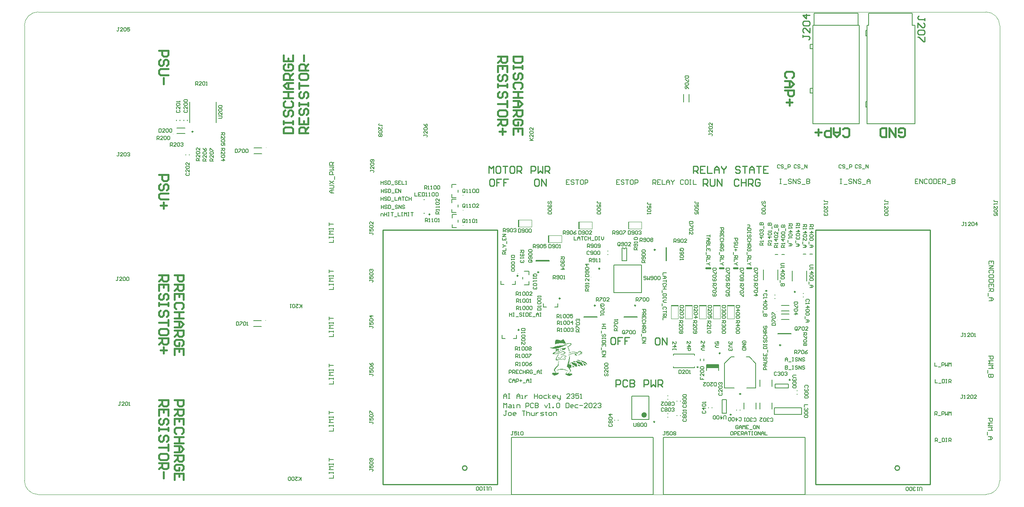
<source format=gto>
G04*
G04 #@! TF.GenerationSoftware,Altium Limited,Altium Designer,23.10.1 (27)*
G04*
G04 Layer_Color=65535*
%FSLAX25Y25*%
%MOIN*%
G70*
G04*
G04 #@! TF.SameCoordinates,CFD1AF01-5425-4A94-9F85-96FFE65A43DD*
G04*
G04*
G04 #@! TF.FilePolarity,Positive*
G04*
G01*
G75*
%ADD10C,0.01000*%
%ADD11C,0.00787*%
%ADD12C,0.00394*%
%ADD13C,0.00984*%
%ADD14C,0.02362*%
%ADD15C,0.00591*%
%ADD16C,0.01575*%
%ADD17C,0.00701*%
%ADD18C,0.00700*%
%ADD19R,0.00886X0.05906*%
%ADD20R,0.10236X0.03062*%
%ADD21R,0.05906X0.00886*%
%ADD22C,0.00039*%
G36*
X461201Y132771D02*
X461322D01*
Y132710D01*
X461444D01*
Y132649D01*
X461505D01*
Y132588D01*
X461566D01*
Y132528D01*
X461626D01*
Y132467D01*
X461687D01*
Y132345D01*
X461748D01*
Y132285D01*
X461809D01*
Y132163D01*
X461869D01*
Y132102D01*
X461930D01*
Y132042D01*
X461991D01*
Y131920D01*
X462052D01*
Y131859D01*
X462112D01*
Y131738D01*
X462173D01*
Y131616D01*
X462234D01*
Y131556D01*
X462295D01*
Y131434D01*
X462355D01*
Y131313D01*
X462416D01*
Y131252D01*
X462477D01*
Y131130D01*
X462538D01*
Y131009D01*
X462598D01*
Y130887D01*
X462659D01*
Y130826D01*
X462720D01*
Y130644D01*
X462781D01*
Y130584D01*
X462841D01*
Y130401D01*
X462902D01*
Y130341D01*
X462963D01*
Y130219D01*
X463024D01*
Y130097D01*
X463085D01*
Y129915D01*
X463145D01*
Y129794D01*
X463206D01*
Y129672D01*
X463267D01*
Y129429D01*
X463328D01*
Y129247D01*
X463267D01*
Y129186D01*
X463206D01*
Y129125D01*
X462841D01*
Y129186D01*
X462538D01*
Y129247D01*
X462173D01*
Y129308D01*
X461869D01*
Y129368D01*
X461140D01*
Y129429D01*
X460533D01*
Y129490D01*
X457859D01*
Y129429D01*
X457373D01*
Y129368D01*
X456644D01*
Y129308D01*
X456401D01*
Y129247D01*
X455915D01*
Y129186D01*
X455672D01*
Y129125D01*
X455490D01*
Y129065D01*
X455186D01*
Y129004D01*
X455004D01*
Y128943D01*
X454761D01*
Y128882D01*
X454639D01*
Y128822D01*
X454457D01*
Y128761D01*
X454336D01*
Y128700D01*
X454214D01*
Y128639D01*
X454032D01*
Y128700D01*
X453971D01*
Y129247D01*
X454032D01*
Y129611D01*
X454093D01*
Y130219D01*
X454153D01*
Y130401D01*
X454214D01*
Y130826D01*
X454275D01*
Y131130D01*
X454336D01*
Y131313D01*
X454396D01*
Y131616D01*
X454457D01*
Y131799D01*
X454518D01*
Y132102D01*
X454579D01*
Y132224D01*
X454639D01*
Y132345D01*
X454700D01*
Y132467D01*
X454822D01*
Y132528D01*
X454882D01*
Y132588D01*
X455004D01*
Y132649D01*
X455125D01*
Y132710D01*
X456219D01*
Y132649D01*
X456462D01*
Y132588D01*
X456766D01*
Y132528D01*
X457009D01*
Y132467D01*
X457252D01*
Y132406D01*
X457495D01*
Y132345D01*
X457677D01*
Y132285D01*
X457920D01*
Y132224D01*
X458163D01*
Y132163D01*
X458406D01*
Y132102D01*
X458589D01*
Y132042D01*
X458832D01*
Y131981D01*
X459075D01*
Y131920D01*
X459318D01*
Y131981D01*
X459378D01*
Y132042D01*
X459500D01*
Y132102D01*
X459621D01*
Y132163D01*
X459743D01*
Y132224D01*
X459804D01*
Y132285D01*
X459925D01*
Y132345D01*
X459986D01*
Y132406D01*
X460107D01*
Y132467D01*
X460229D01*
Y132528D01*
X460290D01*
Y132588D01*
X460472D01*
Y132649D01*
X460533D01*
Y132710D01*
X460654D01*
Y132771D01*
X460776D01*
Y132832D01*
X461201D01*
Y132771D01*
D02*
G37*
G36*
X467155Y129611D02*
X467520D01*
Y129551D01*
X467641D01*
Y129490D01*
X467824D01*
Y129429D01*
X467884D01*
Y129368D01*
X467945D01*
Y129308D01*
X468006D01*
Y129247D01*
X468067D01*
Y129186D01*
X468127D01*
Y128700D01*
X468067D01*
Y128518D01*
X468006D01*
Y128457D01*
X467945D01*
Y128335D01*
X467884D01*
Y128275D01*
X467824D01*
Y128214D01*
X467763D01*
Y128093D01*
X467702D01*
Y128032D01*
X467641D01*
Y127971D01*
X467580D01*
Y127910D01*
X467520D01*
Y127849D01*
X467459D01*
Y127789D01*
X467398D01*
Y127728D01*
X467337D01*
Y127667D01*
X467277D01*
Y127606D01*
X467216D01*
Y127546D01*
X467155D01*
Y127485D01*
X467094D01*
Y127424D01*
X467034D01*
Y127363D01*
X466912D01*
Y127303D01*
X466851D01*
Y127242D01*
X466791D01*
Y127181D01*
X466730D01*
Y127120D01*
X466608D01*
Y127060D01*
X466548D01*
Y126999D01*
X466426D01*
Y126938D01*
X466365D01*
Y126877D01*
X466244D01*
Y126817D01*
X466183D01*
Y126756D01*
X466061D01*
Y126695D01*
X466001D01*
Y126634D01*
X465879D01*
Y126574D01*
X465758D01*
Y126513D01*
X465697D01*
Y126452D01*
X465576D01*
Y126391D01*
X465454D01*
Y126330D01*
X465393D01*
Y126270D01*
X465333D01*
Y126209D01*
X465393D01*
Y126087D01*
X465454D01*
Y125966D01*
X465515D01*
Y125845D01*
X465576D01*
Y125723D01*
X465636D01*
Y125601D01*
X465697D01*
Y125480D01*
X465758D01*
Y125358D01*
X465819D01*
Y125237D01*
X465879D01*
Y125055D01*
X465940D01*
Y124933D01*
X466001D01*
Y124812D01*
X466061D01*
Y124569D01*
X466122D01*
Y124447D01*
X466183D01*
Y124204D01*
X466244D01*
Y124022D01*
X466305D01*
Y123840D01*
X466365D01*
Y123475D01*
X466426D01*
Y123293D01*
X466487D01*
Y122321D01*
X466426D01*
Y122260D01*
X466365D01*
Y122199D01*
X466305D01*
Y122138D01*
X466183D01*
Y122442D01*
X466122D01*
Y122624D01*
X466061D01*
Y122989D01*
X466001D01*
Y123171D01*
X465940D01*
Y123414D01*
X465879D01*
Y123657D01*
X465819D01*
Y123779D01*
X465758D01*
Y124083D01*
X465697D01*
Y124204D01*
X465636D01*
Y124447D01*
X465576D01*
Y124569D01*
X465515D01*
Y124751D01*
X465454D01*
Y124933D01*
X465393D01*
Y125055D01*
X465333D01*
Y125298D01*
X465272D01*
Y125419D01*
X465211D01*
Y125601D01*
X465150D01*
Y125784D01*
X465089D01*
Y125845D01*
X465029D01*
Y126087D01*
X464968D01*
Y126209D01*
X464907D01*
Y126391D01*
X464846D01*
Y126574D01*
X464786D01*
Y126634D01*
X464725D01*
Y126877D01*
X464664D01*
Y127060D01*
X464786D01*
Y126999D01*
X464846D01*
Y126938D01*
X464907D01*
Y126877D01*
X464968D01*
Y126756D01*
X465150D01*
Y126817D01*
X465272D01*
Y126877D01*
X465393D01*
Y126938D01*
X465454D01*
Y126999D01*
X465576D01*
Y127060D01*
X465697D01*
Y127120D01*
X465758D01*
Y127181D01*
X465879D01*
Y127242D01*
X465940D01*
Y127303D01*
X466061D01*
Y127363D01*
X466122D01*
Y127424D01*
X466244D01*
Y127485D01*
X466305D01*
Y127546D01*
X466426D01*
Y127606D01*
X466487D01*
Y127667D01*
X466548D01*
Y127728D01*
X466608D01*
Y127789D01*
X466730D01*
Y127849D01*
X466791D01*
Y127910D01*
X466851D01*
Y127971D01*
X466912D01*
Y128032D01*
X466973D01*
Y128093D01*
X467094D01*
Y128153D01*
X467155D01*
Y128214D01*
X467216D01*
Y128275D01*
X467277D01*
Y128335D01*
X467337D01*
Y128457D01*
X467398D01*
Y128518D01*
X467459D01*
Y128639D01*
X467520D01*
Y128822D01*
X467459D01*
Y128943D01*
X467398D01*
Y129004D01*
X467337D01*
Y129065D01*
X467155D01*
Y129125D01*
X467034D01*
Y129186D01*
X466730D01*
Y129247D01*
X466061D01*
Y129186D01*
X465636D01*
Y129125D01*
X465454D01*
Y129065D01*
X465089D01*
Y129004D01*
X464907D01*
Y128943D01*
X464603D01*
Y128882D01*
X464421D01*
Y128822D01*
X464300D01*
Y128761D01*
X464057D01*
Y128700D01*
X463935D01*
Y128639D01*
X463692D01*
Y128578D01*
X463570D01*
Y128518D01*
X463388D01*
Y128457D01*
X463267D01*
Y128396D01*
X463145D01*
Y128335D01*
X462902D01*
Y128275D01*
X462841D01*
Y128214D01*
X462598D01*
Y128153D01*
X462477D01*
Y128093D01*
X462355D01*
Y128032D01*
X462173D01*
Y127971D01*
X462052D01*
Y127910D01*
X461869D01*
Y127849D01*
X461748D01*
Y127789D01*
X461566D01*
Y127728D01*
X461505D01*
Y127667D01*
X461383D01*
Y127606D01*
X461201D01*
Y127546D01*
X461140D01*
Y127485D01*
X461444D01*
Y127546D01*
X461505D01*
Y127606D01*
X461809D01*
Y127667D01*
X461930D01*
Y127728D01*
X462173D01*
Y127789D01*
X462416D01*
Y127849D01*
X462659D01*
Y127910D01*
X464117D01*
Y127849D01*
X464239D01*
Y127789D01*
X464178D01*
Y127728D01*
X463692D01*
Y127667D01*
X463267D01*
Y127606D01*
X462963D01*
Y127546D01*
X462781D01*
Y127485D01*
X462538D01*
Y127424D01*
X462355D01*
Y127363D01*
X462173D01*
Y127303D01*
X461930D01*
Y127242D01*
X461809D01*
Y127181D01*
X461626D01*
Y127120D01*
X461444D01*
Y127060D01*
X461262D01*
Y126999D01*
X461140D01*
Y126938D01*
X461019D01*
Y126877D01*
X460837D01*
Y126817D01*
X460715D01*
Y126756D01*
X460533D01*
Y126695D01*
X460411D01*
Y126634D01*
X460229D01*
Y126574D01*
X460107D01*
Y126513D01*
X459986D01*
Y126452D01*
X459804D01*
Y126391D01*
X459682D01*
Y126330D01*
X459561D01*
Y126270D01*
X459378D01*
Y126209D01*
X459318D01*
Y126148D01*
X459135D01*
Y126087D01*
X459014D01*
Y126027D01*
X458832D01*
Y125966D01*
X458710D01*
Y125905D01*
X458528D01*
Y125845D01*
X458346D01*
Y125784D01*
X458224D01*
Y125723D01*
X457981D01*
Y125662D01*
X457859D01*
Y125601D01*
X457677D01*
Y125541D01*
X457495D01*
Y125480D01*
X457313D01*
Y125419D01*
X457070D01*
Y125358D01*
X456887D01*
Y125298D01*
X456584D01*
Y125237D01*
X456280D01*
Y125176D01*
X455976D01*
Y125115D01*
X455611D01*
Y125055D01*
X455429D01*
Y124994D01*
X454761D01*
Y124933D01*
X453971D01*
Y124872D01*
X453546D01*
Y124933D01*
X452817D01*
Y124994D01*
X452088D01*
Y125055D01*
X451845D01*
Y125115D01*
X451480D01*
Y125176D01*
X451176D01*
Y125237D01*
X450994D01*
Y125298D01*
X450690D01*
Y125358D01*
X450569D01*
Y125419D01*
X450326D01*
Y125480D01*
X450204D01*
Y125541D01*
X450022D01*
Y125601D01*
X449900D01*
Y125662D01*
X449840D01*
Y125723D01*
X449779D01*
Y125845D01*
X449840D01*
Y125905D01*
X450083D01*
Y125845D01*
X450143D01*
Y125905D01*
X451116D01*
Y125966D01*
X451541D01*
Y126027D01*
X452088D01*
Y126087D01*
X452331D01*
Y126148D01*
X452634D01*
Y126209D01*
X452817D01*
Y126270D01*
X452999D01*
Y126330D01*
X453181D01*
Y126391D01*
X453303D01*
Y126452D01*
X453546D01*
Y126513D01*
X453667D01*
Y126574D01*
X453789D01*
Y126634D01*
X453910D01*
Y126695D01*
X454093D01*
Y126756D01*
X454275D01*
Y126817D01*
X454396D01*
Y126877D01*
X454639D01*
Y126938D01*
X454761D01*
Y126999D01*
X455065D01*
Y127060D01*
X455429D01*
Y127120D01*
X455611D01*
Y127181D01*
X456098D01*
Y127242D01*
X456401D01*
Y127303D01*
X456887D01*
Y127363D01*
X457434D01*
Y127424D01*
X457920D01*
Y127485D01*
X459257D01*
Y127546D01*
X460472D01*
Y127606D01*
X460594D01*
Y127667D01*
X460715D01*
Y127728D01*
X460837D01*
Y127789D01*
X460958D01*
Y127849D01*
X461019D01*
Y127910D01*
X461201D01*
Y127971D01*
X461262D01*
Y128032D01*
X461383D01*
Y128093D01*
X461505D01*
Y128153D01*
X461626D01*
Y128214D01*
X461809D01*
Y128275D01*
X461869D01*
Y128335D01*
X462052D01*
Y128396D01*
X462112D01*
Y128457D01*
X462295D01*
Y128518D01*
X462416D01*
Y128578D01*
X462538D01*
Y128639D01*
X462720D01*
Y128700D01*
X462841D01*
Y128761D01*
X462963D01*
Y128822D01*
X463145D01*
Y128882D01*
X463267D01*
Y128943D01*
X463449D01*
Y129004D01*
X463570D01*
Y129065D01*
X463753D01*
Y129125D01*
X463935D01*
Y129186D01*
X464057D01*
Y129247D01*
X464300D01*
Y129308D01*
X464421D01*
Y129368D01*
X464664D01*
Y129429D01*
X464846D01*
Y129490D01*
X465150D01*
Y129551D01*
X465454D01*
Y129611D01*
X465697D01*
Y129672D01*
X467155D01*
Y129611D01*
D02*
G37*
G36*
X463753Y125541D02*
X463631D01*
Y125480D01*
X463570D01*
Y125419D01*
X463449D01*
Y125358D01*
X463388D01*
Y125176D01*
X463328D01*
Y125115D01*
X463267D01*
Y124994D01*
X463206D01*
Y124872D01*
X463145D01*
Y124812D01*
X463085D01*
Y124751D01*
X463024D01*
Y124629D01*
X462963D01*
Y124569D01*
X462902D01*
Y124508D01*
X462841D01*
Y124447D01*
X462781D01*
Y124386D01*
X462659D01*
Y124326D01*
X462598D01*
Y124265D01*
X462538D01*
Y124204D01*
X462416D01*
Y124143D01*
X462295D01*
Y124083D01*
X462173D01*
Y124022D01*
X462052D01*
Y123961D01*
X461930D01*
Y123900D01*
X461748D01*
Y123840D01*
X461444D01*
Y123779D01*
X461140D01*
Y123718D01*
X460411D01*
Y123779D01*
X460168D01*
Y123840D01*
X459925D01*
Y123900D01*
X459864D01*
Y123961D01*
X459925D01*
Y124022D01*
X460047D01*
Y124083D01*
X460168D01*
Y124143D01*
X460229D01*
Y124265D01*
X460290D01*
Y124386D01*
X460351D01*
Y124569D01*
X460290D01*
Y124751D01*
X460229D01*
Y124812D01*
X459864D01*
Y124751D01*
X459682D01*
Y124690D01*
X459378D01*
Y124629D01*
X459135D01*
Y124569D01*
X458832D01*
Y124508D01*
X458589D01*
Y124569D01*
X458406D01*
Y124629D01*
X458346D01*
Y124751D01*
X458285D01*
Y124994D01*
X458406D01*
Y124933D01*
X458467D01*
Y124872D01*
X458589D01*
Y124812D01*
X458771D01*
Y124872D01*
X459075D01*
Y124933D01*
X459378D01*
Y124994D01*
X459621D01*
Y125055D01*
X459864D01*
Y125115D01*
X460168D01*
Y125176D01*
X460472D01*
Y125237D01*
X460715D01*
Y125298D01*
X461201D01*
Y125358D01*
X461505D01*
Y125419D01*
X462052D01*
Y125480D01*
X462416D01*
Y125541D01*
X462902D01*
Y125601D01*
X463510D01*
Y125662D01*
X463753D01*
Y125541D01*
D02*
G37*
G36*
X457009Y124508D02*
X457130D01*
Y124386D01*
X457373D01*
Y124447D01*
X457616D01*
Y124386D01*
X457738D01*
Y124326D01*
X457799D01*
Y124265D01*
X457859D01*
Y124143D01*
X457434D01*
Y124022D01*
X457373D01*
Y123961D01*
X457313D01*
Y123354D01*
X457373D01*
Y123171D01*
X457434D01*
Y122928D01*
X457495D01*
Y122746D01*
X457556D01*
Y122564D01*
X457616D01*
Y122442D01*
X457677D01*
Y122381D01*
X458042D01*
Y122321D01*
X458346D01*
Y122260D01*
X458589D01*
Y122199D01*
X458710D01*
Y122078D01*
X458649D01*
Y122017D01*
X458406D01*
Y122078D01*
X456158D01*
Y122017D01*
X455794D01*
Y121956D01*
X455368D01*
Y121895D01*
X455065D01*
Y121835D01*
X454882D01*
Y121774D01*
X454639D01*
Y121713D01*
X454518D01*
Y121652D01*
X454336D01*
Y121592D01*
X454214D01*
Y121531D01*
X454093D01*
Y121470D01*
X453971D01*
Y121409D01*
X453850D01*
Y121349D01*
X453728D01*
Y121288D01*
X453667D01*
Y121227D01*
X453546D01*
Y121166D01*
X453485D01*
Y121106D01*
X453424D01*
Y120862D01*
X453485D01*
Y120802D01*
X453667D01*
Y120741D01*
X455065D01*
Y120802D01*
X455429D01*
Y120862D01*
X455733D01*
Y120923D01*
X456037D01*
Y120984D01*
X456280D01*
Y121045D01*
X456584D01*
Y121106D01*
X456766D01*
Y121166D01*
X457070D01*
Y121227D01*
X457373D01*
Y121288D01*
X457616D01*
Y121349D01*
X458042D01*
Y121409D01*
X458285D01*
Y121470D01*
X460107D01*
Y121409D01*
X460351D01*
Y121349D01*
X460594D01*
Y121288D01*
X460715D01*
Y121227D01*
X460776D01*
Y121166D01*
X460715D01*
Y121106D01*
X460533D01*
Y121166D01*
X459925D01*
Y121227D01*
X459561D01*
Y121166D01*
X458771D01*
Y121106D01*
X458285D01*
Y121045D01*
X457920D01*
Y120984D01*
X457738D01*
Y120923D01*
X457495D01*
Y120862D01*
X457252D01*
Y120802D01*
X457070D01*
Y120741D01*
X456827D01*
Y120680D01*
X456644D01*
Y120619D01*
X456341D01*
Y120559D01*
X456158D01*
Y120498D01*
X455855D01*
Y120437D01*
X455551D01*
Y120376D01*
X455368D01*
Y120316D01*
X454882D01*
Y120255D01*
X454639D01*
Y120194D01*
X453789D01*
Y120133D01*
X453120D01*
Y120194D01*
X452634D01*
Y120255D01*
X452513D01*
Y120316D01*
X452331D01*
Y120376D01*
X452270D01*
Y120437D01*
X452209D01*
Y120498D01*
Y120559D01*
Y120619D01*
X452148D01*
Y120741D01*
X452209D01*
Y120923D01*
X452270D01*
Y121045D01*
X452331D01*
Y121106D01*
X452391D01*
Y121166D01*
X452452D01*
Y121227D01*
X452513D01*
Y121288D01*
X452574D01*
Y121349D01*
X452695D01*
Y121409D01*
X452756D01*
Y121470D01*
X452877D01*
Y121531D01*
X452938D01*
Y121592D01*
X453060D01*
Y121652D01*
X453120D01*
Y121713D01*
X453242D01*
Y121774D01*
X453424D01*
Y121835D01*
X453485D01*
Y121895D01*
X453667D01*
Y121956D01*
X453850D01*
Y122017D01*
X454032D01*
Y122078D01*
X454275D01*
Y122138D01*
X454457D01*
Y122199D01*
X454822D01*
Y122260D01*
X455186D01*
Y122321D01*
X455611D01*
Y122381D01*
X457009D01*
Y122442D01*
X457070D01*
Y122746D01*
X457009D01*
Y123597D01*
X456766D01*
Y123536D01*
X456705D01*
Y123475D01*
X456644D01*
Y123414D01*
X456523D01*
Y123354D01*
X456401D01*
Y123293D01*
X456341D01*
Y123232D01*
X456158D01*
Y123171D01*
X456037D01*
Y123110D01*
X455855D01*
Y123050D01*
X455551D01*
Y122989D01*
X454761D01*
Y123050D01*
X454579D01*
Y123110D01*
X454396D01*
Y123171D01*
X454336D01*
Y123293D01*
X454579D01*
Y123354D01*
X454700D01*
Y123414D01*
X454822D01*
Y123475D01*
X454882D01*
Y123597D01*
X454943D01*
Y123900D01*
X454882D01*
Y124022D01*
X454822D01*
Y124083D01*
X454761D01*
Y124143D01*
X454639D01*
Y124204D01*
X454457D01*
Y124265D01*
X454214D01*
Y124386D01*
X454457D01*
Y124447D01*
X455247D01*
Y124508D01*
X456523D01*
Y124569D01*
X457009D01*
Y124508D01*
D02*
G37*
G36*
X458649Y123718D02*
X458710D01*
Y123657D01*
X458771D01*
Y123597D01*
X458832D01*
Y123536D01*
X458892D01*
Y123475D01*
X458953D01*
Y123414D01*
X459014D01*
Y123354D01*
X459075D01*
Y123293D01*
X459135D01*
Y123232D01*
X459257D01*
Y123171D01*
X459318D01*
Y123110D01*
X459439D01*
Y123050D01*
X459561D01*
Y122989D01*
X459682D01*
Y122928D01*
X459864D01*
Y122868D01*
X460047D01*
Y122807D01*
X460411D01*
Y122746D01*
X460594D01*
Y122685D01*
X460897D01*
Y122624D01*
X461140D01*
Y122564D01*
X461322D01*
Y122503D01*
X461626D01*
Y122442D01*
X461687D01*
Y122381D01*
X461930D01*
Y122321D01*
X462052D01*
Y122260D01*
X462234D01*
Y122199D01*
X462416D01*
Y122138D01*
X462477D01*
Y122078D01*
X462598D01*
Y122017D01*
X462659D01*
Y121956D01*
X462720D01*
Y121895D01*
X462781D01*
Y121835D01*
X462841D01*
Y121713D01*
X462902D01*
Y121531D01*
X462963D01*
Y121409D01*
X462902D01*
Y121227D01*
X462841D01*
Y121045D01*
X462781D01*
Y120984D01*
X462720D01*
Y120923D01*
X462659D01*
Y120802D01*
X462598D01*
Y120741D01*
X462477D01*
Y120680D01*
X462416D01*
Y120619D01*
X462355D01*
Y120559D01*
X462295D01*
Y120498D01*
X462173D01*
Y120437D01*
X462112D01*
Y120376D01*
X461991D01*
Y120316D01*
X461869D01*
Y120255D01*
X461809D01*
Y120194D01*
X461626D01*
Y120133D01*
X461505D01*
Y120073D01*
X461322D01*
Y120012D01*
X461140D01*
Y119951D01*
X461019D01*
Y119890D01*
X460776D01*
Y119830D01*
X460533D01*
Y119769D01*
X460107D01*
Y119708D01*
X458832D01*
Y119769D01*
X458467D01*
Y119830D01*
X458224D01*
Y119890D01*
X458103D01*
Y119951D01*
X458042D01*
Y120012D01*
X458103D01*
Y120073D01*
X458224D01*
Y120012D01*
X459682D01*
Y120073D01*
X459925D01*
Y120133D01*
X460168D01*
Y120194D01*
X460411D01*
Y120255D01*
X460533D01*
Y120316D01*
X460776D01*
Y120376D01*
X460897D01*
Y120437D01*
X461080D01*
Y120498D01*
X461262D01*
Y120559D01*
X461383D01*
Y120619D01*
X461566D01*
Y120680D01*
X461687D01*
Y120741D01*
X461809D01*
Y120802D01*
X461869D01*
Y120862D01*
X461930D01*
Y120923D01*
X462052D01*
Y120984D01*
X462112D01*
Y121045D01*
X462173D01*
Y121106D01*
X462234D01*
Y121531D01*
X462173D01*
Y121592D01*
X462112D01*
Y121652D01*
X462052D01*
Y121713D01*
X461991D01*
Y121774D01*
X461869D01*
Y121835D01*
X461748D01*
Y121895D01*
X461626D01*
Y121956D01*
X461444D01*
Y122017D01*
X461262D01*
Y122078D01*
X461080D01*
Y122138D01*
X460897D01*
Y122199D01*
X460594D01*
Y122260D01*
X460411D01*
Y122321D01*
X460229D01*
Y122381D01*
X460047D01*
Y122442D01*
X459925D01*
Y122503D01*
X459804D01*
Y122564D01*
X459682D01*
Y122624D01*
X459561D01*
Y122685D01*
X459439D01*
Y122746D01*
X459318D01*
Y122807D01*
X459257D01*
Y122868D01*
X459196D01*
Y122928D01*
X459075D01*
Y122989D01*
X459014D01*
Y123050D01*
X458953D01*
Y123110D01*
X458892D01*
Y123171D01*
X458832D01*
Y123232D01*
X458771D01*
Y123293D01*
X458710D01*
Y123354D01*
X458649D01*
Y123414D01*
X458589D01*
Y123536D01*
X458528D01*
Y123597D01*
X458467D01*
Y123779D01*
X458649D01*
Y123718D01*
D02*
G37*
G36*
X475904Y122868D02*
X475965D01*
Y122746D01*
X476026D01*
Y122381D01*
X476815D01*
Y122321D01*
X476937D01*
Y122260D01*
X477058D01*
Y122199D01*
X477119D01*
Y122138D01*
X477180D01*
Y122078D01*
X477241D01*
Y122017D01*
X477302D01*
Y121956D01*
X477362D01*
Y121652D01*
X477302D01*
Y121531D01*
X477241D01*
Y121470D01*
X477119D01*
Y121409D01*
X477058D01*
Y121349D01*
X476998D01*
Y121288D01*
X477058D01*
Y121227D01*
X477119D01*
Y121166D01*
X477241D01*
Y121045D01*
X477302D01*
Y120984D01*
X477362D01*
Y120862D01*
X477423D01*
Y120680D01*
X477362D01*
Y120498D01*
X477302D01*
Y120437D01*
X477241D01*
Y120376D01*
X477180D01*
Y120316D01*
X477119D01*
Y120255D01*
X476998D01*
Y120194D01*
X476694D01*
Y120133D01*
X475782D01*
Y120073D01*
X475600D01*
Y120012D01*
X475479D01*
Y119951D01*
X475418D01*
Y119890D01*
X475296D01*
Y119830D01*
X475236D01*
Y119769D01*
X475175D01*
Y119708D01*
X475054D01*
Y119647D01*
X474993D01*
Y119587D01*
X474932D01*
Y119526D01*
X474871D01*
Y119465D01*
X474750D01*
Y119404D01*
X474628D01*
Y119344D01*
X474324D01*
Y119404D01*
X474142D01*
Y119465D01*
X474081D01*
Y119647D01*
X474507D01*
Y119708D01*
X474567D01*
Y119769D01*
X474628D01*
Y119830D01*
X474689D01*
Y119890D01*
X474750D01*
Y119951D01*
X474810D01*
Y120012D01*
X474871D01*
Y120073D01*
X474993D01*
Y120133D01*
X475054D01*
Y120194D01*
X475114D01*
Y120255D01*
X475236D01*
Y120316D01*
X475357D01*
Y120376D01*
X475418D01*
Y120437D01*
X475600D01*
Y120498D01*
X475965D01*
Y120559D01*
X476755D01*
Y120619D01*
X476937D01*
Y120741D01*
X476998D01*
Y120802D01*
X476937D01*
Y120862D01*
X476876D01*
Y120923D01*
X476572D01*
Y120984D01*
X476269D01*
Y121045D01*
X475418D01*
Y121106D01*
X475357D01*
Y121166D01*
X475418D01*
Y121288D01*
X475600D01*
Y121349D01*
X475782D01*
Y121409D01*
X475965D01*
Y121470D01*
X476147D01*
Y121531D01*
X476390D01*
Y121592D01*
X476572D01*
Y121652D01*
X476755D01*
Y121713D01*
X476815D01*
Y121774D01*
X476876D01*
Y121895D01*
X476815D01*
Y121956D01*
X476572D01*
Y122017D01*
X476147D01*
Y121956D01*
X475782D01*
Y121895D01*
X475539D01*
Y121835D01*
X475418D01*
Y121774D01*
X475236D01*
Y121713D01*
X475114D01*
Y121652D01*
X474932D01*
Y121592D01*
X474871D01*
Y121652D01*
X474810D01*
Y121774D01*
X474871D01*
Y121835D01*
X474993D01*
Y121895D01*
X475054D01*
Y121956D01*
X475114D01*
Y122017D01*
X475236D01*
Y122078D01*
X475357D01*
Y122199D01*
X475479D01*
Y122260D01*
X475539D01*
Y122381D01*
X475600D01*
Y122564D01*
X475296D01*
Y122503D01*
X475114D01*
Y122442D01*
X474993D01*
Y122381D01*
X474871D01*
Y122321D01*
X474810D01*
Y122260D01*
X474689D01*
Y122199D01*
X474567D01*
Y122138D01*
X474507D01*
Y122078D01*
X474385D01*
Y122017D01*
X474324D01*
Y121956D01*
X474264D01*
Y121895D01*
X474203D01*
Y121835D01*
X474142D01*
Y121774D01*
X474081D01*
Y121713D01*
X474021D01*
Y121652D01*
X473960D01*
Y121592D01*
X473899D01*
Y121531D01*
X473838D01*
Y121409D01*
X473778D01*
Y121349D01*
X473717D01*
Y121288D01*
X473656D01*
Y121166D01*
X473595D01*
Y121106D01*
X473535D01*
Y121045D01*
X473474D01*
Y120984D01*
X473413D01*
Y120862D01*
X473352D01*
Y120802D01*
X473291D01*
Y120741D01*
X473170D01*
Y120619D01*
X473048D01*
Y120559D01*
X472988D01*
Y120619D01*
X472927D01*
Y120862D01*
X472806D01*
Y120923D01*
X472684D01*
Y120984D01*
X472623D01*
Y121045D01*
X472502D01*
Y121106D01*
X472380D01*
Y121166D01*
X472259D01*
Y121227D01*
X472137D01*
Y121288D01*
X472016D01*
Y121349D01*
X471833D01*
Y121409D01*
X471712D01*
Y121470D01*
X471530D01*
Y121531D01*
X471347D01*
Y121592D01*
X471165D01*
Y121652D01*
X470861D01*
Y121713D01*
X470679D01*
Y121774D01*
X470132D01*
Y121835D01*
X468552D01*
Y121774D01*
X468067D01*
Y121713D01*
X467884D01*
Y121652D01*
X467520D01*
Y121592D01*
X467398D01*
Y121531D01*
X467216D01*
Y121470D01*
X467034D01*
Y121409D01*
X466912D01*
Y121349D01*
X466730D01*
Y121288D01*
X466608D01*
Y121227D01*
X466487D01*
Y121166D01*
X466365D01*
Y121106D01*
X466244D01*
Y121045D01*
X466122D01*
Y120984D01*
X466001D01*
Y120923D01*
X465940D01*
Y120862D01*
X465819D01*
Y120802D01*
X465576D01*
Y120984D01*
X465636D01*
Y121045D01*
X465697D01*
Y121106D01*
X465758D01*
Y121166D01*
X465879D01*
Y121227D01*
X465940D01*
Y121288D01*
X466061D01*
Y121349D01*
X466122D01*
Y121409D01*
X466244D01*
Y121470D01*
X466365D01*
Y121531D01*
X466487D01*
Y121592D01*
X466608D01*
Y121652D01*
X466791D01*
Y121713D01*
X466912D01*
Y121774D01*
X467094D01*
Y121835D01*
X467277D01*
Y121895D01*
X467520D01*
Y121956D01*
X467763D01*
Y122017D01*
X467945D01*
Y122078D01*
X468370D01*
Y122138D01*
X468613D01*
Y122199D01*
X469282D01*
Y122260D01*
X469950D01*
Y122199D01*
X470679D01*
Y122138D01*
X470983D01*
Y122078D01*
X471408D01*
Y122017D01*
X471590D01*
Y121956D01*
X471833D01*
Y121895D01*
X472016D01*
Y121835D01*
X472198D01*
Y121774D01*
X472380D01*
Y121713D01*
X472502D01*
Y121652D01*
X472684D01*
Y121592D01*
X472806D01*
Y121531D01*
X472927D01*
Y121470D01*
X473048D01*
Y121409D01*
X473170D01*
Y121349D01*
X473291D01*
Y121409D01*
X473352D01*
Y121531D01*
X473413D01*
Y121592D01*
X473474D01*
Y121713D01*
X473535D01*
Y121774D01*
X473595D01*
Y121835D01*
X473656D01*
Y121895D01*
X473717D01*
Y121956D01*
X473778D01*
Y122078D01*
X473838D01*
Y122138D01*
X473899D01*
Y122199D01*
X473960D01*
Y122260D01*
X474081D01*
Y122321D01*
X474142D01*
Y122381D01*
X474264D01*
Y122442D01*
X474324D01*
Y122503D01*
X474385D01*
Y122564D01*
X474507D01*
Y122624D01*
X474628D01*
Y122685D01*
X474750D01*
Y122746D01*
X474871D01*
Y122807D01*
X475054D01*
Y122868D01*
X475175D01*
Y122928D01*
X475904D01*
Y122868D01*
D02*
G37*
G36*
X470557Y120923D02*
X471043D01*
Y120862D01*
X471287D01*
Y120802D01*
X471530D01*
Y120741D01*
X471712D01*
Y120680D01*
X471833D01*
Y120619D01*
X472016D01*
Y120559D01*
X472137D01*
Y120498D01*
X472259D01*
Y120437D01*
X472319D01*
Y120376D01*
X472441D01*
Y120316D01*
X472563D01*
Y120133D01*
X472502D01*
Y120073D01*
X471955D01*
Y120012D01*
X471894D01*
Y119951D01*
X471833D01*
Y119890D01*
X471712D01*
Y119769D01*
X471651D01*
Y119708D01*
X471712D01*
Y119587D01*
X471773D01*
Y119526D01*
X471894D01*
Y119465D01*
X472076D01*
Y119404D01*
X472441D01*
Y119465D01*
X472806D01*
Y119526D01*
X472927D01*
Y119587D01*
X473048D01*
Y119647D01*
X473170D01*
Y119708D01*
X473291D01*
Y119465D01*
X473231D01*
Y119404D01*
X473170D01*
Y119283D01*
X473109D01*
Y119222D01*
X472988D01*
Y119161D01*
X472866D01*
Y119100D01*
X472745D01*
Y119040D01*
X471712D01*
Y119100D01*
X471590D01*
Y119161D01*
X471469D01*
Y119222D01*
X471347D01*
Y119283D01*
X471287D01*
Y119344D01*
X471226D01*
Y119404D01*
X471165D01*
Y119587D01*
X471104D01*
Y119951D01*
X471165D01*
Y120073D01*
X471226D01*
Y120133D01*
X471287D01*
Y120194D01*
X471347D01*
Y120316D01*
X471165D01*
Y120376D01*
X470983D01*
Y120437D01*
X470618D01*
Y120498D01*
X468978D01*
Y120437D01*
X468613D01*
Y120376D01*
X468431D01*
Y120316D01*
X468127D01*
Y120255D01*
X468006D01*
Y120194D01*
X467763D01*
Y120133D01*
X467580D01*
Y120073D01*
X467459D01*
Y120012D01*
X467277D01*
Y119951D01*
X467155D01*
Y119890D01*
X466973D01*
Y119830D01*
X466851D01*
Y119769D01*
X466730D01*
Y119708D01*
X466608D01*
Y119647D01*
X466487D01*
Y119587D01*
X466365D01*
Y119526D01*
X466244D01*
Y119465D01*
X466061D01*
Y119404D01*
X466001D01*
Y119344D01*
X465879D01*
Y119283D01*
X465758D01*
Y119222D01*
X465576D01*
Y119465D01*
X465697D01*
Y119526D01*
X465758D01*
Y119587D01*
X465879D01*
Y119647D01*
X465940D01*
Y119708D01*
X466061D01*
Y119769D01*
X466183D01*
Y119830D01*
X466244D01*
Y119890D01*
X466365D01*
Y119951D01*
X466426D01*
Y120012D01*
X466608D01*
Y120073D01*
X466669D01*
Y120133D01*
X466791D01*
Y120194D01*
X466912D01*
Y120255D01*
X467034D01*
Y120316D01*
X467216D01*
Y120376D01*
X467277D01*
Y120437D01*
X467459D01*
Y120498D01*
X467580D01*
Y120559D01*
X467702D01*
Y120619D01*
X467945D01*
Y120680D01*
X468067D01*
Y120741D01*
X468309D01*
Y120802D01*
X468492D01*
Y120862D01*
X468735D01*
Y120923D01*
X469221D01*
Y120984D01*
X470557D01*
Y120923D01*
D02*
G37*
G36*
X456766Y120316D02*
X456827D01*
Y120255D01*
X456887D01*
Y120073D01*
X456948D01*
Y119830D01*
X457009D01*
Y119526D01*
X457070D01*
Y119344D01*
X457130D01*
Y119040D01*
X457009D01*
Y119100D01*
X456948D01*
Y119222D01*
X456887D01*
Y119283D01*
X456766D01*
Y119222D01*
X456705D01*
Y119040D01*
X456644D01*
Y118979D01*
X456584D01*
Y118797D01*
X456523D01*
Y118736D01*
X456462D01*
Y118614D01*
X456401D01*
Y118432D01*
X456341D01*
Y118371D01*
X456280D01*
Y118189D01*
X456219D01*
Y118068D01*
X456158D01*
Y117946D01*
X456098D01*
Y117825D01*
X456037D01*
Y117703D01*
X455976D01*
Y117582D01*
X455915D01*
Y117521D01*
X455855D01*
Y117339D01*
X455794D01*
Y117217D01*
X455733D01*
Y117096D01*
X455672D01*
Y116913D01*
X455611D01*
Y116853D01*
X455551D01*
Y116670D01*
X455490D01*
Y116549D01*
X455429D01*
Y116367D01*
X455368D01*
Y116184D01*
X455308D01*
Y115941D01*
X455247D01*
Y115881D01*
X455308D01*
Y115698D01*
X455368D01*
Y115637D01*
X455490D01*
Y115577D01*
X456158D01*
Y115637D01*
X456644D01*
Y115698D01*
X457009D01*
Y115759D01*
X457373D01*
Y115820D01*
X457799D01*
Y115881D01*
X458042D01*
Y115941D01*
X458406D01*
Y116002D01*
X458649D01*
Y116063D01*
X458892D01*
Y116123D01*
X459257D01*
Y116063D01*
X459318D01*
Y115941D01*
X459378D01*
Y115881D01*
X459500D01*
Y115820D01*
X459561D01*
Y115759D01*
X459804D01*
Y115820D01*
X459986D01*
Y115881D01*
X460047D01*
Y115941D01*
X460168D01*
Y116002D01*
X460229D01*
Y116063D01*
X460351D01*
Y116123D01*
X460472D01*
Y116184D01*
X460594D01*
Y116245D01*
X461140D01*
Y116184D01*
X461262D01*
Y116123D01*
X461383D01*
Y116063D01*
X461444D01*
Y116002D01*
X461566D01*
Y115941D01*
X461626D01*
Y115881D01*
X461687D01*
Y115820D01*
X461748D01*
Y115759D01*
X461809D01*
Y115698D01*
X461930D01*
Y115637D01*
X461991D01*
Y115577D01*
X462112D01*
Y115516D01*
X462416D01*
Y115637D01*
X462477D01*
Y115698D01*
X462416D01*
Y115941D01*
X462355D01*
Y116002D01*
X462295D01*
Y116123D01*
X462234D01*
Y116245D01*
X462173D01*
Y116306D01*
X462112D01*
Y116367D01*
X462052D01*
Y116488D01*
X461991D01*
Y116549D01*
X461930D01*
Y116610D01*
X461869D01*
Y116670D01*
X461748D01*
Y116731D01*
X461687D01*
Y116792D01*
X461626D01*
Y116853D01*
X461566D01*
Y116913D01*
X461505D01*
Y117035D01*
X461626D01*
Y116974D01*
X461748D01*
Y116913D01*
X461869D01*
Y116853D01*
X461991D01*
Y116792D01*
X462052D01*
Y116731D01*
X462112D01*
Y116670D01*
X462173D01*
Y116610D01*
X462234D01*
Y116549D01*
X462295D01*
Y116488D01*
X462355D01*
Y116427D01*
X462416D01*
Y116367D01*
X462477D01*
Y116245D01*
X462538D01*
Y116123D01*
X462598D01*
Y116063D01*
X462720D01*
Y116184D01*
X462781D01*
Y116427D01*
X462841D01*
Y116488D01*
X462781D01*
Y116792D01*
X462720D01*
Y116974D01*
X462659D01*
Y117096D01*
X462598D01*
Y117156D01*
X462538D01*
Y117217D01*
X462477D01*
Y117278D01*
X462416D01*
Y117339D01*
X462355D01*
Y117399D01*
X462295D01*
Y117460D01*
X462234D01*
Y117521D01*
X462112D01*
Y117582D01*
X462052D01*
Y117642D01*
X461930D01*
Y117703D01*
X461809D01*
Y117764D01*
X461687D01*
Y117825D01*
X461566D01*
Y117885D01*
X461505D01*
Y118007D01*
X461869D01*
Y117946D01*
X461991D01*
Y117885D01*
X462173D01*
Y117825D01*
X462355D01*
Y117764D01*
X462477D01*
Y117703D01*
X462598D01*
Y117642D01*
X462659D01*
Y117582D01*
X462720D01*
Y117521D01*
X462781D01*
Y117460D01*
X462841D01*
Y117399D01*
X462902D01*
Y117339D01*
X462963D01*
Y117217D01*
X463024D01*
Y117096D01*
X463085D01*
Y116974D01*
X463145D01*
Y116670D01*
X463206D01*
Y116306D01*
X463145D01*
Y116123D01*
X463085D01*
Y115941D01*
X463024D01*
Y115881D01*
X462963D01*
Y115820D01*
X462902D01*
Y115698D01*
X462841D01*
Y115577D01*
X462781D01*
Y115394D01*
X462720D01*
Y115334D01*
X462659D01*
Y115273D01*
X462598D01*
Y115212D01*
X462416D01*
Y115151D01*
X462112D01*
Y115212D01*
X461930D01*
Y115273D01*
X461809D01*
Y115334D01*
X461748D01*
Y115394D01*
X461687D01*
Y115455D01*
X461626D01*
Y115516D01*
X461505D01*
Y115577D01*
X461444D01*
Y115637D01*
X461383D01*
Y115698D01*
X461322D01*
Y115759D01*
X461201D01*
Y115820D01*
X461080D01*
Y115881D01*
X460654D01*
Y115820D01*
X460533D01*
Y115759D01*
X460411D01*
Y115698D01*
X460351D01*
Y115637D01*
X460229D01*
Y115577D01*
X460168D01*
Y115516D01*
X459986D01*
Y115455D01*
X459804D01*
Y115394D01*
X459561D01*
Y115455D01*
X459439D01*
Y115516D01*
X459318D01*
Y115577D01*
X459196D01*
Y115637D01*
X459135D01*
Y115698D01*
X459075D01*
Y115759D01*
X458832D01*
Y115698D01*
X458649D01*
Y115637D01*
X458406D01*
Y115577D01*
X458224D01*
Y115516D01*
X457920D01*
Y115455D01*
X457799D01*
Y115394D01*
X457495D01*
Y115334D01*
X457313D01*
Y115273D01*
X457130D01*
Y115212D01*
X456887D01*
Y115151D01*
X456705D01*
Y115091D01*
X456401D01*
Y115030D01*
X456219D01*
Y114969D01*
X455915D01*
Y114908D01*
X455247D01*
Y114969D01*
X455065D01*
Y115030D01*
X455004D01*
Y115091D01*
X454882D01*
Y115212D01*
X454822D01*
Y115334D01*
X454761D01*
Y115455D01*
X454700D01*
Y115820D01*
X454761D01*
Y116063D01*
X454822D01*
Y116306D01*
X454882D01*
Y116427D01*
X454943D01*
Y116610D01*
X455004D01*
Y116731D01*
X455065D01*
Y116853D01*
X455125D01*
Y117035D01*
X455186D01*
Y117156D01*
X455247D01*
Y117278D01*
X455308D01*
Y117460D01*
X455368D01*
Y117582D01*
X455429D01*
Y117703D01*
X455490D01*
Y117825D01*
X455551D01*
Y117946D01*
X455611D01*
Y118068D01*
X455672D01*
Y118189D01*
X455733D01*
Y118311D01*
X455794D01*
Y118432D01*
X455855D01*
Y118554D01*
X455915D01*
Y118614D01*
X455976D01*
Y118736D01*
X456037D01*
Y118858D01*
X456098D01*
Y118979D01*
X456158D01*
Y119040D01*
X456219D01*
Y119161D01*
X456280D01*
Y119222D01*
X456341D01*
Y119283D01*
Y119344D01*
X456401D01*
Y119404D01*
X456462D01*
Y119526D01*
X456523D01*
Y119587D01*
X456584D01*
Y119647D01*
X456644D01*
Y119769D01*
X456705D01*
Y119890D01*
X456644D01*
Y120012D01*
X456584D01*
Y120376D01*
X456766D01*
Y120316D01*
D02*
G37*
G36*
X462295Y119161D02*
X462720D01*
Y119100D01*
X462902D01*
Y119040D01*
X463024D01*
Y118979D01*
X463145D01*
Y118918D01*
X463267D01*
Y118858D01*
X463328D01*
Y118797D01*
X463449D01*
Y118736D01*
X463510D01*
Y118675D01*
X463570D01*
Y118554D01*
X463631D01*
Y118493D01*
X463692D01*
Y118128D01*
X463631D01*
Y118007D01*
X463510D01*
Y117946D01*
X462781D01*
Y118007D01*
X462477D01*
Y118068D01*
X462355D01*
Y118128D01*
X462295D01*
Y118250D01*
X463024D01*
Y118189D01*
X463267D01*
Y118250D01*
X463328D01*
Y118432D01*
X463267D01*
Y118493D01*
X463206D01*
Y118554D01*
X463085D01*
Y118614D01*
X462963D01*
Y118675D01*
X462902D01*
Y118736D01*
X462659D01*
Y118797D01*
X462538D01*
Y118858D01*
X461383D01*
Y118797D01*
X461201D01*
Y118736D01*
X460958D01*
Y118675D01*
X460837D01*
Y118614D01*
X460715D01*
Y118554D01*
X460594D01*
Y118493D01*
X460533D01*
Y118432D01*
X460411D01*
Y118371D01*
X460351D01*
Y118311D01*
X460290D01*
Y118250D01*
X460229D01*
Y118189D01*
X460168D01*
Y118128D01*
X460107D01*
Y118068D01*
X460047D01*
Y118007D01*
X459986D01*
Y117946D01*
X459925D01*
Y117825D01*
X459864D01*
Y117764D01*
X459804D01*
Y117642D01*
X459743D01*
Y117582D01*
X459682D01*
Y117460D01*
X459621D01*
Y117339D01*
X459561D01*
Y117217D01*
X459500D01*
Y117035D01*
X459439D01*
Y116974D01*
X459378D01*
Y116913D01*
X459318D01*
Y116792D01*
X459196D01*
Y116731D01*
X459075D01*
Y116670D01*
X458649D01*
Y116610D01*
X457070D01*
Y116670D01*
X456827D01*
Y116731D01*
X456766D01*
Y116792D01*
X456827D01*
Y116853D01*
X457191D01*
Y116913D01*
X457252D01*
Y117339D01*
X457191D01*
Y117885D01*
X457252D01*
Y117825D01*
X457313D01*
Y117764D01*
X457373D01*
Y117642D01*
X457434D01*
Y117521D01*
X457495D01*
Y117278D01*
X457556D01*
Y117035D01*
X457616D01*
Y116913D01*
X458042D01*
Y116974D01*
X458832D01*
Y117035D01*
X458953D01*
Y117096D01*
X459075D01*
Y117156D01*
X459135D01*
Y117217D01*
X459196D01*
Y117399D01*
X459257D01*
Y117460D01*
X459318D01*
Y117582D01*
X459378D01*
Y117703D01*
X459439D01*
Y117825D01*
X459500D01*
Y117946D01*
X459561D01*
Y118007D01*
X459621D01*
Y118068D01*
X459682D01*
Y118128D01*
X459743D01*
Y118250D01*
X459804D01*
Y118311D01*
X459864D01*
Y118371D01*
X459925D01*
Y118432D01*
X459986D01*
Y118493D01*
X460047D01*
Y118554D01*
X460107D01*
Y118614D01*
X460168D01*
Y118675D01*
X460229D01*
Y118736D01*
X460351D01*
Y118797D01*
X460472D01*
Y118858D01*
X460533D01*
Y118918D01*
X460715D01*
Y118979D01*
X460837D01*
Y119040D01*
X461019D01*
Y119100D01*
X461201D01*
Y119161D01*
X461687D01*
Y119222D01*
X462295D01*
Y119161D01*
D02*
G37*
G36*
X474628Y115091D02*
X475054D01*
Y115030D01*
X475114D01*
Y114969D01*
X475175D01*
Y114908D01*
X475236D01*
Y114848D01*
X475296D01*
Y114787D01*
X475418D01*
Y114726D01*
X475479D01*
Y114665D01*
X475539D01*
Y114605D01*
X475600D01*
Y114544D01*
X475661D01*
Y114422D01*
X475782D01*
Y114362D01*
X475843D01*
Y114240D01*
X475965D01*
Y114179D01*
X476026D01*
Y114058D01*
X475782D01*
Y114119D01*
X475661D01*
Y114179D01*
X475418D01*
Y114240D01*
X475236D01*
Y114301D01*
X475054D01*
Y114362D01*
X474810D01*
Y114422D01*
X474628D01*
Y114483D01*
X474324D01*
Y114544D01*
X474142D01*
Y114605D01*
X473899D01*
Y114665D01*
X473656D01*
Y114726D01*
X473413D01*
Y114787D01*
X473048D01*
Y114848D01*
X472745D01*
Y114908D01*
X472441D01*
Y114969D01*
X472319D01*
Y115030D01*
X472380D01*
Y115091D01*
X472866D01*
Y115151D01*
X474628D01*
Y115091D01*
D02*
G37*
G36*
X470557Y114362D02*
X470679D01*
Y114301D01*
X470740D01*
Y114240D01*
X470861D01*
Y114179D01*
X470922D01*
Y114119D01*
X470983D01*
Y114058D01*
X471043D01*
Y113997D01*
X471104D01*
Y113936D01*
X471165D01*
Y113875D01*
X471287D01*
Y113754D01*
X471408D01*
Y113633D01*
X471469D01*
Y113572D01*
X471530D01*
Y113511D01*
X471590D01*
Y113450D01*
X471651D01*
Y113390D01*
X471712D01*
Y113329D01*
X471773D01*
Y113268D01*
X471833D01*
Y113086D01*
X471712D01*
Y113146D01*
X471590D01*
Y113207D01*
X471408D01*
Y113268D01*
X471287D01*
Y113329D01*
X470983D01*
Y113390D01*
X470861D01*
Y113450D01*
X470679D01*
Y113511D01*
X470497D01*
Y113572D01*
X470315D01*
Y113633D01*
X470011D01*
Y113693D01*
X469828D01*
Y113754D01*
X469464D01*
Y113815D01*
X469342D01*
Y113936D01*
X469403D01*
Y113997D01*
X469464D01*
Y114058D01*
X469707D01*
Y114119D01*
X469828D01*
Y114179D01*
X469950D01*
Y114240D01*
X470132D01*
Y114301D01*
X470254D01*
Y114362D01*
X470375D01*
Y114422D01*
X470557D01*
Y114362D01*
D02*
G37*
G36*
X467337Y112721D02*
X467398D01*
Y112660D01*
X467459D01*
Y112600D01*
X467520D01*
Y112478D01*
X467580D01*
Y112357D01*
X467641D01*
Y112235D01*
X467702D01*
Y112053D01*
X467520D01*
Y112114D01*
X467398D01*
Y112174D01*
X467155D01*
Y112235D01*
X466973D01*
Y112296D01*
X466548D01*
Y112357D01*
X466426D01*
Y112478D01*
X466487D01*
Y112539D01*
X466608D01*
Y112600D01*
X466730D01*
Y112660D01*
X466851D01*
Y112721D01*
X466973D01*
Y112782D01*
X467034D01*
Y112843D01*
X467337D01*
Y112721D01*
D02*
G37*
G36*
X476451Y114787D02*
X476694D01*
Y114726D01*
X476815D01*
Y114665D01*
X477058D01*
Y114605D01*
X477241D01*
Y114544D01*
X477423D01*
Y114483D01*
X477605D01*
Y114422D01*
X477727D01*
Y114362D01*
X477909D01*
Y114301D01*
X478030D01*
Y114240D01*
X478273D01*
Y114179D01*
X478395D01*
Y114119D01*
X478517D01*
Y114058D01*
X478699D01*
Y113997D01*
X478820D01*
Y113936D01*
X479003D01*
Y113875D01*
X479124D01*
Y113815D01*
X479246D01*
Y113754D01*
X479428D01*
Y113693D01*
X479489D01*
Y113633D01*
X479671D01*
Y113572D01*
X479732D01*
Y113511D01*
X479853D01*
Y113450D01*
X479975D01*
Y113390D01*
X480035D01*
Y113329D01*
X480157D01*
Y113268D01*
X480278D01*
Y113207D01*
X480339D01*
Y113146D01*
X480400D01*
Y113086D01*
X480521D01*
Y113025D01*
X480582D01*
Y112964D01*
X480643D01*
Y112903D01*
X480765D01*
Y112843D01*
X480825D01*
Y112782D01*
X480886D01*
Y112721D01*
X480947D01*
Y112660D01*
X481008D01*
Y112539D01*
X481068D01*
Y112478D01*
X481129D01*
Y112417D01*
X481190D01*
Y112296D01*
X481251D01*
Y112114D01*
X481311D01*
Y111992D01*
X481372D01*
Y111871D01*
Y111810D01*
X481433D01*
Y111324D01*
X481251D01*
Y111384D01*
X481190D01*
Y111445D01*
X481129D01*
Y111506D01*
X481068D01*
Y111567D01*
X480947D01*
Y111627D01*
X480886D01*
Y111688D01*
X480825D01*
Y111749D01*
X480704D01*
Y111810D01*
X480643D01*
Y111871D01*
X480521D01*
Y111931D01*
X480461D01*
Y111992D01*
X480339D01*
Y112053D01*
X480278D01*
Y112114D01*
X480157D01*
Y112174D01*
X480035D01*
Y112235D01*
X479975D01*
Y112296D01*
X479853D01*
Y112357D01*
X479732D01*
Y112417D01*
X479671D01*
Y112478D01*
X479549D01*
Y112539D01*
X479428D01*
Y112600D01*
X479306D01*
Y112660D01*
X479185D01*
Y112721D01*
X479063D01*
Y112782D01*
X478942D01*
Y112843D01*
X478881D01*
Y112903D01*
X478699D01*
Y112964D01*
X478577D01*
Y113025D01*
X478456D01*
Y113086D01*
X478334D01*
Y113146D01*
X478213D01*
Y113207D01*
X478030D01*
Y113268D01*
X477970D01*
Y113329D01*
X477787D01*
Y113390D01*
X477605D01*
Y113450D01*
X477484D01*
Y113511D01*
X477362D01*
Y113572D01*
X477302D01*
Y113633D01*
X477241D01*
Y113693D01*
X477180D01*
Y113815D01*
X477119D01*
Y113875D01*
X477058D01*
Y113936D01*
X476998D01*
Y113997D01*
X476937D01*
Y114058D01*
X476876D01*
Y114179D01*
X476815D01*
Y114240D01*
X476755D01*
Y114301D01*
X476694D01*
Y114362D01*
X476633D01*
Y114422D01*
X476572D01*
Y114483D01*
X476512D01*
Y114544D01*
X476451D01*
Y114605D01*
X476390D01*
Y114665D01*
X476329D01*
Y114787D01*
X476390D01*
Y114848D01*
X476451D01*
Y114787D01*
D02*
G37*
G36*
X478152Y112478D02*
X478334D01*
Y112417D01*
X478395D01*
Y112357D01*
X478517D01*
Y112296D01*
X478699D01*
Y112235D01*
X478760D01*
Y112174D01*
X478942D01*
Y112114D01*
X479003D01*
Y112053D01*
X479124D01*
Y111992D01*
X479246D01*
Y111931D01*
X479367D01*
Y111871D01*
X479489D01*
Y111810D01*
X479549D01*
Y111749D01*
X479671D01*
Y111688D01*
X479792D01*
Y111627D01*
X479853D01*
Y111567D01*
X479975D01*
Y111506D01*
X480096D01*
Y111445D01*
X480157D01*
Y111384D01*
X480278D01*
Y111324D01*
X480339D01*
Y111263D01*
X480461D01*
Y111202D01*
X480521D01*
Y111142D01*
X480582D01*
Y111081D01*
X480704D01*
Y111020D01*
X480765D01*
Y110959D01*
X480825D01*
Y110838D01*
X480704D01*
Y110777D01*
X480521D01*
Y110716D01*
X480157D01*
Y110655D01*
X479853D01*
Y110595D01*
X479489D01*
Y110534D01*
X479003D01*
Y110595D01*
X478942D01*
Y110655D01*
X478881D01*
Y110898D01*
X478820D01*
Y111020D01*
X478760D01*
Y111142D01*
X478699D01*
Y111324D01*
X478638D01*
Y111445D01*
X478577D01*
Y111567D01*
X478517D01*
Y111688D01*
X478456D01*
Y111810D01*
X478395D01*
Y111931D01*
X478334D01*
Y112053D01*
X478273D01*
Y112174D01*
X478213D01*
Y112235D01*
X478152D01*
Y112357D01*
X478091D01*
Y112539D01*
X478152D01*
Y112478D01*
D02*
G37*
G36*
X471894Y114362D02*
X472319D01*
Y114301D01*
X472623D01*
Y114240D01*
X472927D01*
Y114179D01*
X473291D01*
Y114119D01*
X473413D01*
Y114058D01*
X473778D01*
Y113997D01*
X473960D01*
Y113936D01*
X474203D01*
Y113875D01*
X474507D01*
Y113815D01*
X474628D01*
Y113754D01*
X474932D01*
Y113693D01*
X475054D01*
Y113633D01*
X475296D01*
Y113572D01*
X475479D01*
Y113511D01*
X475661D01*
Y113450D01*
X475843D01*
Y113390D01*
X475965D01*
Y113329D01*
X476208D01*
Y113268D01*
X476329D01*
Y113207D01*
X476572D01*
Y113146D01*
X476694D01*
Y113086D01*
X476815D01*
Y113025D01*
X476876D01*
Y112964D01*
X476937D01*
Y112903D01*
X476998D01*
Y112782D01*
X477058D01*
Y112660D01*
X477119D01*
Y112539D01*
X477180D01*
Y112478D01*
X477241D01*
Y112357D01*
X477302D01*
Y112235D01*
X477362D01*
Y112174D01*
X477423D01*
Y112053D01*
X477484D01*
Y111931D01*
X477544D01*
Y111810D01*
X477605D01*
Y111749D01*
X477666D01*
Y111627D01*
X477727D01*
Y111445D01*
X477787D01*
Y111324D01*
X477848D01*
Y111202D01*
X477909D01*
Y111081D01*
X477970D01*
Y110898D01*
X478030D01*
Y110777D01*
X478091D01*
Y110595D01*
X478152D01*
Y110412D01*
X478091D01*
Y110352D01*
X477666D01*
Y110291D01*
X476876D01*
Y110352D01*
X476815D01*
Y110412D01*
X476755D01*
Y110473D01*
X476694D01*
Y110534D01*
X476633D01*
Y110595D01*
X476512D01*
Y110655D01*
X476451D01*
Y110716D01*
X476390D01*
Y110777D01*
X476269D01*
Y110838D01*
X476147D01*
Y110898D01*
X476086D01*
Y110959D01*
X476026D01*
Y111020D01*
X475904D01*
Y111081D01*
X475843D01*
Y111142D01*
X475722D01*
Y111202D01*
X475661D01*
Y111263D01*
X475539D01*
Y111324D01*
X475418D01*
Y111384D01*
X475357D01*
Y111445D01*
X475236D01*
Y111506D01*
X475175D01*
Y111567D01*
X474993D01*
Y111627D01*
X474932D01*
Y111688D01*
X474810D01*
Y111749D01*
X474689D01*
Y111810D01*
X474567D01*
Y111871D01*
X474446D01*
Y111931D01*
X474385D01*
Y111992D01*
X474203D01*
Y112053D01*
X474081D01*
Y112114D01*
X474021D01*
Y112174D01*
X473838D01*
Y112235D01*
X473778D01*
Y112296D01*
X473595D01*
Y112357D01*
X473535D01*
Y112417D01*
X473352D01*
Y112478D01*
X473231D01*
Y112539D01*
X473109D01*
Y112600D01*
X472988D01*
Y112660D01*
X472927D01*
Y112721D01*
X472866D01*
Y112843D01*
X472806D01*
Y112903D01*
X472745D01*
Y113025D01*
X472684D01*
Y113086D01*
X472623D01*
Y113207D01*
X472563D01*
Y113268D01*
X472502D01*
Y113390D01*
X472441D01*
Y113450D01*
X472380D01*
Y113511D01*
X472319D01*
Y113633D01*
X472259D01*
Y113693D01*
X472198D01*
Y113754D01*
X472137D01*
Y113875D01*
X472016D01*
Y113997D01*
X471955D01*
Y114058D01*
X471894D01*
Y114119D01*
X471833D01*
Y114179D01*
X471773D01*
Y114240D01*
X471712D01*
Y114301D01*
X471651D01*
Y114422D01*
X471894D01*
Y114362D01*
D02*
G37*
G36*
X473656Y111506D02*
X473717D01*
Y111445D01*
X473838D01*
Y111384D01*
X473960D01*
Y111324D01*
X474081D01*
Y111263D01*
X474203D01*
Y111202D01*
X474264D01*
Y111142D01*
X474446D01*
Y111081D01*
X474507D01*
Y111020D01*
X474628D01*
Y110959D01*
X474689D01*
Y110898D01*
X474810D01*
Y110838D01*
X474932D01*
Y110777D01*
X474993D01*
Y110716D01*
X475114D01*
Y110655D01*
X475236D01*
Y110595D01*
X475296D01*
Y110534D01*
X475418D01*
Y110473D01*
X475479D01*
Y110412D01*
X475600D01*
Y110352D01*
X475661D01*
Y110291D01*
X475782D01*
Y110230D01*
X475843D01*
Y110109D01*
X475722D01*
Y110048D01*
X475296D01*
Y109987D01*
X474750D01*
Y109926D01*
X474385D01*
Y109866D01*
X474081D01*
Y109926D01*
X474021D01*
Y109987D01*
X473960D01*
Y110230D01*
X473899D01*
Y110473D01*
X473838D01*
Y110595D01*
X473778D01*
Y110716D01*
Y110777D01*
Y110838D01*
X473717D01*
Y110959D01*
X473656D01*
Y111142D01*
X473595D01*
Y111263D01*
X473535D01*
Y111445D01*
X473474D01*
Y111506D01*
X473535D01*
Y111567D01*
X473656D01*
Y111506D01*
D02*
G37*
G36*
X468431Y113329D02*
X468856D01*
Y113268D01*
X469099D01*
Y113207D01*
X469403D01*
Y113146D01*
X469585D01*
Y113086D01*
X469828D01*
Y113025D01*
X470072D01*
Y112964D01*
X470193D01*
Y112903D01*
X470436D01*
Y112843D01*
X470618D01*
Y112782D01*
X470740D01*
Y112721D01*
X470983D01*
Y112660D01*
X471104D01*
Y112600D01*
X471347D01*
Y112539D01*
X471469D01*
Y112478D01*
X471590D01*
Y112417D01*
X471773D01*
Y112357D01*
X471894D01*
Y112296D01*
X472076D01*
Y112235D01*
X472198D01*
Y112174D01*
X472319D01*
Y112114D01*
X472441D01*
Y112053D01*
X472502D01*
Y111992D01*
X472563D01*
Y111810D01*
X472623D01*
Y111688D01*
X472684D01*
Y111506D01*
X472745D01*
Y111324D01*
X472806D01*
Y111142D01*
X472866D01*
Y110959D01*
X472927D01*
Y110716D01*
X472988D01*
Y110534D01*
X473048D01*
Y110291D01*
X473109D01*
Y110109D01*
X473170D01*
Y109744D01*
X473109D01*
Y109683D01*
X472623D01*
Y109623D01*
X472380D01*
Y109562D01*
X472016D01*
Y109501D01*
X471712D01*
Y109562D01*
X471651D01*
Y109623D01*
X471590D01*
Y109683D01*
X471530D01*
Y109744D01*
X471469D01*
Y109805D01*
X471347D01*
Y109866D01*
X471287D01*
Y109926D01*
X471226D01*
Y109987D01*
X471165D01*
Y110048D01*
X471104D01*
Y110109D01*
X470983D01*
Y110169D01*
X470922D01*
Y110230D01*
X470861D01*
Y110291D01*
X470800D01*
Y110352D01*
X470679D01*
Y110412D01*
X470618D01*
Y110473D01*
X470497D01*
Y110534D01*
X470436D01*
Y110595D01*
X470315D01*
Y110655D01*
X470254D01*
Y110716D01*
X470193D01*
Y110777D01*
X470072D01*
Y110838D01*
X469950D01*
Y110898D01*
X469889D01*
Y110959D01*
X469828D01*
Y111020D01*
X469707D01*
Y111081D01*
X469585D01*
Y111142D01*
X469464D01*
Y111202D01*
X469403D01*
Y111263D01*
X469282D01*
Y111324D01*
X469160D01*
Y111384D01*
X469039D01*
Y111445D01*
X468917D01*
Y111506D01*
X468856D01*
Y111567D01*
X468735D01*
Y111627D01*
X468674D01*
Y111749D01*
X468613D01*
Y111871D01*
X468552D01*
Y112053D01*
X468492D01*
Y112174D01*
X468431D01*
Y112296D01*
X468370D01*
Y112417D01*
X468309D01*
Y112539D01*
X468249D01*
Y112660D01*
X468188D01*
Y112721D01*
X468127D01*
Y112843D01*
X468067D01*
Y112903D01*
X468006D01*
Y112964D01*
X467945D01*
Y113086D01*
X467884D01*
Y113268D01*
X467945D01*
Y113329D01*
X468127D01*
Y113390D01*
X468431D01*
Y113329D01*
D02*
G37*
G36*
X469099Y110473D02*
X469160D01*
Y110412D01*
X469282D01*
Y110352D01*
X469342D01*
Y110291D01*
X469464D01*
Y110230D01*
X469585D01*
Y110169D01*
X469646D01*
Y110109D01*
X469768D01*
Y110048D01*
X469828D01*
Y109987D01*
X469950D01*
Y109926D01*
X470011D01*
Y109866D01*
X470132D01*
Y109805D01*
X470193D01*
Y109744D01*
X470315D01*
Y109683D01*
X470375D01*
Y109623D01*
X470436D01*
Y109562D01*
X470557D01*
Y109501D01*
X470618D01*
Y109440D01*
X470679D01*
Y109258D01*
X470254D01*
Y109197D01*
X470011D01*
Y109136D01*
X469707D01*
Y109076D01*
X469403D01*
Y109015D01*
X469160D01*
Y108954D01*
X469039D01*
Y109015D01*
X468978D01*
Y110230D01*
X468917D01*
Y110473D01*
X468978D01*
Y110534D01*
X469099D01*
Y110473D01*
D02*
G37*
G36*
X460594Y107435D02*
X460958D01*
Y107375D01*
X461383D01*
Y107314D01*
X461687D01*
Y107253D01*
X461991D01*
Y107192D01*
X462234D01*
Y107132D01*
X462416D01*
Y107071D01*
X462659D01*
Y107010D01*
X462841D01*
Y106949D01*
X463024D01*
Y106888D01*
X463206D01*
Y106828D01*
X463328D01*
Y106767D01*
X463510D01*
Y106706D01*
X463631D01*
Y106646D01*
X463753D01*
Y106585D01*
X463874D01*
Y106524D01*
X463996D01*
Y106463D01*
X464117D01*
Y106403D01*
X464239D01*
Y106342D01*
X464300D01*
Y106281D01*
X464421D01*
Y106220D01*
X464543D01*
Y106159D01*
X464603D01*
Y106099D01*
X464725D01*
Y106038D01*
X464786D01*
Y105977D01*
X464846D01*
Y105916D01*
X464907D01*
Y105856D01*
X464968D01*
Y105795D01*
X465089D01*
Y105734D01*
X465150D01*
Y105673D01*
X465211D01*
Y105552D01*
X465272D01*
Y105491D01*
X465333D01*
Y105430D01*
X465150D01*
Y105491D01*
X465089D01*
Y105552D01*
X464968D01*
Y105613D01*
X464846D01*
Y105673D01*
X464786D01*
Y105734D01*
X464664D01*
Y105795D01*
X464603D01*
Y105856D01*
X464482D01*
Y105916D01*
X464300D01*
Y105977D01*
X464239D01*
Y106038D01*
X464057D01*
Y106099D01*
X463935D01*
Y106159D01*
X463814D01*
Y106220D01*
X463631D01*
Y106281D01*
X463510D01*
Y106342D01*
X463328D01*
Y106403D01*
X463206D01*
Y106463D01*
X462963D01*
Y106524D01*
X462841D01*
Y106585D01*
X462538D01*
Y106646D01*
X462295D01*
Y106706D01*
X462112D01*
Y106767D01*
X461748D01*
Y106828D01*
X461444D01*
Y106888D01*
X460897D01*
Y106949D01*
X458771D01*
Y106888D01*
X458163D01*
Y106828D01*
X457859D01*
Y106767D01*
X457495D01*
Y106706D01*
X457252D01*
Y106646D01*
X456948D01*
Y106585D01*
X456705D01*
Y106524D01*
X456523D01*
Y106463D01*
X456219D01*
Y106403D01*
X456098D01*
Y106342D01*
X455855D01*
Y106281D01*
X455733D01*
Y106220D01*
X455611D01*
Y106403D01*
X455672D01*
Y106463D01*
X455794D01*
Y106524D01*
X455855D01*
Y106585D01*
X455976D01*
Y106646D01*
X456037D01*
Y106706D01*
X456158D01*
Y106767D01*
X456280D01*
Y106828D01*
X456401D01*
Y106888D01*
X456584D01*
Y106949D01*
X456705D01*
Y107010D01*
X456827D01*
Y107071D01*
X457009D01*
Y107132D01*
X457252D01*
Y107192D01*
X457495D01*
Y107253D01*
X457738D01*
Y107314D01*
X457981D01*
Y107375D01*
X458528D01*
Y107435D01*
X458892D01*
Y107496D01*
X460594D01*
Y107435D01*
D02*
G37*
G36*
X466730Y118918D02*
X466791D01*
Y117460D01*
X466730D01*
Y116792D01*
X466669D01*
Y116063D01*
X466608D01*
Y115516D01*
X466548D01*
Y115212D01*
X466487D01*
Y114665D01*
X466426D01*
Y114362D01*
X466365D01*
Y114058D01*
X466305D01*
Y113693D01*
X466244D01*
Y113450D01*
X466183D01*
Y113086D01*
X466122D01*
Y112903D01*
X466061D01*
Y112600D01*
X466001D01*
Y112417D01*
X465940D01*
Y112235D01*
X465879D01*
Y112053D01*
X465819D01*
Y111810D01*
X465758D01*
Y111567D01*
X466305D01*
Y111506D01*
X466487D01*
Y111445D01*
X466791D01*
Y111384D01*
X466973D01*
Y111324D01*
X467155D01*
Y111263D01*
X467398D01*
Y111202D01*
X467520D01*
Y111142D01*
X467702D01*
Y111081D01*
X467824D01*
Y111020D01*
X467945D01*
Y110959D01*
X468006D01*
Y110898D01*
X468067D01*
Y110473D01*
X468127D01*
Y108833D01*
X468067D01*
Y108711D01*
X467945D01*
Y108651D01*
X467641D01*
Y108590D01*
X467520D01*
Y108529D01*
X467216D01*
Y108468D01*
X467094D01*
Y108407D01*
X466851D01*
Y108347D01*
X466730D01*
Y108164D01*
X466791D01*
Y108043D01*
X466851D01*
Y107921D01*
X466912D01*
Y107800D01*
X466973D01*
Y107678D01*
X467034D01*
Y107557D01*
X467094D01*
Y107375D01*
X467155D01*
Y107253D01*
X467216D01*
Y107071D01*
X467277D01*
Y107010D01*
X467337D01*
Y106767D01*
X467398D01*
Y106646D01*
X467459D01*
Y106524D01*
X467520D01*
Y106342D01*
X467580D01*
Y106159D01*
X467641D01*
Y105552D01*
X467580D01*
Y105430D01*
X467520D01*
Y105309D01*
X467459D01*
Y105248D01*
X467398D01*
Y105187D01*
X467337D01*
Y105127D01*
X467277D01*
Y105066D01*
X467216D01*
Y105005D01*
X467155D01*
Y104944D01*
X467094D01*
Y104884D01*
X467034D01*
Y104823D01*
X466973D01*
Y104762D01*
X466912D01*
Y104701D01*
X466851D01*
Y104641D01*
X466791D01*
Y104580D01*
X466669D01*
Y104519D01*
X466608D01*
Y104458D01*
X466548D01*
Y104397D01*
X466487D01*
Y104337D01*
X466426D01*
Y104276D01*
X466365D01*
Y104215D01*
X466305D01*
Y104155D01*
X466244D01*
Y104094D01*
X466183D01*
Y104033D01*
X466122D01*
Y103972D01*
X466061D01*
Y103911D01*
X465940D01*
Y103851D01*
X465879D01*
Y103790D01*
X465819D01*
Y103729D01*
X465940D01*
Y103668D01*
X466061D01*
Y103729D01*
X468309D01*
Y103668D01*
X468431D01*
Y103608D01*
X468552D01*
Y103547D01*
X468613D01*
Y103486D01*
X468674D01*
Y103425D01*
X468613D01*
Y103304D01*
X468552D01*
Y103243D01*
X468492D01*
Y103182D01*
X468431D01*
Y103122D01*
X468370D01*
Y103000D01*
X468431D01*
Y102939D01*
X468552D01*
Y102879D01*
X468674D01*
Y102818D01*
X468735D01*
Y102757D01*
X468796D01*
Y102514D01*
X468735D01*
Y102453D01*
X468674D01*
Y102393D01*
X468552D01*
Y102332D01*
X468431D01*
Y102271D01*
X467763D01*
Y102210D01*
X467520D01*
Y101967D01*
X467580D01*
Y101724D01*
X467520D01*
Y101603D01*
X467459D01*
Y101542D01*
X467216D01*
Y101481D01*
X466548D01*
Y101542D01*
X466122D01*
Y101603D01*
X465879D01*
Y101663D01*
X465576D01*
Y101724D01*
X465393D01*
Y101785D01*
X465150D01*
Y101846D01*
X464968D01*
Y101907D01*
X464846D01*
Y101967D01*
X464603D01*
Y102028D01*
X464482D01*
Y102089D01*
X464300D01*
Y102149D01*
X464178D01*
Y102210D01*
X464057D01*
Y102271D01*
X463935D01*
Y102332D01*
X463814D01*
Y102393D01*
X463692D01*
Y102453D01*
X463570D01*
Y102514D01*
X463510D01*
Y102575D01*
X463388D01*
Y102636D01*
X463328D01*
Y102696D01*
X463267D01*
Y102757D01*
X463206D01*
Y102818D01*
X463145D01*
Y103000D01*
X463085D01*
Y103243D01*
X463145D01*
Y103425D01*
X463206D01*
Y103486D01*
X463267D01*
Y103547D01*
X463328D01*
Y103608D01*
X463388D01*
Y103668D01*
X463449D01*
Y103729D01*
X463510D01*
Y103790D01*
X463570D01*
Y103911D01*
X463631D01*
Y104033D01*
X463692D01*
Y104155D01*
X463753D01*
Y104276D01*
X463814D01*
Y104337D01*
X463874D01*
Y104458D01*
X463935D01*
Y104580D01*
X463996D01*
Y104641D01*
X464057D01*
Y104701D01*
X464117D01*
Y104823D01*
X464178D01*
Y104884D01*
X464239D01*
Y104944D01*
X464300D01*
Y105066D01*
X464360D01*
Y105127D01*
X464421D01*
Y105187D01*
X464603D01*
Y104944D01*
X464543D01*
Y104884D01*
X464482D01*
Y104762D01*
X464421D01*
Y104701D01*
X464360D01*
Y104580D01*
X464300D01*
Y104458D01*
X464239D01*
Y104397D01*
X464178D01*
Y104276D01*
X464117D01*
Y104155D01*
X464057D01*
Y104094D01*
X463996D01*
Y103851D01*
X463935D01*
Y103608D01*
X463996D01*
Y103486D01*
X464057D01*
Y103425D01*
X464117D01*
Y103365D01*
X464239D01*
Y103304D01*
X464421D01*
Y103243D01*
X464543D01*
Y103304D01*
X464725D01*
Y103365D01*
X464786D01*
Y103425D01*
X464907D01*
Y103486D01*
X464968D01*
Y103547D01*
X465029D01*
Y103608D01*
X465089D01*
Y103668D01*
X465150D01*
Y103729D01*
X465272D01*
Y103790D01*
X465333D01*
Y103851D01*
X465393D01*
Y103911D01*
X465454D01*
Y103972D01*
X465576D01*
Y104033D01*
X465636D01*
Y104094D01*
X465697D01*
Y104155D01*
X465758D01*
Y104215D01*
X465879D01*
Y104276D01*
X465940D01*
Y104337D01*
X466001D01*
Y104397D01*
X466061D01*
Y104458D01*
X466122D01*
Y104519D01*
X466183D01*
Y104580D01*
X466305D01*
Y104641D01*
X466365D01*
Y104701D01*
X466426D01*
Y104762D01*
X466487D01*
Y104823D01*
X466548D01*
Y104884D01*
X466608D01*
Y104944D01*
X466669D01*
Y105005D01*
X466730D01*
Y105066D01*
X466791D01*
Y105127D01*
X466851D01*
Y105187D01*
X466912D01*
Y105309D01*
X466973D01*
Y105370D01*
X467034D01*
Y105552D01*
X467094D01*
Y106038D01*
X467034D01*
Y106220D01*
X466973D01*
Y106342D01*
X466912D01*
Y106524D01*
X466851D01*
Y106646D01*
X466791D01*
Y106767D01*
X466730D01*
Y106828D01*
X466669D01*
Y106949D01*
X466608D01*
Y107071D01*
X466548D01*
Y107192D01*
X466487D01*
Y107314D01*
X466426D01*
Y107375D01*
X466365D01*
Y107496D01*
X466305D01*
Y107618D01*
X466244D01*
Y107678D01*
X466183D01*
Y107739D01*
X466122D01*
Y107861D01*
X466061D01*
Y107921D01*
X466001D01*
Y107982D01*
X465940D01*
Y108104D01*
X465879D01*
Y108164D01*
X465819D01*
Y108225D01*
X465758D01*
Y108286D01*
X465697D01*
Y108347D01*
X465636D01*
Y108407D01*
X465576D01*
Y108468D01*
X465515D01*
Y108529D01*
X465454D01*
Y108590D01*
X465393D01*
Y108651D01*
X465333D01*
Y108772D01*
X465272D01*
Y108833D01*
X465150D01*
Y108954D01*
X465029D01*
Y109015D01*
X464968D01*
Y109076D01*
X464907D01*
Y109136D01*
X464846D01*
Y109197D01*
X464786D01*
Y109258D01*
X464725D01*
Y109319D01*
X464664D01*
Y109379D01*
X464603D01*
Y109440D01*
X464543D01*
Y109501D01*
X464482D01*
Y109562D01*
X464360D01*
Y109623D01*
X464300D01*
Y109683D01*
X464239D01*
Y109926D01*
X464300D01*
Y110109D01*
X464360D01*
Y110230D01*
X464421D01*
Y110412D01*
X464482D01*
Y110595D01*
X464543D01*
Y110777D01*
X464603D01*
Y111020D01*
X464664D01*
Y111142D01*
X464725D01*
Y111384D01*
X464786D01*
Y111567D01*
X464846D01*
Y111749D01*
X464907D01*
Y111992D01*
X464968D01*
Y112114D01*
X465029D01*
Y112417D01*
X465089D01*
Y112600D01*
X465150D01*
Y112782D01*
X465211D01*
Y113025D01*
X465272D01*
Y113207D01*
X465333D01*
Y113511D01*
X465393D01*
Y113633D01*
X465454D01*
Y113997D01*
X465515D01*
Y114119D01*
X465576D01*
Y114362D01*
X465636D01*
Y114605D01*
X465697D01*
Y114787D01*
X465758D01*
Y115091D01*
X465819D01*
Y115212D01*
X465879D01*
Y115577D01*
X465940D01*
Y115881D01*
X466001D01*
Y116123D01*
X466061D01*
Y116488D01*
X466122D01*
Y116792D01*
X466183D01*
Y117278D01*
X466244D01*
Y117582D01*
X466305D01*
Y118128D01*
X466365D01*
Y118554D01*
X466426D01*
Y118675D01*
X466487D01*
Y118797D01*
X466548D01*
Y118918D01*
X466669D01*
Y118979D01*
X466730D01*
Y118918D01*
D02*
G37*
G36*
X457252Y114240D02*
X457313D01*
Y113268D01*
X457252D01*
Y112357D01*
X457191D01*
Y111627D01*
X457130D01*
Y110959D01*
X457070D01*
Y110655D01*
X457009D01*
Y110291D01*
X456948D01*
Y110169D01*
X456887D01*
Y110109D01*
X456827D01*
Y109987D01*
X456766D01*
Y109926D01*
X456705D01*
Y109866D01*
X456644D01*
Y109805D01*
X456584D01*
Y109744D01*
X456523D01*
Y109683D01*
X456462D01*
Y109623D01*
X456401D01*
Y109562D01*
X456341D01*
Y109501D01*
X456280D01*
Y109440D01*
X456219D01*
Y109379D01*
X456098D01*
Y109258D01*
X456037D01*
Y109197D01*
X455976D01*
Y109136D01*
X455855D01*
Y109015D01*
X455794D01*
Y108954D01*
X455733D01*
Y108894D01*
X455672D01*
Y108833D01*
X455611D01*
Y108772D01*
X455551D01*
Y108711D01*
X455490D01*
Y108651D01*
X455429D01*
Y108590D01*
X455368D01*
Y108529D01*
X455308D01*
Y108468D01*
X455247D01*
Y108407D01*
X455186D01*
Y108347D01*
X455125D01*
Y108286D01*
X455065D01*
Y108225D01*
X455004D01*
Y108164D01*
X454943D01*
Y108104D01*
X454882D01*
Y108043D01*
X454822D01*
Y107982D01*
X454761D01*
Y107921D01*
X454700D01*
Y107800D01*
X454639D01*
Y107739D01*
X454579D01*
Y107678D01*
X454518D01*
Y107618D01*
X454457D01*
Y107557D01*
X454396D01*
Y107496D01*
X454336D01*
Y107375D01*
X454275D01*
Y107314D01*
X454214D01*
Y107253D01*
X454153D01*
Y107192D01*
X454093D01*
Y107071D01*
X454032D01*
Y106949D01*
X453971D01*
Y106220D01*
X454032D01*
Y106099D01*
X454093D01*
Y105916D01*
X454153D01*
Y105795D01*
X454214D01*
Y105673D01*
X454275D01*
Y105613D01*
X454336D01*
Y105552D01*
X454396D01*
Y105430D01*
X454457D01*
Y105370D01*
X454518D01*
Y105248D01*
X454579D01*
Y105187D01*
X454639D01*
Y105127D01*
X454700D01*
Y105005D01*
X454761D01*
Y104944D01*
X454822D01*
Y104823D01*
X454882D01*
Y104701D01*
X454943D01*
Y104641D01*
X455004D01*
Y104580D01*
X455065D01*
Y104519D01*
X455125D01*
Y104397D01*
X455186D01*
Y104337D01*
X455247D01*
Y104276D01*
X455308D01*
Y104215D01*
X455368D01*
Y104155D01*
X455429D01*
Y104094D01*
X455490D01*
Y104033D01*
X455611D01*
Y103972D01*
X455915D01*
Y104033D01*
X456098D01*
Y104094D01*
X456158D01*
Y104155D01*
X456219D01*
Y104215D01*
X456280D01*
Y104397D01*
X456341D01*
Y104884D01*
X456280D01*
Y105430D01*
X456219D01*
Y105734D01*
X456158D01*
Y105977D01*
X456341D01*
Y105916D01*
X456401D01*
Y105856D01*
X456462D01*
Y105491D01*
X456523D01*
Y105248D01*
X456584D01*
Y104701D01*
Y104641D01*
X456644D01*
Y104337D01*
X456705D01*
Y104276D01*
X456766D01*
Y104215D01*
X456887D01*
Y104155D01*
X456948D01*
Y104094D01*
X457009D01*
Y104033D01*
X457070D01*
Y103972D01*
X457130D01*
Y103547D01*
X457070D01*
Y103486D01*
X457009D01*
Y103365D01*
X456948D01*
Y103304D01*
X456887D01*
Y103243D01*
X456827D01*
Y103182D01*
X456766D01*
Y103122D01*
X456705D01*
Y103061D01*
X456584D01*
Y103000D01*
X456523D01*
Y102939D01*
X456401D01*
Y102879D01*
X456341D01*
Y102818D01*
X456219D01*
Y102757D01*
X456098D01*
Y102696D01*
X455915D01*
Y102636D01*
X455855D01*
Y102575D01*
X455672D01*
Y102514D01*
X455551D01*
Y102453D01*
X455429D01*
Y102393D01*
X455186D01*
Y102332D01*
X455004D01*
Y102271D01*
X454822D01*
Y102210D01*
X454639D01*
Y102149D01*
X454336D01*
Y102089D01*
X453910D01*
Y102028D01*
X453607D01*
Y101967D01*
X453242D01*
Y102028D01*
X452999D01*
Y102089D01*
X452877D01*
Y102149D01*
X452817D01*
Y102210D01*
X452756D01*
Y102514D01*
X452817D01*
Y102696D01*
X452756D01*
Y102757D01*
X452148D01*
Y102818D01*
X451845D01*
Y102879D01*
X451723D01*
Y102939D01*
X451662D01*
Y103000D01*
X451602D01*
Y103061D01*
X451541D01*
Y103243D01*
X451602D01*
Y103304D01*
X451662D01*
Y103365D01*
X451723D01*
Y103425D01*
X451845D01*
Y103486D01*
X451905D01*
Y103547D01*
X451966D01*
Y103668D01*
X451905D01*
Y103729D01*
X451845D01*
Y103790D01*
X451784D01*
Y103851D01*
X451723D01*
Y104094D01*
X451845D01*
Y104155D01*
X451966D01*
Y104215D01*
X452209D01*
Y104276D01*
X454579D01*
Y104337D01*
X454639D01*
Y104458D01*
X454579D01*
Y104519D01*
X454518D01*
Y104580D01*
X454457D01*
Y104701D01*
X454336D01*
Y104762D01*
X454275D01*
Y104884D01*
X454214D01*
Y104944D01*
X454153D01*
Y105005D01*
X454093D01*
Y105066D01*
X454032D01*
Y105127D01*
X453971D01*
Y105187D01*
X453910D01*
Y105309D01*
X453850D01*
Y105370D01*
X453789D01*
Y105430D01*
X453728D01*
Y105491D01*
X453667D01*
Y105552D01*
X453607D01*
Y105613D01*
X453546D01*
Y105673D01*
X453485D01*
Y105795D01*
X453424D01*
Y105856D01*
X453364D01*
Y105977D01*
X453303D01*
Y106159D01*
X453242D01*
Y106342D01*
X453181D01*
Y106585D01*
X453242D01*
Y106888D01*
X453303D01*
Y107071D01*
X453364D01*
Y107192D01*
X453424D01*
Y107314D01*
X453485D01*
Y107435D01*
X453546D01*
Y107557D01*
X453607D01*
Y107618D01*
X453667D01*
Y107739D01*
X453728D01*
Y107800D01*
X453789D01*
Y107921D01*
X453850D01*
Y107982D01*
X453910D01*
Y108104D01*
X453971D01*
Y108164D01*
X454032D01*
Y108225D01*
X454093D01*
Y108347D01*
X454153D01*
Y108407D01*
X454214D01*
Y108468D01*
X454275D01*
Y108529D01*
X454336D01*
Y108590D01*
X454396D01*
Y108651D01*
X454457D01*
Y108711D01*
X454518D01*
Y108833D01*
X454639D01*
Y108954D01*
X454700D01*
Y109015D01*
X454761D01*
Y109076D01*
X454822D01*
Y109136D01*
X454882D01*
Y109197D01*
X454943D01*
Y109258D01*
X455004D01*
Y109319D01*
X455065D01*
Y109379D01*
X455125D01*
Y109440D01*
X455186D01*
Y109501D01*
X455247D01*
Y109562D01*
X455368D01*
Y109623D01*
X455429D01*
Y109683D01*
X455490D01*
Y109744D01*
X455551D01*
Y109805D01*
X455611D01*
Y109866D01*
X455672D01*
Y109926D01*
X455733D01*
Y109987D01*
X455794D01*
Y110048D01*
X455855D01*
Y110109D01*
X455976D01*
Y110169D01*
X456037D01*
Y110230D01*
X456098D01*
Y110291D01*
X456158D01*
Y110352D01*
X456219D01*
Y110412D01*
X456280D01*
Y110473D01*
X456341D01*
Y110534D01*
X456401D01*
Y110777D01*
X456462D01*
Y110898D01*
X456523D01*
Y111081D01*
X456584D01*
Y111445D01*
X456644D01*
Y111688D01*
X456705D01*
Y112053D01*
X456766D01*
Y112357D01*
X456827D01*
Y112721D01*
X456887D01*
Y113268D01*
X456948D01*
Y113572D01*
X457009D01*
Y114179D01*
X457070D01*
Y114301D01*
X457130D01*
Y114362D01*
X457252D01*
Y114240D01*
D02*
G37*
D10*
X749000Y22648D02*
G03*
X749000Y22648I-2000J0D01*
G01*
X378827D02*
G03*
X378827Y22648I-2000J0D01*
G01*
X775000Y226648D02*
X775000Y8648D01*
X677000Y226648D02*
X775000D01*
X677000D02*
X677000Y8648D01*
X775000D01*
X404827Y226648D02*
X404827Y8648D01*
X306827Y226648D02*
X404827D01*
X306827D02*
X306827Y8648D01*
X404827D01*
X611396Y269286D02*
X610397Y270286D01*
X608397D01*
X607398Y269286D01*
Y265287D01*
X608397Y264287D01*
X610397D01*
X611396Y265287D01*
X613396Y270286D02*
Y264287D01*
Y267286D01*
X617394D01*
Y270286D01*
Y264287D01*
X619394D02*
Y270286D01*
X622393D01*
X623392Y269286D01*
Y267286D01*
X622393Y266287D01*
X619394D01*
X621393D02*
X623392Y264287D01*
X629390Y269286D02*
X628391Y270286D01*
X626392D01*
X625392Y269286D01*
Y265287D01*
X626392Y264287D01*
X628391D01*
X629390Y265287D01*
Y267286D01*
X627391D01*
X580921Y264287D02*
Y270286D01*
X583920D01*
X584920Y269286D01*
Y267286D01*
X583920Y266287D01*
X580921D01*
X582921D02*
X584920Y264287D01*
X586919Y270286D02*
Y265287D01*
X587919Y264287D01*
X589918D01*
X590918Y265287D01*
Y270286D01*
X592917Y264287D02*
Y270286D01*
X596916Y264287D01*
Y270286D01*
X572457Y275410D02*
Y281407D01*
X575456D01*
X576455Y280408D01*
Y278409D01*
X575456Y277409D01*
X572457D01*
X574456D02*
X576455Y275410D01*
X582453Y281407D02*
X578455D01*
Y275410D01*
X582453D01*
X578455Y278409D02*
X580454D01*
X584453Y281407D02*
Y275410D01*
X588451D01*
X590451D02*
Y279408D01*
X592450Y281407D01*
X594450Y279408D01*
Y275410D01*
Y278409D01*
X590451D01*
X596449Y281407D02*
Y280408D01*
X598448Y278409D01*
X600448Y280408D01*
Y281407D01*
X598448Y278409D02*
Y275410D01*
X612444Y280408D02*
X611444Y281407D01*
X609445D01*
X608445Y280408D01*
Y279408D01*
X609445Y278409D01*
X611444D01*
X612444Y277409D01*
Y276409D01*
X611444Y275410D01*
X609445D01*
X608445Y276409D01*
X614443Y281407D02*
X618442D01*
X616442D01*
Y275410D01*
X620441D02*
Y279408D01*
X622440Y281407D01*
X624440Y279408D01*
Y275410D01*
Y278409D01*
X620441D01*
X626439Y281407D02*
X630438D01*
X628439D01*
Y275410D01*
X636436Y281407D02*
X632437D01*
Y275410D01*
X636436D01*
X632437Y278409D02*
X634437D01*
X401145Y270286D02*
X399145D01*
X398146Y269286D01*
Y265287D01*
X399145Y264287D01*
X401145D01*
X402144Y265287D01*
Y269286D01*
X401145Y270286D01*
X408142D02*
X404144D01*
Y267286D01*
X406143D01*
X404144D01*
Y264287D01*
X414141Y270286D02*
X410142D01*
Y267286D01*
X412141D01*
X410142D01*
Y264287D01*
X439531Y270286D02*
X437531D01*
X436531Y269286D01*
Y265287D01*
X437531Y264287D01*
X439531D01*
X440530Y265287D01*
Y269286D01*
X439531Y270286D01*
X442530Y264287D02*
Y270286D01*
X446528Y264287D01*
Y270286D01*
X397555Y275410D02*
Y281407D01*
X399554Y279408D01*
X401554Y281407D01*
Y275410D01*
X406552Y281407D02*
X404553D01*
X403553Y280408D01*
Y276409D01*
X404553Y275410D01*
X406552D01*
X407552Y276409D01*
Y280408D01*
X406552Y281407D01*
X409551D02*
X413550D01*
X411551D01*
Y275410D01*
X418548Y281407D02*
X416549D01*
X415549Y280408D01*
Y276409D01*
X416549Y275410D01*
X418548D01*
X419548Y276409D01*
Y280408D01*
X418548Y281407D01*
X421547Y275410D02*
Y281407D01*
X424546D01*
X425546Y280408D01*
Y278409D01*
X424546Y277409D01*
X421547D01*
X423547D02*
X425546Y275410D01*
X433543D02*
Y281407D01*
X436543D01*
X437542Y280408D01*
Y278409D01*
X436543Y277409D01*
X433543D01*
X439541Y281407D02*
Y275410D01*
X441541Y277409D01*
X443540Y275410D01*
Y281407D01*
X445540Y275410D02*
Y281407D01*
X448539D01*
X449538Y280408D01*
Y278409D01*
X448539Y277409D01*
X445540D01*
X447539D02*
X449538Y275410D01*
X504786Y134459D02*
X502787D01*
X501787Y133459D01*
Y129460D01*
X502787Y128461D01*
X504786D01*
X505786Y129460D01*
Y133459D01*
X504786Y134459D01*
X511784D02*
X507786D01*
Y131460D01*
X509785D01*
X507786D01*
Y128461D01*
X517782Y134459D02*
X513784D01*
Y131460D01*
X515783D01*
X513784D01*
Y128461D01*
X542877Y134360D02*
X540878D01*
X539878Y133361D01*
Y129362D01*
X540878Y128362D01*
X542877D01*
X543877Y129362D01*
Y133361D01*
X542877Y134360D01*
X545876Y128362D02*
Y134360D01*
X549875Y128362D01*
Y134360D01*
X506020Y92339D02*
Y98337D01*
X509019D01*
X510018Y97337D01*
Y95338D01*
X509019Y94338D01*
X506020D01*
X516016Y97337D02*
X515017Y98337D01*
X513017D01*
X512018Y97337D01*
Y93338D01*
X513017Y92339D01*
X515017D01*
X516016Y93338D01*
X518016Y98337D02*
Y92339D01*
X521015D01*
X522015Y93338D01*
Y94338D01*
X521015Y95338D01*
X518016D01*
X521015D01*
X522015Y96337D01*
Y97337D01*
X521015Y98337D01*
X518016D01*
X530012Y92339D02*
Y98337D01*
X533011D01*
X534011Y97337D01*
Y95338D01*
X533011Y94338D01*
X530012D01*
X536010Y98337D02*
Y92339D01*
X538009Y94338D01*
X540009Y92339D01*
Y98337D01*
X542008Y92339D02*
Y98337D01*
X545007D01*
X546007Y97337D01*
Y95338D01*
X545007Y94338D01*
X542008D01*
X544007D02*
X546007Y92339D01*
X770322Y406013D02*
Y408013D01*
Y407013D01*
X765323D01*
X764324Y408013D01*
Y409013D01*
X765323Y410012D01*
X764324Y400015D02*
Y404014D01*
X768323Y400015D01*
X769322D01*
X770322Y401015D01*
Y403014D01*
X769322Y404014D01*
Y398016D02*
X770322Y397016D01*
Y395017D01*
X769322Y394017D01*
X765323D01*
X764324Y395017D01*
Y397016D01*
X765323Y398016D01*
X769322D01*
X770322Y392018D02*
Y388019D01*
X769322D01*
X765323Y392018D01*
X764324D01*
X666194Y393494D02*
Y391495D01*
Y392495D01*
X671192D01*
X672192Y391495D01*
Y390495D01*
X671192Y389496D01*
X672192Y399493D02*
Y395494D01*
X668193Y399493D01*
X667194D01*
X666194Y398493D01*
Y396493D01*
X667194Y395494D01*
Y401492D02*
X666194Y402492D01*
Y404491D01*
X667194Y405490D01*
X671192D01*
X672192Y404491D01*
Y402492D01*
X671192Y401492D01*
X667194D01*
X672192Y410489D02*
X666194D01*
X669193Y407490D01*
Y411489D01*
D11*
X422244Y189173D02*
G03*
X422244Y189173I-79J0D01*
G01*
X512451Y211319D02*
G03*
X514321Y211319I935J0D01*
G01*
X375453Y256299D02*
G03*
X375453Y256299I-79J0D01*
G01*
X375551Y230413D02*
G03*
X375551Y230413I-79J0D01*
G01*
X375453Y243406D02*
G03*
X375453Y243406I-79J0D01*
G01*
X431693Y179724D02*
Y182677D01*
X426575Y184449D02*
Y186417D01*
X427937Y179724D02*
X431693D01*
X427937Y191142D02*
X431693D01*
Y188189D02*
Y191142D01*
X130610Y313878D02*
X137303D01*
X130610Y309154D02*
X137303D01*
X136417Y320374D02*
Y320768D01*
X139370Y320374D02*
Y320768D01*
X164087Y318550D02*
Y336266D01*
X141449Y318550D02*
Y336266D01*
X549427Y200197D02*
Y211614D01*
X548999Y200197D02*
X549427D01*
X548999D02*
Y211614D01*
X549427D01*
X511417Y211319D02*
X512451D01*
X511417Y200394D02*
Y211319D01*
Y200394D02*
X515354D01*
Y211319D01*
X514321D02*
X515354D01*
X504331Y196457D02*
X527953D01*
X504331Y172835D02*
Y196457D01*
X527953Y172835D02*
Y196457D01*
X504331Y172835D02*
X527953D01*
X499016Y208563D02*
X499409D01*
X499016Y205610D02*
X499409D01*
X341929Y252756D02*
X342323D01*
X341929Y240945D02*
X342323D01*
X365846Y262795D02*
Y265748D01*
X370965Y259055D02*
Y261024D01*
X365846Y265748D02*
X369602D01*
X365846Y254331D02*
X369602D01*
X365846D02*
Y257283D01*
X365945Y236910D02*
Y239862D01*
X371063Y233169D02*
Y235138D01*
X365945Y239862D02*
X369701D01*
X365945Y228445D02*
X369701D01*
X365945D02*
Y231398D01*
X365846Y249902D02*
Y252854D01*
X370965Y246161D02*
Y248130D01*
X365846Y252854D02*
X369602D01*
X365846Y241437D02*
X369602D01*
X365846D02*
Y244390D01*
X672342Y347933D02*
X674705D01*
X672342Y343996D02*
Y347933D01*
Y343996D02*
X674705D01*
Y347933D01*
X672342Y385728D02*
X674705D01*
X672342Y381791D02*
Y385728D01*
Y381791D02*
X674705D01*
Y385728D01*
X675886Y412106D02*
X713287D01*
X675886Y401870D02*
Y412106D01*
Y401870D02*
X713287D01*
Y412106D01*
X674705Y401870D02*
X714468D01*
X674705Y317618D02*
Y401870D01*
Y317618D02*
X714468D01*
Y401870D01*
X719980Y336713D02*
X721161D01*
X719980Y331988D02*
X721161D01*
X719980D02*
Y336713D01*
Y393012D02*
X721161D01*
X719980D02*
Y397736D01*
X721161D01*
X759744Y401870D02*
X762106D01*
X721161D02*
X722342D01*
X721161Y317618D02*
X762106D01*
X722342Y412106D02*
X759744D01*
Y401870D02*
Y412106D01*
X722342Y401870D02*
Y412106D01*
X721161Y317618D02*
Y401870D01*
X762106Y317618D02*
Y401870D01*
X546846Y48819D02*
X668106D01*
Y0D02*
Y48819D01*
X546846Y0D02*
X668106D01*
X546846D02*
Y48819D01*
X416925D02*
X538185D01*
Y0D02*
Y48819D01*
X416925Y0D02*
X538185D01*
X416925D02*
Y48819D01*
X141142Y290846D02*
Y291240D01*
X138189Y290846D02*
Y291240D01*
X133169Y320374D02*
Y320768D01*
X130217Y320374D02*
Y320768D01*
X437685Y200013D02*
Y200441D01*
Y200013D02*
X449102D01*
Y200441D01*
X437685D02*
X449102D01*
X599114Y91114D02*
Y112374D01*
Y91114D02*
X607382D01*
X618012D02*
X625886D01*
Y112374D01*
X599114D02*
X604626Y117886D01*
X620374D02*
X625886Y112374D01*
X604626Y117886D02*
X607382D01*
X617618D02*
X620374D01*
X642291Y91425D02*
X653709D01*
X642291Y94575D02*
X653709D01*
X642291Y91425D02*
Y94575D01*
X653709Y91425D02*
Y94575D01*
X629382Y92744D02*
Y98256D01*
X639618Y92744D02*
Y98256D01*
X641653Y68512D02*
Y74417D01*
Y68512D02*
X665276D01*
X641653Y74417D02*
X665276D01*
Y68512D02*
Y74417D01*
X661055Y88976D02*
X661449D01*
X661055Y86024D02*
X661449D01*
X666528Y205874D02*
X668890D01*
X672027D02*
X674390D01*
X555445Y119323D02*
Y120405D01*
X573555Y119323D02*
Y120405D01*
X555445Y108595D02*
Y109677D01*
X573555Y108595D02*
Y109677D01*
X555445Y120405D02*
X573555D01*
X555445Y108595D02*
X573555D01*
X558524Y67532D02*
Y67925D01*
X561476Y67532D02*
Y67925D01*
X657106Y183043D02*
Y191705D01*
X669311Y183043D02*
Y191705D01*
X639618Y73244D02*
Y78756D01*
X629382Y73244D02*
Y78756D01*
X626118Y73244D02*
Y78756D01*
X615882Y73244D02*
Y78756D01*
X550303Y69205D02*
X550697D01*
X550303Y66252D02*
X550697D01*
X609524Y72303D02*
Y72697D01*
X612476Y72303D02*
Y72697D01*
X597228Y69595D02*
Y81406D01*
X600772Y69595D02*
Y81406D01*
X597228D02*
X600772D01*
X597228Y69595D02*
X600772D01*
X594118Y106102D02*
Y111362D01*
X594118Y111362D02*
X594118Y111362D01*
X583882Y106102D02*
Y111362D01*
X594118D01*
X585524Y74303D02*
Y74697D01*
X588476Y74303D02*
Y74697D01*
X558524Y80032D02*
Y80425D01*
X561476Y80032D02*
Y80425D01*
X550303Y84705D02*
X550697D01*
X550303Y81752D02*
X550697D01*
X568697Y336291D02*
Y342984D01*
X563972Y336291D02*
Y342984D01*
X490110Y151900D02*
Y152328D01*
X478693D02*
X490110D01*
X478693Y151900D02*
Y152328D01*
Y151900D02*
X490110D01*
X647653Y157352D02*
X654347D01*
X647653Y162077D02*
X654347D01*
X196559Y296770D02*
X203252D01*
X196559Y292046D02*
X203252D01*
X524610Y151900D02*
Y152328D01*
X513193D02*
X524610D01*
X513193Y151900D02*
Y152328D01*
Y151900D02*
X524610D01*
X196059Y148778D02*
X202752D01*
X196059Y144053D02*
X202752D01*
X647653Y149852D02*
X654347D01*
X647653Y154577D02*
X654347D01*
X644791Y137501D02*
Y137928D01*
Y137501D02*
X656209D01*
Y137928D01*
X644791D02*
X656209D01*
X456295Y160647D02*
Y163651D01*
X453736Y160647D02*
X456295D01*
X444091D02*
Y163651D01*
Y160647D02*
X446650D01*
X420102Y180047D02*
Y183051D01*
X417543Y180047D02*
X420102D01*
X407898D02*
Y183051D01*
Y180047D02*
X410457D01*
X421102Y133678D02*
Y136682D01*
X418543Y133678D02*
X421102D01*
X408898D02*
Y136682D01*
Y133678D02*
X411457D01*
X505024Y63532D02*
Y63925D01*
X507976Y63532D02*
Y63925D01*
X642028Y167948D02*
X642421D01*
X642028Y170901D02*
X642421D01*
X632590Y183909D02*
Y192571D01*
X644795Y183909D02*
Y192571D01*
X519717Y84268D02*
X534283D01*
X519717Y64189D02*
X534283D01*
X519717D02*
Y84268D01*
X534283Y64189D02*
Y84268D01*
X666339Y169390D02*
X666732D01*
X666339Y172343D02*
X666732D01*
X648012Y205740D02*
X650374D01*
X642512D02*
X644874D01*
X410236Y82254D02*
Y84878D01*
X411548Y86190D01*
X412860Y84878D01*
Y82254D01*
Y84222D01*
X410236D01*
X414172Y86190D02*
X415484D01*
X414828D01*
Y82254D01*
X414172D01*
X415484D01*
X421387D02*
Y84878D01*
X422699Y86190D01*
X424011Y84878D01*
Y82254D01*
Y84222D01*
X421387D01*
X425323Y82254D02*
X426635D01*
X425979D01*
Y84878D01*
X425323D01*
X428603D02*
Y82254D01*
Y83566D01*
X429259Y84222D01*
X429915Y84878D01*
X430571D01*
X436475Y86190D02*
Y82254D01*
Y84222D01*
X439098D01*
Y86190D01*
Y82254D01*
X441066D02*
X442378D01*
X443034Y82910D01*
Y84222D01*
X442378Y84878D01*
X441066D01*
X440410Y84222D01*
Y82910D01*
X441066Y82254D01*
X446970Y84878D02*
X445002D01*
X444346Y84222D01*
Y82910D01*
X445002Y82254D01*
X446970D01*
X448282D02*
Y86190D01*
Y83566D02*
X450250Y84878D01*
X448282Y83566D02*
X450250Y82254D01*
X454185D02*
X452873D01*
X452217Y82910D01*
Y84222D01*
X452873Y84878D01*
X454185D01*
X454841Y84222D01*
Y83566D01*
X452217D01*
X456153Y84878D02*
Y82910D01*
X456809Y82254D01*
X458777D01*
Y81598D01*
X458121Y80942D01*
X457465D01*
X458777Y82254D02*
Y84878D01*
X466648Y82254D02*
X464025D01*
X466648Y84878D01*
Y85533D01*
X465992Y86190D01*
X464681D01*
X464025Y85533D01*
X467960D02*
X468616Y86190D01*
X469928D01*
X470584Y85533D01*
Y84878D01*
X469928Y84222D01*
X469272D01*
X469928D01*
X470584Y83566D01*
Y82910D01*
X469928Y82254D01*
X468616D01*
X467960Y82910D01*
X474520Y86190D02*
X471896D01*
Y84222D01*
X473208Y84878D01*
X473864D01*
X474520Y84222D01*
Y82910D01*
X473864Y82254D01*
X472552D01*
X471896Y82910D01*
X475832Y82254D02*
X477144D01*
X476488D01*
Y86190D01*
X475832Y85533D01*
X410236Y74329D02*
Y78265D01*
X411548Y76953D01*
X412860Y78265D01*
Y74329D01*
X414828Y76953D02*
X416140D01*
X416796Y76297D01*
Y74329D01*
X414828D01*
X414172Y74985D01*
X414828Y75641D01*
X416796D01*
X418108Y74329D02*
X419420D01*
X418764D01*
Y76953D01*
X418108D01*
X421387Y74329D02*
Y76953D01*
X423355D01*
X424011Y76297D01*
Y74329D01*
X429259D02*
Y78265D01*
X431227D01*
X431883Y77609D01*
Y76297D01*
X431227Y75641D01*
X429259D01*
X435818Y77609D02*
X435163Y78265D01*
X433851D01*
X433195Y77609D01*
Y74985D01*
X433851Y74329D01*
X435163D01*
X435818Y74985D01*
X437130Y78265D02*
Y74329D01*
X439098D01*
X439754Y74985D01*
Y75641D01*
X439098Y76297D01*
X437130D01*
X439098D01*
X439754Y76953D01*
Y77609D01*
X439098Y78265D01*
X437130D01*
X445002Y76953D02*
X446314Y74329D01*
X447626Y76953D01*
X448938Y74329D02*
X450250D01*
X449594D01*
Y78265D01*
X448938Y77609D01*
X452217Y74329D02*
Y74985D01*
X452873D01*
Y74329D01*
X452217D01*
X455497Y77609D02*
X456153Y78265D01*
X457465D01*
X458121Y77609D01*
Y74985D01*
X457465Y74329D01*
X456153D01*
X455497Y74985D01*
Y77609D01*
X463369Y78265D02*
Y74329D01*
X465337D01*
X465992Y74985D01*
Y77609D01*
X465337Y78265D01*
X463369D01*
X469272Y74329D02*
X467960D01*
X467304Y74985D01*
Y76297D01*
X467960Y76953D01*
X469272D01*
X469928Y76297D01*
Y75641D01*
X467304D01*
X473864Y76953D02*
X471896D01*
X471240Y76297D01*
Y74985D01*
X471896Y74329D01*
X473864D01*
X475176Y76297D02*
X477800D01*
X481736Y74329D02*
X479112D01*
X481736Y76953D01*
Y77609D01*
X481079Y78265D01*
X479768D01*
X479112Y77609D01*
X483047D02*
X483703Y78265D01*
X485015D01*
X485671Y77609D01*
Y74985D01*
X485015Y74329D01*
X483703D01*
X483047Y74985D01*
Y77609D01*
X489607Y74329D02*
X486983D01*
X489607Y76953D01*
Y77609D01*
X488951Y78265D01*
X487639D01*
X486983Y77609D01*
X490919D02*
X491575Y78265D01*
X492887D01*
X493543Y77609D01*
Y76953D01*
X492887Y76297D01*
X492231D01*
X492887D01*
X493543Y75641D01*
Y74985D01*
X492887Y74329D01*
X491575D01*
X490919Y74985D01*
X412860Y71652D02*
X411548D01*
X412204D01*
Y68372D01*
X411548Y67716D01*
X410892D01*
X410236Y68372D01*
X414828Y67716D02*
X416140D01*
X416796Y68372D01*
Y69684D01*
X416140Y70340D01*
X414828D01*
X414172Y69684D01*
Y68372D01*
X414828Y67716D01*
X420076D02*
X418764D01*
X418108Y68372D01*
Y69684D01*
X418764Y70340D01*
X420076D01*
X420731Y69684D01*
Y69028D01*
X418108D01*
X425979Y71652D02*
X428603D01*
X427291D01*
Y67716D01*
X429915Y71652D02*
Y67716D01*
Y69684D01*
X430571Y70340D01*
X431883D01*
X432539Y69684D01*
Y67716D01*
X433851Y70340D02*
Y68372D01*
X434507Y67716D01*
X436475D01*
Y70340D01*
X437786D02*
Y67716D01*
Y69028D01*
X438442Y69684D01*
X439098Y70340D01*
X439754D01*
X441722Y67716D02*
X443690D01*
X444346Y68372D01*
X443690Y69028D01*
X442378D01*
X441722Y69684D01*
X442378Y70340D01*
X444346D01*
X446314Y70996D02*
Y70340D01*
X445658D01*
X446970D01*
X446314D01*
Y68372D01*
X446970Y67716D01*
X449594D02*
X450906D01*
X451561Y68372D01*
Y69684D01*
X450906Y70340D01*
X449594D01*
X448938Y69684D01*
Y68372D01*
X449594Y67716D01*
X452873D02*
Y70340D01*
X454841D01*
X455497Y69684D01*
Y67716D01*
X264935Y258248D02*
X262311D01*
X260999Y259560D01*
X262311Y260872D01*
X264935D01*
X262967D01*
Y258248D01*
X260999Y262184D02*
X264279D01*
X264935Y262840D01*
Y264152D01*
X264279Y264808D01*
X260999D01*
Y266120D02*
X264935Y268743D01*
X260999D02*
X264935Y266120D01*
X265591Y270055D02*
Y272679D01*
X264935Y273991D02*
X260999D01*
Y275959D01*
X261655Y276615D01*
X262967D01*
X263623Y275959D01*
Y273991D01*
X260999Y277927D02*
X264935D01*
X263623Y279239D01*
X264935Y280551D01*
X260999D01*
X264935Y281862D02*
X260999D01*
Y283830D01*
X261655Y284486D01*
X262967D01*
X263623Y283830D01*
Y281862D01*
Y283174D02*
X264935Y284486D01*
X698228Y270340D02*
X699540D01*
X698884D01*
Y266404D01*
X698228D01*
X699540D01*
X701508Y265748D02*
X704132D01*
X708068Y269684D02*
X707412Y270340D01*
X706100D01*
X705444Y269684D01*
Y269028D01*
X706100Y268372D01*
X707412D01*
X708068Y267716D01*
Y267060D01*
X707412Y266404D01*
X706100D01*
X705444Y267060D01*
X709380Y266404D02*
Y270340D01*
X712003Y266404D01*
Y270340D01*
X715939Y269684D02*
X715283Y270340D01*
X713971D01*
X713315Y269684D01*
Y269028D01*
X713971Y268372D01*
X715283D01*
X715939Y267716D01*
Y267060D01*
X715283Y266404D01*
X713971D01*
X713315Y267060D01*
X717251Y265748D02*
X719875D01*
X721187Y266404D02*
Y269028D01*
X722499Y270340D01*
X723811Y269028D01*
Y266404D01*
Y268372D01*
X721187D01*
X764927Y270340D02*
X762303D01*
Y266404D01*
X764927D01*
X762303Y268372D02*
X763615D01*
X766239Y266404D02*
Y270340D01*
X768863Y266404D01*
Y270340D01*
X772798Y269684D02*
X772143Y270340D01*
X770831D01*
X770175Y269684D01*
Y267060D01*
X770831Y266404D01*
X772143D01*
X772798Y267060D01*
X776078Y270340D02*
X774766D01*
X774110Y269684D01*
Y267060D01*
X774766Y266404D01*
X776078D01*
X776734Y267060D01*
Y269684D01*
X776078Y270340D01*
X778046D02*
Y266404D01*
X780014D01*
X780670Y267060D01*
Y269684D01*
X780014Y270340D01*
X778046D01*
X784606D02*
X781982D01*
Y266404D01*
X784606D01*
X781982Y268372D02*
X783294D01*
X785918Y266404D02*
Y270340D01*
X787886D01*
X788541Y269684D01*
Y268372D01*
X787886Y267716D01*
X785918D01*
X787229D02*
X788541Y266404D01*
X789853Y265748D02*
X792477D01*
X793789Y270340D02*
Y266404D01*
X795757D01*
X796413Y267060D01*
Y267716D01*
X795757Y268372D01*
X793789D01*
X795757D01*
X796413Y269028D01*
Y269684D01*
X795757Y270340D01*
X793789D01*
X646555D02*
X647867D01*
X647211D01*
Y266404D01*
X646555D01*
X647867D01*
X649835Y265748D02*
X652459D01*
X656394Y269684D02*
X655738Y270340D01*
X654427D01*
X653771Y269684D01*
Y269028D01*
X654427Y268372D01*
X655738D01*
X656394Y267716D01*
Y267060D01*
X655738Y266404D01*
X654427D01*
X653771Y267060D01*
X657706Y266404D02*
Y270340D01*
X660330Y266404D01*
Y270340D01*
X664266Y269684D02*
X663610Y270340D01*
X662298D01*
X661642Y269684D01*
Y269028D01*
X662298Y268372D01*
X663610D01*
X664266Y267716D01*
Y267060D01*
X663610Y266404D01*
X662298D01*
X661642Y267060D01*
X665578Y265748D02*
X668202D01*
X669514Y270340D02*
Y266404D01*
X671482D01*
X672137Y267060D01*
Y267716D01*
X671482Y268372D01*
X669514D01*
X671482D01*
X672137Y269028D01*
Y269684D01*
X671482Y270340D01*
X669514D01*
X537795Y265748D02*
Y269684D01*
X539763D01*
X540419Y269028D01*
Y267716D01*
X539763Y267060D01*
X537795D01*
X539107D02*
X540419Y265748D01*
X544355Y269684D02*
X541731D01*
Y265748D01*
X544355D01*
X541731Y267716D02*
X543043D01*
X545667Y269684D02*
Y265748D01*
X548291D01*
X549603D02*
Y268372D01*
X550914Y269684D01*
X552226Y268372D01*
Y265748D01*
Y267716D01*
X549603D01*
X553538Y269684D02*
Y269028D01*
X554850Y267716D01*
X556162Y269028D01*
Y269684D01*
X554850Y267716D02*
Y265748D01*
X564034Y269028D02*
X563378Y269684D01*
X562066D01*
X561410Y269028D01*
Y266404D01*
X562066Y265748D01*
X563378D01*
X564034Y266404D01*
X567313Y269684D02*
X566001D01*
X565345Y269028D01*
Y266404D01*
X566001Y265748D01*
X567313D01*
X567969Y266404D01*
Y269028D01*
X567313Y269684D01*
X569281D02*
X570593D01*
X569937D01*
Y265748D01*
X569281D01*
X570593D01*
X572561Y269684D02*
Y265748D01*
X575185D01*
X824672Y65354D02*
X828607D01*
Y63386D01*
X827952Y62730D01*
X826640D01*
X825984Y63386D01*
Y65354D01*
X828607Y61419D02*
X824672D01*
X825984Y60107D01*
X824672Y58795D01*
X828607D01*
X824672Y57483D02*
X828607D01*
X827295Y56171D01*
X828607Y54859D01*
X824672D01*
X824016Y53547D02*
Y50923D01*
X824672Y49611D02*
X827295D01*
X828607Y48299D01*
X827295Y46988D01*
X824672D01*
X826640D01*
Y49611D01*
X825065Y118504D02*
X829001D01*
Y116536D01*
X828345Y115880D01*
X827033D01*
X826377Y116536D01*
Y118504D01*
X829001Y114568D02*
X825065D01*
X826377Y113256D01*
X825065Y111944D01*
X829001D01*
X825065Y110632D02*
X829001D01*
X827689Y109320D01*
X829001Y108009D01*
X825065D01*
X824409Y106697D02*
Y104073D01*
X829001Y102761D02*
X825065D01*
Y100793D01*
X825721Y100137D01*
X826377D01*
X827033Y100793D01*
Y102761D01*
Y100793D01*
X827689Y100137D01*
X828345D01*
X829001Y100793D01*
Y102761D01*
X829395Y197376D02*
Y200000D01*
X825459D01*
Y197376D01*
X827427Y200000D02*
Y198688D01*
X825459Y196064D02*
X829395D01*
X825459Y193440D01*
X829395D01*
X828739Y189505D02*
X829395Y190161D01*
Y191473D01*
X828739Y192129D01*
X826115D01*
X825459Y191473D01*
Y190161D01*
X826115Y189505D01*
X829395Y186225D02*
Y187537D01*
X828739Y188193D01*
X826115D01*
X825459Y187537D01*
Y186225D01*
X826115Y185569D01*
X828739D01*
X829395Y186225D01*
Y184257D02*
X825459D01*
Y182289D01*
X826115Y181633D01*
X828739D01*
X829395Y182289D01*
Y184257D01*
Y177698D02*
Y180321D01*
X825459D01*
Y177698D01*
X827427Y180321D02*
Y179009D01*
X825459Y176385D02*
X829395D01*
Y174418D01*
X828739Y173762D01*
X827427D01*
X826771Y174418D01*
Y176385D01*
Y175074D02*
X825459Y173762D01*
X824803Y172450D02*
Y169826D01*
X825459Y168514D02*
X828083D01*
X829395Y167202D01*
X828083Y165890D01*
X825459D01*
X827427D01*
Y168514D01*
X509317Y269684D02*
X506693D01*
Y265748D01*
X509317D01*
X506693Y267716D02*
X508005D01*
X513252Y269028D02*
X512597Y269684D01*
X511285D01*
X510629Y269028D01*
Y268372D01*
X511285Y267716D01*
X512597D01*
X513252Y267060D01*
Y266404D01*
X512597Y265748D01*
X511285D01*
X510629Y266404D01*
X514564Y269684D02*
X517188D01*
X515876D01*
Y265748D01*
X520468Y269684D02*
X519156D01*
X518500Y269028D01*
Y266404D01*
X519156Y265748D01*
X520468D01*
X521124Y266404D01*
Y269028D01*
X520468Y269684D01*
X522436Y265748D02*
Y269684D01*
X524404D01*
X525060Y269028D01*
Y267716D01*
X524404Y267060D01*
X522436D01*
X466502Y269684D02*
X463878D01*
Y265748D01*
X466502D01*
X463878Y267716D02*
X465190D01*
X470437Y269028D02*
X469782Y269684D01*
X468470D01*
X467814Y269028D01*
Y268372D01*
X468470Y267716D01*
X469782D01*
X470437Y267060D01*
Y266404D01*
X469782Y265748D01*
X468470D01*
X467814Y266404D01*
X471749Y269684D02*
X474373D01*
X473061D01*
Y265748D01*
X477653Y269684D02*
X476341D01*
X475685Y269028D01*
Y266404D01*
X476341Y265748D01*
X477653D01*
X478309Y266404D01*
Y269028D01*
X477653Y269684D01*
X479621Y265748D02*
Y269684D01*
X481589D01*
X482245Y269028D01*
Y267716D01*
X481589Y267060D01*
X479621D01*
X260631Y215775D02*
X264567D01*
Y218399D01*
X260631Y219710D02*
Y221022D01*
Y220367D01*
X264567D01*
Y219710D01*
Y221022D01*
Y222990D02*
X260631D01*
X261943Y224302D01*
X260631Y225614D01*
X264567D01*
X260631Y226926D02*
Y228238D01*
Y227582D01*
X264567D01*
Y226926D01*
Y228238D01*
X260631Y230206D02*
Y232830D01*
Y231518D01*
X264567D01*
X260631Y175435D02*
X264567D01*
Y178059D01*
X260631Y179370D02*
Y180682D01*
Y180026D01*
X264567D01*
Y179370D01*
Y180682D01*
Y182650D02*
X260631D01*
X261943Y183962D01*
X260631Y185274D01*
X264567D01*
X260631Y186586D02*
Y187898D01*
Y187242D01*
X264567D01*
Y186586D01*
Y187898D01*
X260631Y189866D02*
Y192490D01*
Y191178D01*
X264567D01*
X260631Y135095D02*
X264567D01*
Y137719D01*
X260631Y139031D02*
Y140342D01*
Y139687D01*
X264567D01*
Y139031D01*
Y140342D01*
Y142310D02*
X260631D01*
X261943Y143622D01*
X260631Y144934D01*
X264567D01*
X260631Y146246D02*
Y147558D01*
Y146902D01*
X264567D01*
Y146246D01*
Y147558D01*
X260631Y149526D02*
Y152150D01*
Y150838D01*
X264567D01*
X260631Y94755D02*
X264567D01*
Y97379D01*
X260631Y98690D02*
Y100002D01*
Y99347D01*
X264567D01*
Y98690D01*
Y100002D01*
Y101970D02*
X260631D01*
X261943Y103282D01*
X260631Y104594D01*
X264567D01*
X260631Y105906D02*
Y107218D01*
Y106562D01*
X264567D01*
Y105906D01*
Y107218D01*
X260631Y109186D02*
Y111810D01*
Y110498D01*
X264567D01*
X260631Y54415D02*
X264567D01*
Y57039D01*
X260631Y58350D02*
Y59662D01*
Y59007D01*
X264567D01*
Y58350D01*
Y59662D01*
Y61630D02*
X260631D01*
X261943Y62942D01*
X260631Y64254D01*
X264567D01*
X260631Y65566D02*
Y66878D01*
Y66222D01*
X264567D01*
Y65566D01*
Y66878D01*
X260631Y68846D02*
Y71470D01*
Y70158D01*
X264567D01*
X260631Y14075D02*
X264567D01*
Y16699D01*
X260631Y18011D02*
Y19322D01*
Y18666D01*
X264567D01*
Y18011D01*
Y19322D01*
Y21290D02*
X260631D01*
X261943Y22602D01*
X260631Y23914D01*
X264567D01*
X260631Y25226D02*
Y26538D01*
Y25882D01*
X264567D01*
Y25226D01*
Y26538D01*
X260631Y28506D02*
Y31130D01*
Y29818D01*
X264567D01*
D12*
X127154Y308719D02*
G03*
X127154Y308719I-197J0D01*
G01*
X484893Y186173D02*
G03*
X484893Y186173I-197J0D01*
G01*
X545472Y233268D02*
G03*
X545472Y233268I-197J0D01*
G01*
X569328Y332638D02*
G03*
X569328Y332638I-197J0D01*
G01*
X644197Y156918D02*
G03*
X644197Y156918I-197J0D01*
G01*
X207102Y297205D02*
G03*
X207102Y297205I-197J0D01*
G01*
X206602Y149213D02*
G03*
X206602Y149213I-197J0D01*
G01*
X644197Y149418D02*
G03*
X644197Y149418I-197J0D01*
G01*
X516634Y227756D02*
X528150D01*
X516634D02*
Y233661D01*
X528150D01*
Y227756D02*
Y233661D01*
X474114Y227756D02*
X485630D01*
X474114D02*
Y233661D01*
X485630D01*
Y227756D02*
Y233661D01*
X448130Y215945D02*
X459646D01*
X448130D02*
Y221850D01*
X459646D01*
Y215945D02*
Y221850D01*
X422539Y229331D02*
X434055D01*
X422539D02*
Y235236D01*
X434055D01*
Y229331D02*
Y235236D01*
X577547Y150685D02*
X583453D01*
Y162201D01*
X577547D02*
X583453D01*
X577547Y150685D02*
Y162201D01*
X601547Y150685D02*
X607453D01*
Y162201D01*
X601547D02*
X607453D01*
X601547Y150685D02*
Y162201D01*
X589547Y150685D02*
X595453D01*
Y162201D01*
X589547D02*
X595453D01*
X589547Y150685D02*
Y162201D01*
X565547Y150685D02*
X571453D01*
Y162201D01*
X565547D02*
X571453D01*
X565547Y150685D02*
Y162201D01*
X553547Y150685D02*
X559453D01*
Y162201D01*
X553547D02*
X559453D01*
X553547Y150685D02*
Y162201D01*
D13*
X144303Y310769D02*
G03*
X144303Y310769I-492J0D01*
G01*
X539920Y209646D02*
G03*
X539920Y209646I-492J0D01*
G01*
X492421Y193504D02*
G03*
X492421Y193504I-492J0D01*
G01*
X347146Y239961D02*
G03*
X347146Y239961I-492J0D01*
G01*
X440146Y190442D02*
G03*
X440146Y190442I-492J0D01*
G01*
X612992Y86094D02*
G03*
X612992Y86094I-492J0D01*
G01*
X655480Y98216D02*
G03*
X655480Y98216I-492J0D01*
G01*
X576606Y109087D02*
G03*
X576606Y109087I-492J0D01*
G01*
X659862Y173594D02*
G03*
X659862Y173594I-492J0D01*
G01*
X604906Y68413D02*
G03*
X604906Y68413I-492J0D01*
G01*
X595492Y121000D02*
G03*
X595492Y121000I-492J0D01*
G01*
X488634Y161899D02*
G03*
X488634Y161899I-492J0D01*
G01*
X523134D02*
G03*
X523134Y161899I-492J0D01*
G01*
X647252Y127930D02*
G03*
X647252Y127930I-492J0D01*
G01*
X458559Y167930D02*
G03*
X458559Y167930I-492J0D01*
G01*
X422366Y187331D02*
G03*
X422366Y187331I-492J0D01*
G01*
X423366Y140962D02*
G03*
X423366Y140962I-492J0D01*
G01*
X635347Y174461D02*
G03*
X635347Y174461I-492J0D01*
G01*
X539500Y62221D02*
G03*
X539500Y62221I-492J0D01*
G01*
D14*
X531528Y68126D02*
G03*
X531528Y68126I-1181J0D01*
G01*
D15*
X578425Y114713D02*
Y116287D01*
X581575Y114713D02*
Y116287D01*
D16*
X594972Y193996D02*
X598122D01*
X618472D02*
X621622D01*
X606972D02*
X610122D01*
X583472D02*
X586622D01*
X128383Y80807D02*
X136254D01*
Y76871D01*
X134942Y75559D01*
X132318D01*
X131007Y76871D01*
Y80807D01*
X128383Y72936D02*
X136254D01*
Y69000D01*
X134942Y67688D01*
X132318D01*
X131007Y69000D01*
Y72936D01*
Y70312D02*
X128383Y67688D01*
X136254Y59816D02*
Y65064D01*
X128383D01*
Y59816D01*
X132318Y65064D02*
Y62440D01*
X134942Y51945D02*
X136254Y53257D01*
Y55881D01*
X134942Y57193D01*
X129695D01*
X128383Y55881D01*
Y53257D01*
X129695Y51945D01*
X136254Y49321D02*
X128383D01*
X132318D01*
Y44074D01*
X136254D01*
X128383D01*
Y41450D02*
X133630D01*
X136254Y38826D01*
X133630Y36202D01*
X128383D01*
X132318D01*
Y41450D01*
X128383Y33578D02*
X136254D01*
Y29643D01*
X134942Y28330D01*
X132318D01*
X131007Y29643D01*
Y33578D01*
Y30954D02*
X128383Y28330D01*
X134942Y20459D02*
X136254Y21771D01*
Y24395D01*
X134942Y25707D01*
X129695D01*
X128383Y24395D01*
Y21771D01*
X129695Y20459D01*
X132318D01*
Y23083D01*
X136254Y12588D02*
Y17835D01*
X128383D01*
Y12588D01*
X132318Y17835D02*
Y15211D01*
X115157Y80807D02*
X123029D01*
Y76871D01*
X121717Y75559D01*
X119093D01*
X117781Y76871D01*
Y80807D01*
Y78183D02*
X115157Y75559D01*
X123029Y67688D02*
Y72936D01*
X115157D01*
Y67688D01*
X119093Y72936D02*
Y70312D01*
X121717Y59816D02*
X123029Y61128D01*
Y63752D01*
X121717Y65064D01*
X120405D01*
X119093Y63752D01*
Y61128D01*
X117781Y59816D01*
X116469D01*
X115157Y61128D01*
Y63752D01*
X116469Y65064D01*
X123029Y57193D02*
Y54569D01*
Y55881D01*
X115157D01*
Y57193D01*
Y54569D01*
X121717Y45385D02*
X123029Y46697D01*
Y49321D01*
X121717Y50633D01*
X120405D01*
X119093Y49321D01*
Y46697D01*
X117781Y45385D01*
X116469D01*
X115157Y46697D01*
Y49321D01*
X116469Y50633D01*
X123029Y42762D02*
Y37514D01*
Y40138D01*
X115157D01*
X123029Y30954D02*
Y33578D01*
X121717Y34890D01*
X116469D01*
X115157Y33578D01*
Y30954D01*
X116469Y29643D01*
X121717D01*
X123029Y30954D01*
X115157Y27019D02*
X123029D01*
Y23083D01*
X121717Y21771D01*
X119093D01*
X117781Y23083D01*
Y27019D01*
Y24395D02*
X115157Y21771D01*
X119093Y19147D02*
Y13900D01*
X115157Y380413D02*
X123029D01*
Y376478D01*
X121717Y375166D01*
X119093D01*
X117781Y376478D01*
Y380413D01*
X121717Y367294D02*
X123029Y368606D01*
Y371230D01*
X121717Y372542D01*
X120405D01*
X119093Y371230D01*
Y368606D01*
X117781Y367294D01*
X116469D01*
X115157Y368606D01*
Y371230D01*
X116469Y372542D01*
X123029Y364670D02*
X116469D01*
X115157Y363358D01*
Y360735D01*
X116469Y359423D01*
X123029D01*
X119093Y356799D02*
Y351551D01*
X115157Y273819D02*
X123029D01*
Y269883D01*
X121717Y268571D01*
X119093D01*
X117781Y269883D01*
Y273819D01*
X121717Y260700D02*
X123029Y262012D01*
Y264635D01*
X121717Y265947D01*
X120405D01*
X119093Y264635D01*
Y262012D01*
X117781Y260700D01*
X116469D01*
X115157Y262012D01*
Y264635D01*
X116469Y265947D01*
X123029Y258076D02*
X116469D01*
X115157Y256764D01*
Y254140D01*
X116469Y252828D01*
X123029D01*
X119093Y250204D02*
Y244957D01*
X121717Y247581D02*
X116469D01*
X128383Y187762D02*
X136254D01*
Y183827D01*
X134942Y182515D01*
X132318D01*
X131007Y183827D01*
Y187762D01*
X128383Y179891D02*
X136254D01*
Y175955D01*
X134942Y174643D01*
X132318D01*
X131007Y175955D01*
Y179891D01*
Y177267D02*
X128383Y174643D01*
X136254Y166772D02*
Y172020D01*
X128383D01*
Y166772D01*
X132318Y172020D02*
Y169396D01*
X134942Y158900D02*
X136254Y160212D01*
Y162836D01*
X134942Y164148D01*
X129695D01*
X128383Y162836D01*
Y160212D01*
X129695Y158900D01*
X136254Y156277D02*
X128383D01*
X132318D01*
Y151029D01*
X136254D01*
X128383D01*
Y148405D02*
X133630D01*
X136254Y145781D01*
X133630Y143157D01*
X128383D01*
X132318D01*
Y148405D01*
X128383Y140534D02*
X136254D01*
Y136598D01*
X134942Y135286D01*
X132318D01*
X131007Y136598D01*
Y140534D01*
Y137910D02*
X128383Y135286D01*
X134942Y127415D02*
X136254Y128726D01*
Y131350D01*
X134942Y132662D01*
X129695D01*
X128383Y131350D01*
Y128726D01*
X129695Y127415D01*
X132318D01*
Y130038D01*
X136254Y119543D02*
Y124791D01*
X128383D01*
Y119543D01*
X132318Y124791D02*
Y122167D01*
X115157Y187762D02*
X123029D01*
Y183827D01*
X121717Y182515D01*
X119093D01*
X117781Y183827D01*
Y187762D01*
Y185139D02*
X115157Y182515D01*
X123029Y174643D02*
Y179891D01*
X115157D01*
Y174643D01*
X119093Y179891D02*
Y177267D01*
X121717Y166772D02*
X123029Y168084D01*
Y170708D01*
X121717Y172020D01*
X120405D01*
X119093Y170708D01*
Y168084D01*
X117781Y166772D01*
X116469D01*
X115157Y168084D01*
Y170708D01*
X116469Y172020D01*
X123029Y164148D02*
Y161524D01*
Y162836D01*
X115157D01*
Y164148D01*
Y161524D01*
X121717Y152341D02*
X123029Y153653D01*
Y156277D01*
X121717Y157589D01*
X120405D01*
X119093Y156277D01*
Y153653D01*
X117781Y152341D01*
X116469D01*
X115157Y153653D01*
Y156277D01*
X116469Y157589D01*
X123029Y149717D02*
Y144469D01*
Y147093D01*
X115157D01*
X123029Y137910D02*
Y140534D01*
X121717Y141846D01*
X116469D01*
X115157Y140534D01*
Y137910D01*
X116469Y136598D01*
X121717D01*
X123029Y137910D01*
X115157Y133974D02*
X123029D01*
Y130038D01*
X121717Y128726D01*
X119093D01*
X117781Y130038D01*
Y133974D01*
Y131350D02*
X115157Y128726D01*
X119093Y126102D02*
Y120855D01*
X121717Y123479D02*
X116469D01*
X426215Y375197D02*
X418343D01*
Y371261D01*
X419655Y369949D01*
X424903D01*
X426215Y371261D01*
Y375197D01*
Y367325D02*
Y364702D01*
Y366014D01*
X418343D01*
Y367325D01*
Y364702D01*
X424903Y355518D02*
X426215Y356830D01*
Y359454D01*
X424903Y360766D01*
X423591D01*
X422279Y359454D01*
Y356830D01*
X420967Y355518D01*
X419655D01*
X418343Y356830D01*
Y359454D01*
X419655Y360766D01*
X424903Y347647D02*
X426215Y348959D01*
Y351582D01*
X424903Y352894D01*
X419655D01*
X418343Y351582D01*
Y348959D01*
X419655Y347647D01*
X426215Y345023D02*
X418343D01*
X422279D01*
Y339775D01*
X426215D01*
X418343D01*
Y337151D02*
X423591D01*
X426215Y334528D01*
X423591Y331904D01*
X418343D01*
X422279D01*
Y337151D01*
X418343Y329280D02*
X426215D01*
Y325344D01*
X424903Y324032D01*
X422279D01*
X420967Y325344D01*
Y329280D01*
Y326656D02*
X418343Y324032D01*
X424903Y316161D02*
X426215Y317473D01*
Y320096D01*
X424903Y321408D01*
X419655D01*
X418343Y320096D01*
Y317473D01*
X419655Y316161D01*
X422279D01*
Y318785D01*
X426215Y308289D02*
Y313537D01*
X418343D01*
Y308289D01*
X422279Y313537D02*
Y310913D01*
X405118Y375197D02*
X412990D01*
Y371261D01*
X411678Y369949D01*
X409054D01*
X407742Y371261D01*
Y375197D01*
Y372573D02*
X405118Y369949D01*
X412990Y362078D02*
Y367325D01*
X405118D01*
Y362078D01*
X409054Y367325D02*
Y364702D01*
X411678Y354206D02*
X412990Y355518D01*
Y358142D01*
X411678Y359454D01*
X410366D01*
X409054Y358142D01*
Y355518D01*
X407742Y354206D01*
X406430D01*
X405118Y355518D01*
Y358142D01*
X406430Y359454D01*
X412990Y351582D02*
Y348959D01*
Y350271D01*
X405118D01*
Y351582D01*
Y348959D01*
X411678Y339775D02*
X412990Y341087D01*
Y343711D01*
X411678Y345023D01*
X410366D01*
X409054Y343711D01*
Y341087D01*
X407742Y339775D01*
X406430D01*
X405118Y341087D01*
Y343711D01*
X406430Y345023D01*
X412990Y337151D02*
Y331904D01*
Y334528D01*
X405118D01*
X412990Y325344D02*
Y327968D01*
X411678Y329280D01*
X406430D01*
X405118Y327968D01*
Y325344D01*
X406430Y324032D01*
X411678D01*
X412990Y325344D01*
X405118Y321408D02*
X412990D01*
Y317473D01*
X411678Y316161D01*
X409054D01*
X407742Y317473D01*
Y321408D01*
Y318785D02*
X405118Y316161D01*
X409054Y313537D02*
Y308289D01*
X411678Y310913D02*
X406430D01*
X221817Y309449D02*
X229688D01*
Y313385D01*
X228376Y314697D01*
X223129D01*
X221817Y313385D01*
Y309449D01*
Y317320D02*
Y319944D01*
Y318632D01*
X229688D01*
Y317320D01*
Y319944D01*
X223129Y329128D02*
X221817Y327816D01*
Y325192D01*
X223129Y323880D01*
X224440D01*
X225752Y325192D01*
Y327816D01*
X227064Y329128D01*
X228376D01*
X229688Y327816D01*
Y325192D01*
X228376Y323880D01*
X223129Y336999D02*
X221817Y335687D01*
Y333063D01*
X223129Y331751D01*
X228376D01*
X229688Y333063D01*
Y335687D01*
X228376Y336999D01*
X221817Y339623D02*
X229688D01*
X225752D01*
Y344870D01*
X221817D01*
X229688D01*
Y347494D02*
X224440D01*
X221817Y350118D01*
X224440Y352742D01*
X229688D01*
X225752D01*
Y347494D01*
X229688Y355366D02*
X221817D01*
Y359301D01*
X223129Y360613D01*
X225752D01*
X227064Y359301D01*
Y355366D01*
Y357990D02*
X229688Y360613D01*
X223129Y368485D02*
X221817Y367173D01*
Y364549D01*
X223129Y363237D01*
X228376D01*
X229688Y364549D01*
Y367173D01*
X228376Y368485D01*
X225752D01*
Y365861D01*
X221817Y376356D02*
Y371109D01*
X229688D01*
Y376356D01*
X225752Y371109D02*
Y373733D01*
X242913Y309449D02*
X235042D01*
Y313385D01*
X236354Y314697D01*
X238978D01*
X240290Y313385D01*
Y309449D01*
Y312073D02*
X242913Y314697D01*
X235042Y322568D02*
Y317320D01*
X242913D01*
Y322568D01*
X238978Y317320D02*
Y319944D01*
X236354Y330439D02*
X235042Y329128D01*
Y326504D01*
X236354Y325192D01*
X237666D01*
X238978Y326504D01*
Y329128D01*
X240290Y330439D01*
X241601D01*
X242913Y329128D01*
Y326504D01*
X241601Y325192D01*
X235042Y333063D02*
Y335687D01*
Y334375D01*
X242913D01*
Y333063D01*
Y335687D01*
X236354Y344870D02*
X235042Y343559D01*
Y340935D01*
X236354Y339623D01*
X237666D01*
X238978Y340935D01*
Y343559D01*
X240290Y344870D01*
X241601D01*
X242913Y343559D01*
Y340935D01*
X241601Y339623D01*
X235042Y347494D02*
Y352742D01*
Y350118D01*
X242913D01*
X235042Y359301D02*
Y356678D01*
X236354Y355366D01*
X241601D01*
X242913Y356678D01*
Y359301D01*
X241601Y360613D01*
X236354D01*
X235042Y359301D01*
X242913Y363237D02*
X235042D01*
Y367173D01*
X236354Y368485D01*
X238978D01*
X240290Y367173D01*
Y363237D01*
Y365861D02*
X242913Y368485D01*
X238978Y371109D02*
Y376356D01*
X748099Y307515D02*
X749411Y306203D01*
X752035D01*
X753346Y307515D01*
Y312763D01*
X752035Y314075D01*
X749411D01*
X748099Y312763D01*
Y310139D01*
X750723D01*
X745475Y314075D02*
Y306203D01*
X740227Y314075D01*
Y306203D01*
X737604D02*
Y314075D01*
X733668D01*
X732356Y312763D01*
Y307515D01*
X733668Y306203D01*
X737604D01*
X700461Y307515D02*
X701773Y306203D01*
X704397D01*
X705709Y307515D01*
Y312763D01*
X704397Y314075D01*
X701773D01*
X700461Y312763D01*
X697837Y314075D02*
Y308827D01*
X695213Y306203D01*
X692590Y308827D01*
Y314075D01*
Y310139D01*
X697837D01*
X689966Y314075D02*
Y306203D01*
X686030D01*
X684718Y307515D01*
Y310139D01*
X686030Y311451D01*
X689966D01*
X682094Y310139D02*
X676847D01*
X679470Y307515D02*
Y312763D01*
X657248Y356859D02*
X658561Y358171D01*
Y360794D01*
X657248Y362106D01*
X652001D01*
X650689Y360794D01*
Y358171D01*
X652001Y356859D01*
X650689Y354235D02*
X655937D01*
X658561Y351611D01*
X655937Y348987D01*
X650689D01*
X654625D01*
Y354235D01*
X650689Y346363D02*
X658561D01*
Y342428D01*
X657248Y341116D01*
X654625D01*
X653313Y342428D01*
Y346363D01*
X654625Y338492D02*
Y333244D01*
X657248Y335868D02*
X652001D01*
D17*
X296138Y277997D02*
Y276997D01*
Y277497D01*
X298638D01*
X299137Y276997D01*
Y276498D01*
X298638Y275998D01*
X299137Y280996D02*
Y278997D01*
X297138Y280996D01*
X296638D01*
X296138Y280496D01*
Y279497D01*
X296638Y278997D01*
Y281996D02*
X296138Y282496D01*
Y283495D01*
X296638Y283995D01*
X298638D01*
X299137Y283495D01*
Y282496D01*
X298638Y281996D01*
X296638D01*
X298638Y284995D02*
X299137Y285495D01*
Y286494D01*
X298638Y286994D01*
X296638D01*
X296138Y286494D01*
Y285495D01*
X296638Y284995D01*
X297138D01*
X297638Y285495D01*
Y286994D01*
X436008Y186782D02*
X438007D01*
X438507Y187282D01*
Y188282D01*
X438007Y188781D01*
X436008D01*
X435508Y188282D01*
Y187282D01*
X436508Y187782D02*
X435508Y186782D01*
Y187282D02*
X436008Y186782D01*
X435508Y185782D02*
Y184783D01*
Y185283D01*
X438507D01*
X438007Y185782D01*
X435508Y183283D02*
Y182283D01*
Y182783D01*
X438507D01*
X438007Y183283D01*
Y180784D02*
X438507Y180284D01*
Y179284D01*
X438007Y178785D01*
X436008D01*
X435508Y179284D01*
Y180284D01*
X436008Y180784D01*
X438007D01*
Y177785D02*
X438507Y177285D01*
Y176285D01*
X438007Y175786D01*
X437508D01*
X437008Y176285D01*
Y176785D01*
Y176285D01*
X436508Y175786D01*
X436008D01*
X435508Y176285D01*
Y177285D01*
X436008Y177785D01*
X113301Y304012D02*
Y307011D01*
X114801D01*
X115300Y306511D01*
Y305512D01*
X114801Y305012D01*
X113301D01*
X114301D02*
X115300Y304012D01*
X118299D02*
X116300D01*
X118299Y306012D01*
Y306511D01*
X117799Y307011D01*
X116800D01*
X116300Y306511D01*
X119299D02*
X119799Y307011D01*
X120799D01*
X121298Y306511D01*
Y304512D01*
X120799Y304012D01*
X119799D01*
X119299Y304512D01*
Y306511D01*
X122298D02*
X122798Y307011D01*
X123798D01*
X124297Y306511D01*
Y304512D01*
X123798Y304012D01*
X122798D01*
X122298Y304512D01*
Y306511D01*
X124915Y298402D02*
Y301401D01*
X126415D01*
X126915Y300901D01*
Y299902D01*
X126415Y299402D01*
X124915D01*
X125915D02*
X126915Y298402D01*
X129914D02*
X127914D01*
X129914Y300401D01*
Y300901D01*
X129414Y301401D01*
X128414D01*
X127914Y300901D01*
X130913D02*
X131413Y301401D01*
X132413D01*
X132913Y300901D01*
Y298902D01*
X132413Y298402D01*
X131413D01*
X130913Y298902D01*
Y300901D01*
X133912D02*
X134412Y301401D01*
X135412D01*
X135912Y300901D01*
Y300401D01*
X135412Y299902D01*
X134912D01*
X135412D01*
X135912Y299402D01*
Y298902D01*
X135412Y298402D01*
X134412D01*
X133912Y298902D01*
X168481Y310026D02*
X171480D01*
Y308526D01*
X170980Y308026D01*
X169980D01*
X169481Y308526D01*
Y310026D01*
Y309026D02*
X168481Y308026D01*
Y305027D02*
Y307027D01*
X170480Y305027D01*
X170980D01*
X171480Y305527D01*
Y306527D01*
X170980Y307027D01*
Y304028D02*
X171480Y303528D01*
Y302528D01*
X170980Y302028D01*
X168981D01*
X168481Y302528D01*
Y303528D01*
X168981Y304028D01*
X170980D01*
X171480Y299029D02*
Y301029D01*
X169980D01*
X170480Y300029D01*
Y299529D01*
X169980Y299029D01*
X168981D01*
X168481Y299529D01*
Y300529D01*
X168981Y301029D01*
X115269Y313409D02*
Y310410D01*
X116769D01*
X117269Y310910D01*
Y312909D01*
X116769Y313409D01*
X115269D01*
X120268Y310410D02*
X118269D01*
X120268Y312409D01*
Y312909D01*
X119768Y313409D01*
X118768D01*
X118269Y312909D01*
X121268D02*
X121767Y313409D01*
X122767D01*
X123267Y312909D01*
Y310910D01*
X122767Y310410D01*
X121767D01*
X121268Y310910D01*
Y312909D01*
X124267D02*
X124766Y313409D01*
X125766D01*
X126266Y312909D01*
Y310910D01*
X125766Y310410D01*
X124766D01*
X124267Y310910D01*
Y312909D01*
X136992Y329277D02*
X136493Y328777D01*
Y327777D01*
X136992Y327277D01*
X138992D01*
X139492Y327777D01*
Y328777D01*
X138992Y329277D01*
X139492Y332276D02*
Y330276D01*
X137492Y332276D01*
X136992D01*
X136493Y331776D01*
Y330776D01*
X136992Y330276D01*
Y333275D02*
X136493Y333775D01*
Y334775D01*
X136992Y335275D01*
X138992D01*
X139492Y334775D01*
Y333775D01*
X138992Y333275D01*
X136992D01*
Y336275D02*
X136493Y336774D01*
Y337774D01*
X136992Y338274D01*
X138992D01*
X139492Y337774D01*
Y336774D01*
X138992Y336275D01*
X136992D01*
X168579Y296640D02*
X171578D01*
Y295140D01*
X171078Y294641D01*
X170079D01*
X169579Y295140D01*
Y296640D01*
Y295640D02*
X168579Y294641D01*
Y291642D02*
Y293641D01*
X170579Y291642D01*
X171078D01*
X171578Y292141D01*
Y293141D01*
X171078Y293641D01*
Y290642D02*
X171578Y290142D01*
Y289142D01*
X171078Y288643D01*
X169079D01*
X168579Y289142D01*
Y290142D01*
X169079Y290642D01*
X171078D01*
X168579Y286143D02*
X171578D01*
X170079Y287643D01*
Y285644D01*
X618795Y230932D02*
X620794D01*
Y229433D01*
X620295Y228933D01*
X618795D01*
X621794Y227933D02*
X618795D01*
Y226434D01*
X619295Y225934D01*
X621294D01*
X621794Y226434D01*
Y227933D01*
Y224934D02*
Y223935D01*
Y224434D01*
X618795D01*
Y224934D01*
Y223935D01*
X621294Y220436D02*
X621794Y220936D01*
Y221935D01*
X621294Y222435D01*
X620794D01*
X620295Y221935D01*
Y220936D01*
X619795Y220436D01*
X619295D01*
X618795Y220936D01*
Y221935D01*
X619295Y222435D01*
X621294Y217437D02*
X621794Y217936D01*
Y218936D01*
X621294Y219436D01*
X619295D01*
X618795Y218936D01*
Y217936D01*
X619295Y217437D01*
X621794Y216437D02*
X618795D01*
X620295D01*
Y214438D01*
X621794D01*
X618795D01*
Y213438D02*
X621794D01*
Y211938D01*
X621294Y211439D01*
X620295D01*
X619795Y211938D01*
Y213438D01*
Y212438D02*
X618795Y211439D01*
X621294Y208440D02*
X621794Y208939D01*
Y209939D01*
X621294Y210439D01*
X619295D01*
X618795Y209939D01*
Y208939D01*
X619295Y208440D01*
X620295D01*
Y209439D01*
X618295Y207440D02*
Y205440D01*
X618795Y204441D02*
X621794D01*
Y202941D01*
X621294Y202442D01*
X620295D01*
X619795Y202941D01*
Y204441D01*
Y203441D02*
X618795Y202442D01*
X621794Y201442D02*
X618795D01*
Y199443D01*
X621794Y198443D02*
X621294D01*
X620295Y197443D01*
X621294Y196443D01*
X621794D01*
X620295Y197443D02*
X618795D01*
X595295Y228433D02*
X598294D01*
Y226934D01*
X597794Y226434D01*
X596795D01*
X596295Y226934D01*
Y228433D01*
X595295Y225434D02*
X598294D01*
Y223935D01*
X597794Y223435D01*
X596795D01*
X596295Y223935D01*
Y225434D01*
Y224434D02*
X595295Y223435D01*
X598294Y220436D02*
Y222435D01*
X595295D01*
Y220436D01*
X596795Y222435D02*
Y221435D01*
X597794Y217437D02*
X598294Y217936D01*
Y218936D01*
X597794Y219436D01*
X595795D01*
X595295Y218936D01*
Y217936D01*
X595795Y217437D01*
X598294Y216437D02*
X595295D01*
X596795D01*
Y214438D01*
X598294D01*
X595295D01*
Y213438D02*
X598294D01*
Y211938D01*
X597794Y211439D01*
X596795D01*
X596295Y211938D01*
Y213438D01*
Y212438D02*
X595295Y211439D01*
X597794Y208440D02*
X598294Y208939D01*
Y209939D01*
X597794Y210439D01*
X595795D01*
X595295Y209939D01*
Y208939D01*
X595795Y208440D01*
X596795D01*
Y209439D01*
X594795Y207440D02*
Y205440D01*
X595295Y204441D02*
X598294D01*
Y202941D01*
X597794Y202442D01*
X596795D01*
X596295Y202941D01*
Y204441D01*
Y203441D02*
X595295Y202442D01*
X598294Y201442D02*
X595295D01*
Y199443D01*
X598294Y198443D02*
X597794D01*
X596795Y197443D01*
X597794Y196443D01*
X598294D01*
X596795Y197443D02*
X595295D01*
X607295Y219436D02*
X610294D01*
Y217936D01*
X609794Y217437D01*
X608795D01*
X608295Y217936D01*
Y219436D01*
X609794Y214438D02*
X610294Y214937D01*
Y215937D01*
X609794Y216437D01*
X609294D01*
X608795Y215937D01*
Y214937D01*
X608295Y214438D01*
X607795D01*
X607295Y214937D01*
Y215937D01*
X607795Y216437D01*
X610294Y213438D02*
X607795D01*
X607295Y212938D01*
Y211938D01*
X607795Y211439D01*
X610294D01*
X608795Y210439D02*
Y208440D01*
X609794Y209439D02*
X607795D01*
X606795Y207440D02*
Y205440D01*
X607295Y204441D02*
X610294D01*
Y202941D01*
X609794Y202442D01*
X608795D01*
X608295Y202941D01*
Y204441D01*
Y203441D02*
X607295Y202442D01*
X610294Y201442D02*
X607295D01*
Y199443D01*
X610294Y198443D02*
X609794D01*
X608795Y197443D01*
X609794Y196443D01*
X610294D01*
X608795Y197443D02*
X607295D01*
X586794Y222435D02*
Y220436D01*
Y221435D01*
X583795D01*
Y219436D02*
X585794D01*
X586794Y218436D01*
X585794Y217437D01*
X583795D01*
X585295D01*
Y219436D01*
X586794Y216437D02*
X583795D01*
Y214937D01*
X584295Y214438D01*
X584795D01*
X585295Y214937D01*
Y216437D01*
Y214937D01*
X585794Y214438D01*
X586294D01*
X586794Y214937D01*
Y216437D01*
Y213438D02*
X583795D01*
Y211439D01*
X586794Y208440D02*
Y210439D01*
X583795D01*
Y208440D01*
X585295Y210439D02*
Y209439D01*
X583295Y207440D02*
Y205440D01*
X583795Y204441D02*
X586794D01*
Y202941D01*
X586294Y202442D01*
X585295D01*
X584795Y202941D01*
Y204441D01*
Y203441D02*
X583795Y202442D01*
X586794Y201442D02*
X583795D01*
Y199443D01*
X586794Y198443D02*
X586294D01*
X585295Y197443D01*
X586294Y196443D01*
X586794D01*
X585295Y197443D02*
X583795D01*
X646501Y281958D02*
X646001Y282458D01*
X645002D01*
X644502Y281958D01*
Y279959D01*
X645002Y279459D01*
X646001D01*
X646501Y279959D01*
X649500Y281958D02*
X649000Y282458D01*
X648001D01*
X647501Y281958D01*
Y281458D01*
X648001Y280959D01*
X649000D01*
X649500Y280459D01*
Y279959D01*
X649000Y279459D01*
X648001D01*
X647501Y279959D01*
X650500Y278959D02*
X652499D01*
X653499Y279459D02*
Y282458D01*
X654998D01*
X655498Y281958D01*
Y280959D01*
X654998Y280459D01*
X653499D01*
X699257Y281958D02*
X698757Y282458D01*
X697757D01*
X697258Y281958D01*
Y279959D01*
X697757Y279459D01*
X698757D01*
X699257Y279959D01*
X702256Y281958D02*
X701756Y282458D01*
X700757D01*
X700257Y281958D01*
Y281458D01*
X700757Y280959D01*
X701756D01*
X702256Y280459D01*
Y279959D01*
X701756Y279459D01*
X700757D01*
X700257Y279959D01*
X703256Y278959D02*
X705255D01*
X706255Y279459D02*
Y282458D01*
X707754D01*
X708254Y281958D01*
Y280959D01*
X707754Y280459D01*
X706255D01*
X660674Y281958D02*
X660175Y282458D01*
X659175D01*
X658675Y281958D01*
Y279959D01*
X659175Y279459D01*
X660175D01*
X660674Y279959D01*
X663673Y281958D02*
X663174Y282458D01*
X662174D01*
X661674Y281958D01*
Y281458D01*
X662174Y280959D01*
X663174D01*
X663673Y280459D01*
Y279959D01*
X663174Y279459D01*
X662174D01*
X661674Y279959D01*
X664673Y278959D02*
X666672D01*
X667672Y279459D02*
Y282458D01*
X669671Y279459D01*
Y282458D01*
X713037Y281958D02*
X712537Y282458D01*
X711537D01*
X711037Y281958D01*
Y279959D01*
X711537Y279459D01*
X712537D01*
X713037Y279959D01*
X716036Y281958D02*
X715536Y282458D01*
X714536D01*
X714036Y281958D01*
Y281458D01*
X714536Y280959D01*
X715536D01*
X716036Y280459D01*
Y279959D01*
X715536Y279459D01*
X714536D01*
X714036Y279959D01*
X717035Y278959D02*
X719035D01*
X720034Y279459D02*
Y282458D01*
X722034Y279459D01*
Y282458D01*
X651201Y114105D02*
Y116104D01*
X652201Y117104D01*
X653201Y116104D01*
Y114105D01*
Y115604D01*
X651201D01*
X654201Y113605D02*
X656200D01*
X657199Y117104D02*
X658199D01*
X657699D01*
Y114105D01*
X657199D01*
X658199D01*
X661698Y116604D02*
X661198Y117104D01*
X660199D01*
X659699Y116604D01*
Y116104D01*
X660199Y115604D01*
X661198D01*
X661698Y115104D01*
Y114605D01*
X661198Y114105D01*
X660199D01*
X659699Y114605D01*
X662698Y114105D02*
Y117104D01*
X664697Y114105D01*
Y117104D01*
X667696Y116604D02*
X667196Y117104D01*
X666197D01*
X665697Y116604D01*
Y116104D01*
X666197Y115604D01*
X667196D01*
X667696Y115104D01*
Y114605D01*
X667196Y114105D01*
X666197D01*
X665697Y114605D01*
X651201Y110411D02*
Y107412D01*
X652701D01*
X653201Y107912D01*
Y108412D01*
X652701Y108911D01*
X651201D01*
X652701D01*
X653201Y109411D01*
Y109911D01*
X652701Y110411D01*
X651201D01*
X654201Y106912D02*
X656200D01*
X657199Y110411D02*
X658199D01*
X657699D01*
Y107412D01*
X657199D01*
X658199D01*
X661698Y109911D02*
X661198Y110411D01*
X660199D01*
X659699Y109911D01*
Y109411D01*
X660199Y108911D01*
X661198D01*
X661698Y108412D01*
Y107912D01*
X661198Y107412D01*
X660199D01*
X659699Y107912D01*
X662698Y107412D02*
Y110411D01*
X664697Y107412D01*
Y110411D01*
X667696Y109911D02*
X667196Y110411D01*
X666197D01*
X665697Y109911D01*
Y109411D01*
X666197Y108911D01*
X667196D01*
X667696Y108412D01*
Y107912D01*
X667196Y107412D01*
X666197D01*
X665697Y107912D01*
X779223Y112773D02*
Y109774D01*
X781222D01*
X782222Y109274D02*
X784221D01*
X785221Y109774D02*
Y112773D01*
X786720D01*
X787220Y112273D01*
Y111274D01*
X786720Y110774D01*
X785221D01*
X788220Y112773D02*
Y109774D01*
X789220Y110774D01*
X790219Y109774D01*
Y112773D01*
X791219Y109774D02*
Y112773D01*
X792218Y111773D01*
X793218Y112773D01*
Y109774D01*
X610900Y58730D02*
X610400Y59230D01*
X609401D01*
X608901Y58730D01*
Y56731D01*
X609401Y56231D01*
X610400D01*
X610900Y56731D01*
Y57730D01*
X609901D01*
X611900Y56231D02*
Y58230D01*
X612900Y59230D01*
X613899Y58230D01*
Y56231D01*
Y57730D01*
X611900D01*
X614899Y56231D02*
Y59230D01*
X615899Y58230D01*
X616898Y59230D01*
Y56231D01*
X619897Y59230D02*
X617898D01*
Y56231D01*
X619897D01*
X617898Y57730D02*
X618898D01*
X620897Y55731D02*
X622896D01*
X625396Y59230D02*
X624396D01*
X623896Y58730D01*
Y56731D01*
X624396Y56231D01*
X625396D01*
X625895Y56731D01*
Y58730D01*
X625396Y59230D01*
X626895Y56231D02*
Y59230D01*
X628894Y56231D01*
Y59230D01*
X779473Y98600D02*
Y95601D01*
X781472D01*
X782472Y95101D02*
X784471D01*
X785471Y98600D02*
Y95601D01*
X786970D01*
X787470Y96101D01*
Y98100D01*
X786970Y98600D01*
X785471D01*
X788470D02*
X789469D01*
X788970D01*
Y95601D01*
X788470D01*
X789469D01*
X790969D02*
Y98600D01*
X792469D01*
X792968Y98100D01*
Y97100D01*
X792469Y96601D01*
X790969D01*
X791969D02*
X792968Y95601D01*
X605833Y53862D02*
X604834D01*
X604334Y53362D01*
Y51363D01*
X604834Y50863D01*
X605833D01*
X606333Y51363D01*
Y53362D01*
X605833Y53862D01*
X607333Y50863D02*
Y53862D01*
X608832D01*
X609332Y53362D01*
Y52362D01*
X608832Y51862D01*
X607333D01*
X612331Y53862D02*
X610332D01*
Y50863D01*
X612331D01*
X610332Y52362D02*
X611332D01*
X613331Y50863D02*
Y53862D01*
X614830D01*
X615330Y53362D01*
Y52362D01*
X614830Y51862D01*
X613331D01*
X614331D02*
X615330Y50863D01*
X616330D02*
Y52862D01*
X617330Y53862D01*
X618329Y52862D01*
Y50863D01*
Y52362D01*
X616330D01*
X619329Y53862D02*
X621328D01*
X620329D01*
Y50863D01*
X622328Y53862D02*
X623328D01*
X622828D01*
Y50863D01*
X622328D01*
X623328D01*
X626327Y53862D02*
X625327D01*
X624827Y53362D01*
Y51363D01*
X625327Y50863D01*
X626327D01*
X626827Y51363D01*
Y53362D01*
X626327Y53862D01*
X627826Y50863D02*
Y53862D01*
X629826Y50863D01*
Y53862D01*
X630825Y50863D02*
Y52862D01*
X631825Y53862D01*
X632825Y52862D01*
Y50863D01*
Y52362D01*
X630825D01*
X633824Y53862D02*
Y50863D01*
X635824D01*
X779223Y68042D02*
Y71041D01*
X780722D01*
X781222Y70541D01*
Y69541D01*
X780722Y69041D01*
X779223D01*
X780222D02*
X781222Y68042D01*
X782222Y67542D02*
X784221D01*
X785221Y68042D02*
Y71041D01*
X786720D01*
X787220Y70541D01*
Y69541D01*
X786720Y69041D01*
X785221D01*
X788220Y71041D02*
Y68042D01*
X789220Y69041D01*
X790219Y68042D01*
Y71041D01*
X791219Y68042D02*
Y71041D01*
X792218Y70041D01*
X793218Y71041D01*
Y68042D01*
X779473Y45207D02*
Y48206D01*
X780972D01*
X781472Y47706D01*
Y46707D01*
X780972Y46207D01*
X779473D01*
X780472D02*
X781472Y45207D01*
X782472Y44707D02*
X784471D01*
X785471Y48206D02*
Y45207D01*
X786970D01*
X787470Y45707D01*
Y47706D01*
X786970Y48206D01*
X785471D01*
X788470D02*
X789469D01*
X788970D01*
Y45207D01*
X788470D01*
X789469D01*
X790969D02*
Y48206D01*
X792469D01*
X792968Y47706D01*
Y46707D01*
X792469Y46207D01*
X790969D01*
X791969D02*
X792968Y45207D01*
X305145Y268679D02*
Y265680D01*
Y267179D01*
X307145D01*
Y268679D01*
Y265680D01*
X310144Y268179D02*
X309644Y268679D01*
X308644D01*
X308144Y268179D01*
Y267679D01*
X308644Y267179D01*
X309644D01*
X310144Y266679D01*
Y266179D01*
X309644Y265680D01*
X308644D01*
X308144Y266179D01*
X311143Y268679D02*
Y265680D01*
X312643D01*
X313143Y266179D01*
Y268179D01*
X312643Y268679D01*
X311143D01*
X314142Y265180D02*
X316142D01*
X319141Y268179D02*
X318641Y268679D01*
X317641D01*
X317141Y268179D01*
Y267679D01*
X317641Y267179D01*
X318641D01*
X319141Y266679D01*
Y266179D01*
X318641Y265680D01*
X317641D01*
X317141Y266179D01*
X322140Y268679D02*
X320140D01*
Y265680D01*
X322140D01*
X320140Y267179D02*
X321140D01*
X323140Y268679D02*
Y265680D01*
X325139D01*
X326138D02*
X327138D01*
X326638D01*
Y268679D01*
X326138Y268179D01*
X305282Y261592D02*
Y258593D01*
Y260092D01*
X307282D01*
Y261592D01*
Y258593D01*
X310281Y261092D02*
X309781Y261592D01*
X308781D01*
X308281Y261092D01*
Y260592D01*
X308781Y260092D01*
X309781D01*
X310281Y259593D01*
Y259093D01*
X309781Y258593D01*
X308781D01*
X308281Y259093D01*
X311280Y261592D02*
Y258593D01*
X312780D01*
X313280Y259093D01*
Y261092D01*
X312780Y261592D01*
X311280D01*
X314279Y258093D02*
X316279D01*
X319278Y261592D02*
X317278D01*
Y258593D01*
X319278D01*
X317278Y260092D02*
X318278D01*
X320277Y258593D02*
Y261592D01*
X322277Y258593D01*
Y261592D01*
X412273Y206070D02*
X409274D01*
Y207569D01*
X409774Y208069D01*
X410774D01*
X411273Y207569D01*
Y206070D01*
Y207069D02*
X412273Y208069D01*
X409274Y209069D02*
X412273D01*
Y211068D01*
X409274Y212068D02*
X409774D01*
X410774Y213067D01*
X409774Y214067D01*
X409274D01*
X410774Y213067D02*
X412273D01*
X412773Y215067D02*
Y217066D01*
X409274Y220065D02*
Y218066D01*
X412273D01*
Y220065D01*
X410774Y218066D02*
Y219065D01*
X412273Y221065D02*
X409274D01*
X412273Y223064D01*
X409274D01*
X305114Y254899D02*
Y251900D01*
Y253399D01*
X307114D01*
Y254899D01*
Y251900D01*
X310113Y254399D02*
X309613Y254899D01*
X308613D01*
X308114Y254399D01*
Y253899D01*
X308613Y253399D01*
X309613D01*
X310113Y252900D01*
Y252400D01*
X309613Y251900D01*
X308613D01*
X308114Y252400D01*
X311112Y254899D02*
Y251900D01*
X312612D01*
X313112Y252400D01*
Y254399D01*
X312612Y254899D01*
X311112D01*
X314111Y251400D02*
X316111D01*
X317111Y254899D02*
Y251900D01*
X319110D01*
X320110D02*
Y253899D01*
X321109Y254899D01*
X322109Y253899D01*
Y251900D01*
Y253399D01*
X320110D01*
X323109Y254899D02*
X325108D01*
X324108D01*
Y251900D01*
X328107Y254399D02*
X327607Y254899D01*
X326607D01*
X326108Y254399D01*
Y252400D01*
X326607Y251900D01*
X327607D01*
X328107Y252400D01*
X329107Y254899D02*
Y251900D01*
Y253399D01*
X331106D01*
Y254899D01*
Y251900D01*
X497419Y145882D02*
X494420D01*
X495919D01*
Y143883D01*
X497419D01*
X494420D01*
X497419Y142883D02*
Y141883D01*
Y142383D01*
X494420D01*
Y142883D01*
Y141883D01*
X493920Y140384D02*
Y138384D01*
X496919Y135385D02*
X497419Y135885D01*
Y136885D01*
X496919Y137385D01*
X496419D01*
X495919Y136885D01*
Y135885D01*
X495419Y135385D01*
X494919D01*
X494420Y135885D01*
Y136885D01*
X494919Y137385D01*
X497419Y134386D02*
Y133386D01*
Y133886D01*
X494420D01*
Y134386D01*
Y133386D01*
X497419Y131886D02*
X494420D01*
Y130387D01*
X494919Y129887D01*
X496919D01*
X497419Y130387D01*
Y131886D01*
Y126888D02*
Y128887D01*
X494420D01*
Y126888D01*
X495919Y128887D02*
Y127888D01*
X493920Y125888D02*
Y123889D01*
X497419Y120890D02*
Y122889D01*
X494420D01*
Y120890D01*
X495919Y122889D02*
Y121890D01*
X494420Y119890D02*
X497419D01*
X494420Y117891D01*
X497419D01*
X305358Y247812D02*
Y244813D01*
Y246313D01*
X307357D01*
Y247812D01*
Y244813D01*
X310356Y247313D02*
X309856Y247812D01*
X308856D01*
X308357Y247313D01*
Y246813D01*
X308856Y246313D01*
X309856D01*
X310356Y245813D01*
Y245313D01*
X309856Y244813D01*
X308856D01*
X308357Y245313D01*
X311356Y247812D02*
Y244813D01*
X312855D01*
X313355Y245313D01*
Y247313D01*
X312855Y247812D01*
X311356D01*
X314355Y244314D02*
X316354D01*
X319353Y247313D02*
X318853Y247812D01*
X317853D01*
X317354Y247313D01*
Y246813D01*
X317853Y246313D01*
X318853D01*
X319353Y245813D01*
Y245313D01*
X318853Y244813D01*
X317853D01*
X317354Y245313D01*
X320353Y244813D02*
Y247812D01*
X322352Y244813D01*
Y247812D01*
X325351Y247313D02*
X324851Y247812D01*
X323852D01*
X323352Y247313D01*
Y246813D01*
X323852Y246313D01*
X324851D01*
X325351Y245813D01*
Y245313D01*
X324851Y244813D01*
X323852D01*
X323352Y245313D01*
X635502Y106847D02*
X632503D01*
Y108346D01*
X633002Y108846D01*
X634002D01*
X634502Y108346D01*
Y106847D01*
X635502Y109846D02*
X633502D01*
X632503Y110845D01*
X633502Y111845D01*
X635502D01*
X634002D01*
Y109846D01*
X632503Y112845D02*
X635002D01*
X635502Y113345D01*
Y114344D01*
X635002Y114844D01*
X632503D01*
X633002Y117843D02*
X632503Y117343D01*
Y116344D01*
X633002Y115844D01*
X633502D01*
X634002Y116344D01*
Y117343D01*
X634502Y117843D01*
X635002D01*
X635502Y117343D01*
Y116344D01*
X635002Y115844D01*
X632503Y120842D02*
Y118843D01*
X635502D01*
Y120842D01*
X634002Y118843D02*
Y119842D01*
X636001Y121842D02*
Y123841D01*
X632503Y124841D02*
X635502D01*
Y126340D01*
X635002Y126840D01*
X633002D01*
X632503Y126340D01*
Y124841D01*
Y127840D02*
Y128840D01*
Y128340D01*
X635502D01*
Y127840D01*
Y128840D01*
X633002Y132338D02*
X632503Y131839D01*
Y130839D01*
X633002Y130339D01*
X633502D01*
X634002Y130839D01*
Y131839D01*
X634502Y132338D01*
X635002D01*
X635502Y131839D01*
Y130839D01*
X635002Y130339D01*
X633002Y135337D02*
X632503Y134838D01*
Y133838D01*
X633002Y133338D01*
X635002D01*
X635502Y133838D01*
Y134838D01*
X635002Y135337D01*
X632503Y136337D02*
X635502D01*
X634002D01*
Y138336D01*
X632503D01*
X635502D01*
Y139336D02*
X632503D01*
Y140836D01*
X633002Y141335D01*
X634002D01*
X634502Y140836D01*
Y139336D01*
Y140336D02*
X635502Y141335D01*
X633002Y144334D02*
X632503Y143835D01*
Y142835D01*
X633002Y142335D01*
X635002D01*
X635502Y142835D01*
Y143835D01*
X635002Y144334D01*
X634002D01*
Y143335D01*
X528672Y158590D02*
X531671D01*
Y157090D01*
X531171Y156590D01*
X530171D01*
X529671Y157090D01*
Y158590D01*
X528672Y155591D02*
X531671D01*
Y154091D01*
X531171Y153591D01*
X530171D01*
X529671Y154091D01*
Y155591D01*
Y154591D02*
X528672Y153591D01*
X531671Y150592D02*
Y152592D01*
X528672D01*
Y150592D01*
X530171Y152592D02*
Y151592D01*
X531171Y147593D02*
X531671Y148093D01*
Y149093D01*
X531171Y149593D01*
X529172D01*
X528672Y149093D01*
Y148093D01*
X529172Y147593D01*
X531671Y146594D02*
X528672D01*
X530171D01*
Y144594D01*
X531671D01*
X528672D01*
Y143595D02*
X531671D01*
Y142095D01*
X531171Y141595D01*
X530171D01*
X529671Y142095D01*
Y143595D01*
Y142595D02*
X528672Y141595D01*
X531171Y138596D02*
X531671Y139096D01*
Y140096D01*
X531171Y140596D01*
X529172D01*
X528672Y140096D01*
Y139096D01*
X529172Y138596D01*
X530171D01*
Y139596D01*
X528172Y137597D02*
Y135597D01*
X531671Y132598D02*
Y134598D01*
X528672D01*
Y132598D01*
X530171Y134598D02*
Y133598D01*
X528672Y131598D02*
X531671D01*
X528672Y129599D01*
X531671D01*
X414745Y103475D02*
Y106474D01*
X416244D01*
X416744Y105974D01*
Y104974D01*
X416244Y104474D01*
X414745D01*
X417744Y103475D02*
Y106474D01*
X419243D01*
X419743Y105974D01*
Y104974D01*
X419243Y104474D01*
X417744D01*
X418743D02*
X419743Y103475D01*
X422742Y106474D02*
X420743D01*
Y103475D01*
X422742D01*
X420743Y104974D02*
X421742D01*
X425741Y105974D02*
X425241Y106474D01*
X424242D01*
X423742Y105974D01*
Y103975D01*
X424242Y103475D01*
X425241D01*
X425741Y103975D01*
X426741Y106474D02*
Y103475D01*
Y104974D01*
X428740D01*
Y106474D01*
Y103475D01*
X429740D02*
Y106474D01*
X431239D01*
X431739Y105974D01*
Y104974D01*
X431239Y104474D01*
X429740D01*
X430739D02*
X431739Y103475D01*
X434738Y105974D02*
X434238Y106474D01*
X433239D01*
X432739Y105974D01*
Y103975D01*
X433239Y103475D01*
X434238D01*
X434738Y103975D01*
Y104974D01*
X433739D01*
X435738Y102975D02*
X437737D01*
X438737Y103475D02*
Y105474D01*
X439737Y106474D01*
X440736Y105474D01*
Y103475D01*
Y104974D01*
X438737D01*
X441736Y106474D02*
X442736D01*
X442236D01*
Y103475D01*
X441736D01*
X442736D01*
X415244Y155686D02*
Y152687D01*
Y154187D01*
X417244D01*
Y155686D01*
Y152687D01*
X418244Y155686D02*
X419243D01*
X418743D01*
Y152687D01*
X418244D01*
X419243D01*
X420743Y152188D02*
X422742D01*
X425741Y155187D02*
X425241Y155686D01*
X424242D01*
X423742Y155187D01*
Y154687D01*
X424242Y154187D01*
X425241D01*
X425741Y153687D01*
Y153187D01*
X425241Y152687D01*
X424242D01*
X423742Y153187D01*
X426741Y155686D02*
X427740D01*
X427241D01*
Y152687D01*
X426741D01*
X427740D01*
X429240Y155686D02*
Y152687D01*
X430739D01*
X431239Y153187D01*
Y155187D01*
X430739Y155686D01*
X429240D01*
X434238D02*
X432239D01*
Y152687D01*
X434238D01*
X432239Y154187D02*
X433239D01*
X435238Y152188D02*
X437237D01*
X438237Y152687D02*
Y154687D01*
X439237Y155686D01*
X440236Y154687D01*
Y152687D01*
Y154187D01*
X438237D01*
X441236Y155686D02*
X442236D01*
X441736D01*
Y152687D01*
X441236D01*
X442236D01*
X416912Y98494D02*
X416412Y98993D01*
X415412D01*
X414913Y98494D01*
Y96494D01*
X415412Y95995D01*
X416412D01*
X416912Y96494D01*
X417911Y95995D02*
Y97994D01*
X418911Y98993D01*
X419911Y97994D01*
Y95995D01*
Y97494D01*
X417911D01*
X420911Y95995D02*
Y98993D01*
X422410D01*
X422910Y98494D01*
Y97494D01*
X422410Y96994D01*
X420911D01*
X423910Y97494D02*
X425909D01*
X424909Y98494D02*
Y96494D01*
X426909Y95495D02*
X428908D01*
X429908Y95995D02*
Y97994D01*
X430907Y98993D01*
X431907Y97994D01*
Y95995D01*
Y97494D01*
X429908D01*
X432907Y98993D02*
X433906D01*
X433406D01*
Y95995D01*
X432907D01*
X433906D01*
X305152Y238514D02*
Y240513D01*
X306652D01*
X307151Y240014D01*
Y238514D01*
X308151Y241513D02*
Y238514D01*
Y240014D01*
X310151D01*
Y241513D01*
Y238514D01*
X311150Y241513D02*
X312150D01*
X311650D01*
Y238514D01*
X311150D01*
X312150D01*
X313649Y241513D02*
X315649D01*
X314649D01*
Y238514D01*
X316648Y238014D02*
X318648D01*
X319647Y241513D02*
Y238514D01*
X321647D01*
X322646Y241513D02*
X323646D01*
X323146D01*
Y238514D01*
X322646D01*
X323646D01*
X325146D02*
Y241513D01*
X326145Y240513D01*
X327145Y241513D01*
Y238514D01*
X328145Y241513D02*
X329144D01*
X328644D01*
Y238514D01*
X328145D01*
X329144D01*
X330644Y241513D02*
X332643D01*
X331644D01*
Y238514D01*
X549387Y189928D02*
X546388D01*
Y187929D01*
Y186929D02*
X548388D01*
X549387Y185930D01*
X548388Y184930D01*
X546388D01*
X547888D01*
Y186929D01*
X549387Y183930D02*
Y181931D01*
Y182931D01*
X546388D01*
X548887Y178932D02*
X549387Y179432D01*
Y180431D01*
X548887Y180931D01*
X546888D01*
X546388Y180431D01*
Y179432D01*
X546888Y178932D01*
X549387Y177932D02*
X546388D01*
X547888D01*
Y175933D01*
X549387D01*
X546388D01*
X545888Y174933D02*
Y172934D01*
X549387Y171934D02*
X546388D01*
Y170435D01*
X546888Y169935D01*
X548887D01*
X549387Y170435D01*
Y171934D01*
Y168935D02*
Y167936D01*
Y168435D01*
X546388D01*
Y168935D01*
Y167936D01*
X549387Y166436D02*
X547388D01*
X546388Y165436D01*
X547388Y164437D01*
X549387D01*
X545888Y163437D02*
Y161438D01*
X548887Y158439D02*
X549387Y158939D01*
Y159938D01*
X548887Y160438D01*
X546888D01*
X546388Y159938D01*
Y158939D01*
X546888Y158439D01*
X549387Y157439D02*
Y155440D01*
Y156439D01*
X546388D01*
Y154440D02*
X549387D01*
Y152940D01*
X548887Y152441D01*
X547888D01*
X547388Y152940D01*
Y154440D01*
Y153440D02*
X546388Y152441D01*
X549387Y151441D02*
X546388D01*
Y149442D01*
X470325Y221041D02*
Y218042D01*
X472324D01*
X473324D02*
Y220041D01*
X474324Y221041D01*
X475323Y220041D01*
Y218042D01*
Y219541D01*
X473324D01*
X476323Y221041D02*
X478322D01*
X477323D01*
Y218042D01*
X481321Y220541D02*
X480822Y221041D01*
X479822D01*
X479322Y220541D01*
Y218542D01*
X479822Y218042D01*
X480822D01*
X481321Y218542D01*
X482321Y221041D02*
Y218042D01*
Y219541D01*
X484320D01*
Y221041D01*
Y218042D01*
X485320Y217542D02*
X487320D01*
X488319Y221041D02*
Y218042D01*
X489819D01*
X490318Y218542D01*
Y220541D01*
X489819Y221041D01*
X488319D01*
X491318D02*
X492318D01*
X491818D01*
Y218042D01*
X491318D01*
X492318D01*
X493817Y221041D02*
Y219041D01*
X494817Y218042D01*
X495817Y219041D01*
Y221041D01*
X503557Y222910D02*
Y225909D01*
X505056D01*
X505556Y225409D01*
Y224410D01*
X505056Y223910D01*
X503557D01*
X504557D02*
X505556Y222910D01*
X506556Y223410D02*
X507056Y222910D01*
X508055D01*
X508555Y223410D01*
Y225409D01*
X508055Y225909D01*
X507056D01*
X506556Y225409D01*
Y224909D01*
X507056Y224410D01*
X508555D01*
X509555Y225409D02*
X510055Y225909D01*
X511055D01*
X511554Y225409D01*
Y223410D01*
X511055Y222910D01*
X510055D01*
X509555Y223410D01*
Y225409D01*
X512554Y225909D02*
X514553D01*
Y225409D01*
X512554Y223410D01*
Y222910D01*
X532010Y186433D02*
X531510Y186933D01*
X530510D01*
X530010Y186433D01*
Y185933D01*
X530510Y185433D01*
X531510D01*
X532010Y184933D01*
Y184433D01*
X531510Y183934D01*
X530510D01*
X530010Y184433D01*
X533009Y186933D02*
Y183934D01*
X534009Y184933D01*
X535008Y183934D01*
Y186933D01*
X536008Y184433D02*
X536508Y183934D01*
X537508D01*
X538007Y184433D01*
Y186433D01*
X537508Y186933D01*
X536508D01*
X536008Y186433D01*
Y185933D01*
X536508Y185433D01*
X538007D01*
X539007Y186433D02*
X539507Y186933D01*
X540507D01*
X541007Y186433D01*
Y184433D01*
X540507Y183934D01*
X539507D01*
X539007Y184433D01*
Y186433D01*
X542006D02*
X542506Y186933D01*
X543506D01*
X544006Y186433D01*
Y184433D01*
X543506Y183934D01*
X542506D01*
X542006Y184433D01*
Y186433D01*
X355043Y240353D02*
X352044D01*
Y241852D01*
X352544Y242352D01*
X353543D01*
X354043Y241852D01*
Y240353D01*
Y241352D02*
X355043Y242352D01*
Y243352D02*
Y244351D01*
Y243851D01*
X352044D01*
X352544Y243352D01*
X355043Y245851D02*
Y246850D01*
Y246351D01*
X352044D01*
X352544Y245851D01*
Y248350D02*
X352044Y248850D01*
Y249849D01*
X352544Y250349D01*
X354543D01*
X355043Y249849D01*
Y248850D01*
X354543Y248350D01*
X352544D01*
X355043Y253348D02*
Y251349D01*
X353044Y253348D01*
X352544D01*
X352044Y252849D01*
Y251849D01*
X352544Y251349D01*
X343215Y233540D02*
Y236539D01*
X344714D01*
X345214Y236039D01*
Y235039D01*
X344714Y234540D01*
X343215D01*
X344214D02*
X345214Y233540D01*
X346214D02*
X347213D01*
X346713D01*
Y236539D01*
X346214Y236039D01*
X348713Y233540D02*
X349712D01*
X349213D01*
Y236539D01*
X348713Y236039D01*
X351212D02*
X351712Y236539D01*
X352712D01*
X353211Y236039D01*
Y234040D01*
X352712Y233540D01*
X351712D01*
X351212Y234040D01*
Y236039D01*
X354211Y233540D02*
X355211D01*
X354711D01*
Y236539D01*
X354211Y236039D01*
X342321Y261493D02*
Y264492D01*
X343821D01*
X344320Y263992D01*
Y262992D01*
X343821Y262492D01*
X342321D01*
X343321D02*
X344320Y261493D01*
X345320D02*
X346320D01*
X345820D01*
Y264492D01*
X345320Y263992D01*
X347819Y261493D02*
X348819D01*
X348319D01*
Y264492D01*
X347819Y263992D01*
X350318D02*
X350818Y264492D01*
X351818D01*
X352318Y263992D01*
Y261993D01*
X351818Y261493D01*
X350818D01*
X350318Y261993D01*
Y263992D01*
X353317D02*
X353817Y264492D01*
X354817D01*
X355317Y263992D01*
Y261993D01*
X354817Y261493D01*
X353817D01*
X353317Y261993D01*
Y263992D01*
X482996Y174279D02*
X479996D01*
Y175779D01*
X480496Y176279D01*
X481496D01*
X481996Y175779D01*
Y174279D01*
Y175279D02*
X482996Y176279D01*
X482496Y177278D02*
X482996Y177778D01*
Y178778D01*
X482496Y179278D01*
X480496D01*
X479996Y178778D01*
Y177778D01*
X480496Y177278D01*
X480996D01*
X481496Y177778D01*
Y179278D01*
X482996Y180277D02*
Y181277D01*
Y180777D01*
X479996D01*
X480496Y180277D01*
X482996Y184776D02*
Y182776D01*
X480996Y184776D01*
X480496D01*
X479996Y184276D01*
Y183276D01*
X480496Y182776D01*
X483440Y199288D02*
Y202287D01*
X484940D01*
X485440Y201787D01*
Y200787D01*
X484940Y200288D01*
X483440D01*
X484440D02*
X485440Y199288D01*
X486440Y199788D02*
X486939Y199288D01*
X487939D01*
X488439Y199788D01*
Y201787D01*
X487939Y202287D01*
X486939D01*
X486440Y201787D01*
Y201287D01*
X486939Y200787D01*
X488439D01*
X489439Y199288D02*
X490438D01*
X489938D01*
Y202287D01*
X489439Y201787D01*
X491938Y199288D02*
X492937D01*
X492438D01*
Y202287D01*
X491938Y201787D01*
X524728Y209712D02*
X521729D01*
Y211212D01*
X522229Y211712D01*
X523228D01*
X523728Y211212D01*
Y209712D01*
Y210712D02*
X524728Y211712D01*
X524228Y212711D02*
X524728Y213211D01*
Y214211D01*
X524228Y214711D01*
X522229D01*
X521729Y214211D01*
Y213211D01*
X522229Y212711D01*
X522728D01*
X523228Y213211D01*
Y214711D01*
X524728Y215710D02*
Y216710D01*
Y216210D01*
X521729D01*
X522229Y215710D01*
Y218210D02*
X521729Y218709D01*
Y219709D01*
X522229Y220209D01*
X524228D01*
X524728Y219709D01*
Y218709D01*
X524228Y218210D01*
X522229D01*
X481903Y211493D02*
Y214492D01*
X483403D01*
X483903Y213992D01*
Y212992D01*
X483403Y212492D01*
X481903D01*
X482903D02*
X483903Y211493D01*
X484902Y211993D02*
X485402Y211493D01*
X486402D01*
X486902Y211993D01*
Y213992D01*
X486402Y214492D01*
X485402D01*
X484902Y213992D01*
Y213492D01*
X485402Y212992D01*
X486902D01*
X487901Y213992D02*
X488401Y214492D01*
X489401D01*
X489901Y213992D01*
Y211993D01*
X489401Y211493D01*
X488401D01*
X487901Y211993D01*
Y213992D01*
X490900Y211993D02*
X491400Y211493D01*
X492400D01*
X492900Y211993D01*
Y213992D01*
X492400Y214492D01*
X491400D01*
X490900Y213992D01*
Y213492D01*
X491400Y212992D01*
X492900D01*
X526785Y216611D02*
Y219610D01*
X528285D01*
X528785Y219110D01*
Y218110D01*
X528285Y217610D01*
X526785D01*
X527785D02*
X528785Y216611D01*
X529784Y217111D02*
X530284Y216611D01*
X531284D01*
X531784Y217111D01*
Y219110D01*
X531284Y219610D01*
X530284D01*
X529784Y219110D01*
Y218610D01*
X530284Y218110D01*
X531784D01*
X532783Y219110D02*
X533283Y219610D01*
X534283D01*
X534783Y219110D01*
Y217111D01*
X534283Y216611D01*
X533283D01*
X532783Y217111D01*
Y219110D01*
X535782D02*
X536282Y219610D01*
X537282D01*
X537782Y219110D01*
Y218610D01*
X537282Y218110D01*
X537782Y217610D01*
Y217111D01*
X537282Y216611D01*
X536282D01*
X535782Y217111D01*
Y217610D01*
X536282Y218110D01*
X535782Y218610D01*
Y219110D01*
X536282Y218110D02*
X537282D01*
X531421Y198439D02*
X528422D01*
Y199938D01*
X528922Y200438D01*
X529921D01*
X530421Y199938D01*
Y198439D01*
Y199439D02*
X531421Y200438D01*
X530921Y201438D02*
X531421Y201938D01*
Y202937D01*
X530921Y203437D01*
X528922D01*
X528422Y202937D01*
Y201938D01*
X528922Y201438D01*
X529421D01*
X529921Y201938D01*
Y203437D01*
X528922Y204437D02*
X528422Y204937D01*
Y205936D01*
X528922Y206436D01*
X530921D01*
X531421Y205936D01*
Y204937D01*
X530921Y204437D01*
X528922D01*
Y207436D02*
X528422Y207936D01*
Y208935D01*
X528922Y209435D01*
X530921D01*
X531421Y208935D01*
Y207936D01*
X530921Y207436D01*
X528922D01*
X509887Y213567D02*
Y215567D01*
X509387Y216067D01*
X508387D01*
X507888Y215567D01*
Y213567D01*
X508387Y213067D01*
X509387D01*
X508887Y214067D02*
X509887Y213067D01*
X509387D02*
X509887Y213567D01*
X510887D02*
X511386Y213067D01*
X512386D01*
X512886Y213567D01*
Y215567D01*
X512386Y216067D01*
X511386D01*
X510887Y215567D01*
Y215067D01*
X511386Y214567D01*
X512886D01*
X513886Y215567D02*
X514386Y216067D01*
X515385D01*
X515885Y215567D01*
Y213567D01*
X515385Y213067D01*
X514386D01*
X513886Y213567D01*
Y215567D01*
X518884Y213067D02*
X516885D01*
X518884Y215067D01*
Y215567D01*
X518384Y216067D01*
X517384D01*
X516885Y215567D01*
X561599Y208905D02*
X563598D01*
X564098Y209404D01*
Y210404D01*
X563598Y210904D01*
X561599D01*
X561099Y210404D01*
Y209404D01*
X562099Y209904D02*
X561099Y208905D01*
Y209404D02*
X561599Y208905D01*
Y207905D02*
X561099Y207405D01*
Y206405D01*
X561599Y205906D01*
X563598D01*
X564098Y206405D01*
Y207405D01*
X563598Y207905D01*
X563098D01*
X562598Y207405D01*
Y205906D01*
X563598Y204906D02*
X564098Y204406D01*
Y203406D01*
X563598Y202906D01*
X561599D01*
X561099Y203406D01*
Y204406D01*
X561599Y204906D01*
X563598D01*
X561099Y201907D02*
Y200907D01*
Y201407D01*
X564098D01*
X563598Y201907D01*
X479996Y186628D02*
X482996D01*
Y188127D01*
X482496Y188627D01*
X480496D01*
X479996Y188127D01*
Y186628D01*
X482496Y189627D02*
X482996Y190127D01*
Y191126D01*
X482496Y191626D01*
X480496D01*
X479996Y191126D01*
Y190127D01*
X480496Y189627D01*
X480996D01*
X481496Y190127D01*
Y191626D01*
X480496Y192626D02*
X479996Y193126D01*
Y194125D01*
X480496Y194625D01*
X482496D01*
X482996Y194125D01*
Y193126D01*
X482496Y192626D01*
X480496D01*
X482996Y197124D02*
X479996D01*
X481496Y195625D01*
Y197624D01*
X516943Y225909D02*
Y222910D01*
X518442D01*
X518942Y223410D01*
Y225409D01*
X518442Y225909D01*
X516943D01*
X519942Y223410D02*
X520442Y222910D01*
X521441D01*
X521941Y223410D01*
Y225409D01*
X521441Y225909D01*
X520442D01*
X519942Y225409D01*
Y224909D01*
X520442Y224410D01*
X521941D01*
X522941Y225409D02*
X523441Y225909D01*
X524440D01*
X524940Y225409D01*
Y223410D01*
X524440Y222910D01*
X523441D01*
X522941Y223410D01*
Y225409D01*
X525940D02*
X526440Y225909D01*
X527439D01*
X527939Y225409D01*
Y224909D01*
X527439Y224410D01*
X526939D01*
X527439D01*
X527939Y223910D01*
Y223410D01*
X527439Y222910D01*
X526440D01*
X525940Y223410D01*
X474423Y225909D02*
Y222910D01*
X475923D01*
X476422Y223410D01*
Y225409D01*
X475923Y225909D01*
X474423D01*
X477422Y223410D02*
X477922Y222910D01*
X478922D01*
X479421Y223410D01*
Y225409D01*
X478922Y225909D01*
X477922D01*
X477422Y225409D01*
Y224909D01*
X477922Y224410D01*
X479421D01*
X480421Y225409D02*
X480921Y225909D01*
X481921D01*
X482420Y225409D01*
Y223410D01*
X481921Y222910D01*
X480921D01*
X480421Y223410D01*
Y225409D01*
X485420Y222910D02*
X483420D01*
X485420Y224909D01*
Y225409D01*
X484920Y225909D01*
X483920D01*
X483420Y225409D01*
X483509Y208086D02*
X483009Y208586D01*
X482010D01*
X481510Y208086D01*
Y206087D01*
X482010Y205587D01*
X483009D01*
X483509Y206087D01*
X484509D02*
X485008Y205587D01*
X486008D01*
X486508Y206087D01*
Y208086D01*
X486008Y208586D01*
X485008D01*
X484509Y208086D01*
Y207587D01*
X485008Y207087D01*
X486508D01*
X487508Y208086D02*
X488007Y208586D01*
X489007D01*
X489507Y208086D01*
Y206087D01*
X489007Y205587D01*
X488007D01*
X487508Y206087D01*
Y208086D01*
X490507D02*
X491007Y208586D01*
X492006D01*
X492506Y208086D01*
Y206087D01*
X492006Y205587D01*
X491007D01*
X490507Y206087D01*
Y208086D01*
X377265Y246293D02*
Y248392D01*
X376741Y248917D01*
X375691D01*
X375166Y248392D01*
Y246293D01*
X375691Y245768D01*
X376741D01*
X376216Y246818D02*
X377265Y245768D01*
X376741D02*
X377265Y246293D01*
X378315Y245768D02*
X379364D01*
X378840D01*
Y248917D01*
X378315Y248392D01*
X380939Y245768D02*
X381988D01*
X381463D01*
Y248917D01*
X380939Y248392D01*
X383562D02*
X384087Y248917D01*
X385137D01*
X385662Y248392D01*
Y246293D01*
X385137Y245768D01*
X384087D01*
X383562Y246293D01*
Y248392D01*
X388810Y245768D02*
X386711D01*
X388810Y247867D01*
Y248392D01*
X388285Y248917D01*
X387236D01*
X386711Y248392D01*
X377101Y233301D02*
Y235400D01*
X376576Y235925D01*
X375527D01*
X375002Y235400D01*
Y233301D01*
X375527Y232776D01*
X376576D01*
X376052Y233826D02*
X377101Y232776D01*
X376576D02*
X377101Y233301D01*
X378151Y232776D02*
X379200D01*
X378675D01*
Y235925D01*
X378151Y235400D01*
X380774Y232776D02*
X381824D01*
X381299D01*
Y235925D01*
X380774Y235400D01*
X383398D02*
X383923Y235925D01*
X384973D01*
X385497Y235400D01*
Y233301D01*
X384973Y232776D01*
X383923D01*
X383398Y233301D01*
Y235400D01*
X386547Y232776D02*
X387596D01*
X387072D01*
Y235925D01*
X386547Y235400D01*
X377265Y259088D02*
Y261187D01*
X376741Y261712D01*
X375691D01*
X375166Y261187D01*
Y259088D01*
X375691Y258563D01*
X376741D01*
X376216Y259613D02*
X377265Y258563D01*
X376741D02*
X377265Y259088D01*
X378315Y258563D02*
X379364D01*
X378840D01*
Y261712D01*
X378315Y261187D01*
X380939Y258563D02*
X381988D01*
X381463D01*
Y261712D01*
X380939Y261187D01*
X383562D02*
X384087Y261712D01*
X385137D01*
X385662Y261187D01*
Y259088D01*
X385137Y258563D01*
X384087D01*
X383562Y259088D01*
Y261187D01*
X386711D02*
X387236Y261712D01*
X388285D01*
X388810Y261187D01*
Y259088D01*
X388285Y258563D01*
X387236D01*
X386711Y259088D01*
Y261187D01*
X334124Y258661D02*
Y255512D01*
X336223D01*
X339372Y258661D02*
X337273D01*
Y255512D01*
X339372D01*
X337273Y257087D02*
X338322D01*
X340421Y258661D02*
Y255512D01*
X341995D01*
X342520Y256037D01*
Y258136D01*
X341995Y258661D01*
X340421D01*
X343570Y255512D02*
X344619D01*
X344094D01*
Y258661D01*
X343570Y258136D01*
X346194Y255512D02*
X347243D01*
X346718D01*
Y258661D01*
X346194Y258136D01*
X348817D02*
X349342Y258661D01*
X350392D01*
X350916Y258136D01*
Y256037D01*
X350392Y255512D01*
X349342D01*
X348817Y256037D01*
Y258136D01*
X351966D02*
X352491Y258661D01*
X353540D01*
X354065Y258136D01*
Y256037D01*
X353540Y255512D01*
X352491D01*
X351966Y256037D01*
Y258136D01*
X633677Y249101D02*
X634177Y249601D01*
Y250601D01*
X633677Y251101D01*
X633177D01*
X632677Y250601D01*
Y249601D01*
X632177Y249101D01*
X631677D01*
X631178Y249601D01*
Y250601D01*
X631677Y251101D01*
X634177Y248101D02*
Y246102D01*
X633677D01*
X631677Y248101D01*
X631178D01*
X633677Y245103D02*
X634177Y244603D01*
Y243603D01*
X633677Y243103D01*
X631677D01*
X631178Y243603D01*
Y244603D01*
X631677Y245103D01*
X633677D01*
Y242104D02*
X634177Y241604D01*
Y240604D01*
X633677Y240104D01*
X631677D01*
X631178Y240604D01*
Y241604D01*
X631677Y242104D01*
X633677D01*
X461037Y222910D02*
Y225909D01*
X462537D01*
X463037Y225409D01*
Y224410D01*
X462537Y223910D01*
X461037D01*
X462037D02*
X463037Y222910D01*
X464036Y223410D02*
X464536Y222910D01*
X465536D01*
X466036Y223410D01*
Y225409D01*
X465536Y225909D01*
X464536D01*
X464036Y225409D01*
Y224909D01*
X464536Y224410D01*
X466036D01*
X467035Y225409D02*
X467535Y225909D01*
X468535D01*
X469035Y225409D01*
Y223410D01*
X468535Y222910D01*
X467535D01*
X467035Y223410D01*
Y225409D01*
X472034Y225909D02*
X471034Y225409D01*
X470034Y224410D01*
Y223410D01*
X470534Y222910D01*
X471534D01*
X472034Y223410D01*
Y223910D01*
X471534Y224410D01*
X470034D01*
X666611Y138569D02*
X669610D01*
Y137070D01*
X669110Y136570D01*
X668110D01*
X667610Y137070D01*
Y138569D01*
Y137569D02*
X666611Y136570D01*
X669610Y135570D02*
Y133571D01*
X669110D01*
X667111Y135570D01*
X666611D01*
X669110Y132571D02*
X669610Y132071D01*
Y131071D01*
X669110Y130572D01*
X667111D01*
X666611Y131071D01*
Y132071D01*
X667111Y132571D01*
X669110D01*
Y129572D02*
X669610Y129072D01*
Y128073D01*
X669110Y127573D01*
X668610D01*
X668110Y128073D01*
X667610Y127573D01*
X667111D01*
X666611Y128073D01*
Y129072D01*
X667111Y129572D01*
X667610D01*
X668110Y129072D01*
X668610Y129572D01*
X669110D01*
X668110Y129072D02*
Y128073D01*
X576696Y249101D02*
Y250101D01*
Y249601D01*
X574197D01*
X573697Y250101D01*
Y250601D01*
X574197Y251101D01*
X576696Y246102D02*
Y248101D01*
X575197D01*
X575697Y247102D01*
Y246602D01*
X575197Y246102D01*
X574197D01*
X573697Y246602D01*
Y247602D01*
X574197Y248101D01*
X576196Y245103D02*
X576696Y244603D01*
Y243603D01*
X576196Y243103D01*
X574197D01*
X573697Y243603D01*
Y244603D01*
X574197Y245103D01*
X576196D01*
X576696Y240104D02*
Y242104D01*
X575197D01*
X575697Y241104D01*
Y240604D01*
X575197Y240104D01*
X574197D01*
X573697Y240604D01*
Y241604D01*
X574197Y242104D01*
X295441Y224501D02*
Y223501D01*
Y224001D01*
X297940D01*
X298440Y223501D01*
Y223002D01*
X297940Y222502D01*
X295441Y227500D02*
Y225501D01*
X296941D01*
X296441Y226501D01*
Y227000D01*
X296941Y227500D01*
X297940D01*
X298440Y227000D01*
Y226001D01*
X297940Y225501D01*
X295941Y228500D02*
X295441Y229000D01*
Y229999D01*
X295941Y230499D01*
X297940D01*
X298440Y229999D01*
Y229000D01*
X297940Y228500D01*
X295941D01*
X298440Y233498D02*
Y231499D01*
X296441Y233498D01*
X295941D01*
X295441Y232998D01*
Y231999D01*
X295941Y231499D01*
X536145Y248101D02*
Y249100D01*
Y248601D01*
X533646D01*
X533146Y249100D01*
Y249600D01*
X533646Y250100D01*
X536145Y245102D02*
Y247101D01*
X534646D01*
X535146Y246101D01*
Y245602D01*
X534646Y245102D01*
X533646D01*
X533146Y245602D01*
Y246601D01*
X533646Y247101D01*
X535645Y244102D02*
X536145Y243602D01*
Y242602D01*
X535645Y242103D01*
X533646D01*
X533146Y242602D01*
Y243602D01*
X533646Y244102D01*
X535645D01*
X533146Y241103D02*
Y240103D01*
Y240603D01*
X536145D01*
X535645Y241103D01*
X592047Y193998D02*
X589048D01*
Y192499D01*
X589548Y191999D01*
X591547D01*
X592047Y192499D01*
Y193998D01*
Y190999D02*
Y189000D01*
X591547D01*
X589548Y190999D01*
X589048D01*
X591547Y188000D02*
X592047Y187500D01*
Y186501D01*
X591547Y186001D01*
X589548D01*
X589048Y186501D01*
Y187500D01*
X589548Y188000D01*
X591547D01*
X589548Y185001D02*
X589048Y184501D01*
Y183502D01*
X589548Y183002D01*
X591547D01*
X592047Y183502D01*
Y184501D01*
X591547Y185001D01*
X591047D01*
X590547Y184501D01*
Y183002D01*
X571972Y233845D02*
X568973D01*
Y232345D01*
X569473Y231845D01*
X571472D01*
X571972Y232345D01*
Y233845D01*
Y230846D02*
Y228846D01*
X571472D01*
X569473Y230846D01*
X568973D01*
X571472Y227847D02*
X571972Y227347D01*
Y226347D01*
X571472Y225847D01*
X569473D01*
X568973Y226347D01*
Y227347D01*
X569473Y227847D01*
X571472D01*
X568973Y222848D02*
Y224848D01*
X570972Y222848D01*
X571472D01*
X571972Y223348D01*
Y224348D01*
X571472Y224848D01*
X579209Y129558D02*
Y131558D01*
X581209Y129558D01*
X581708D01*
X582208Y130058D01*
Y131058D01*
X581708Y131558D01*
X579209Y127059D02*
X582208D01*
X580709Y128559D01*
Y126559D01*
X582208Y125560D02*
X580209D01*
X579209Y124560D01*
X580209Y123560D01*
X582208D01*
X567004Y129165D02*
Y131164D01*
X569004Y129165D01*
X569504D01*
X570004Y129665D01*
Y130664D01*
X569504Y131164D01*
X567004Y126665D02*
X570004D01*
X568504Y128165D01*
Y126166D01*
X567004Y125166D02*
X570004D01*
Y123667D01*
X569504Y123167D01*
X568504D01*
X568004Y123667D01*
Y125166D01*
X554800Y129059D02*
Y131058D01*
X556799Y129059D01*
X557299D01*
X557799Y129558D01*
Y130558D01*
X557299Y131058D01*
X554800Y126559D02*
X557799D01*
X556299Y128059D01*
Y126059D01*
X557799Y125060D02*
Y124060D01*
Y124560D01*
X554800D01*
Y125060D01*
Y124060D01*
X594019Y128846D02*
Y130846D01*
X592520D01*
X593019Y129846D01*
Y129346D01*
X592520Y128846D01*
X591520D01*
X591020Y129346D01*
Y130346D01*
X591520Y130846D01*
X594019Y127847D02*
X592020D01*
X591020Y126847D01*
X592020Y125847D01*
X594019D01*
X605330Y131164D02*
X605830Y130664D01*
Y129665D01*
X605330Y129165D01*
X604831D01*
X604331Y129665D01*
Y130164D01*
Y129665D01*
X603831Y129165D01*
X603331D01*
X602831Y129665D01*
Y130664D01*
X603331Y131164D01*
X605830Y128165D02*
X603831D01*
X602831Y127165D01*
X603831Y126166D01*
X605830D01*
X605330Y125166D02*
X605830Y124666D01*
Y123667D01*
X605330Y123167D01*
X604831D01*
X604331Y123667D01*
Y124166D01*
Y123667D01*
X603831Y123167D01*
X603331D01*
X602831Y123667D01*
Y124666D01*
X603331Y125166D01*
D18*
X768067Y3323D02*
Y5822D01*
X767567Y6322D01*
X766567D01*
X766067Y5822D01*
Y3323D01*
X765068Y6322D02*
X764068D01*
X764568D01*
Y3323D01*
X765068Y3823D01*
X762569D02*
X762069Y3323D01*
X761069D01*
X760569Y3823D01*
Y4323D01*
X761069Y4823D01*
X761569D01*
X761069D01*
X760569Y5323D01*
Y5822D01*
X761069Y6322D01*
X762069D01*
X762569Y5822D01*
X759570Y3823D02*
X759070Y3323D01*
X758070D01*
X757570Y3823D01*
Y5822D01*
X758070Y6322D01*
X759070D01*
X759570Y5822D01*
Y3823D01*
X756570D02*
X756071Y3323D01*
X755071D01*
X754571Y3823D01*
Y5822D01*
X755071Y6322D01*
X756071D01*
X756570Y5822D01*
Y3823D01*
X650442Y197987D02*
X647943D01*
X647443Y197487D01*
Y196487D01*
X647943Y195988D01*
X650442D01*
X647443Y194988D02*
Y193988D01*
Y194488D01*
X650442D01*
X649942Y194988D01*
X647443Y190989D02*
X650442D01*
X648943Y192489D01*
Y190489D01*
X649942Y189490D02*
X650442Y188990D01*
Y187990D01*
X649942Y187490D01*
X647943D01*
X647443Y187990D01*
Y188990D01*
X647943Y189490D01*
X649942D01*
Y186491D02*
X650442Y185991D01*
Y184991D01*
X649942Y184491D01*
X647943D01*
X647443Y184991D01*
Y185991D01*
X647943Y186491D01*
X649942D01*
X646944Y183492D02*
Y181492D01*
X650442Y180493D02*
X647443D01*
Y178993D01*
X647943Y178493D01*
X648443D01*
X648943Y178993D01*
Y180493D01*
Y178993D01*
X649443Y178493D01*
X649942D01*
X650442Y178993D01*
Y180493D01*
X674958Y196621D02*
X672459D01*
X671959Y196121D01*
Y195121D01*
X672459Y194622D01*
X674958D01*
X671959Y193622D02*
Y192622D01*
Y193122D01*
X674958D01*
X674458Y193622D01*
X671959Y189623D02*
X674958D01*
X673459Y191123D01*
Y189123D01*
X674458Y188124D02*
X674958Y187624D01*
Y186624D01*
X674458Y186124D01*
X672459D01*
X671959Y186624D01*
Y187624D01*
X672459Y188124D01*
X674458D01*
Y185125D02*
X674958Y184625D01*
Y183625D01*
X674458Y183125D01*
X672459D01*
X671959Y183625D01*
Y184625D01*
X672459Y185125D01*
X674458D01*
X671459Y182125D02*
Y180126D01*
X671959Y179127D02*
X673958D01*
X674958Y178127D01*
X673958Y177127D01*
X671959D01*
X673459D01*
Y179127D01*
X399608Y3520D02*
Y6019D01*
X399108Y6519D01*
X398109D01*
X397609Y6019D01*
Y3520D01*
X396609Y6519D02*
X395609D01*
X396109D01*
Y3520D01*
X396609Y4020D01*
X394110Y6519D02*
X393110D01*
X393610D01*
Y3520D01*
X394110Y4020D01*
X391611D02*
X391111Y3520D01*
X390111D01*
X389611Y4020D01*
Y6019D01*
X390111Y6519D01*
X391111D01*
X391611Y6019D01*
Y4020D01*
X388612D02*
X388112Y3520D01*
X387112D01*
X386612Y4020D01*
Y6019D01*
X387112Y6519D01*
X388112D01*
X388612Y6019D01*
Y4020D01*
X521502Y61228D02*
Y58729D01*
X522002Y58229D01*
X523001D01*
X523501Y58729D01*
Y61228D01*
X524501Y60728D02*
X525001Y61228D01*
X526000D01*
X526500Y60728D01*
Y60228D01*
X526000Y59728D01*
X526500Y59228D01*
Y58729D01*
X526000Y58229D01*
X525001D01*
X524501Y58729D01*
Y59228D01*
X525001Y59728D01*
X524501Y60228D01*
Y60728D01*
X525001Y59728D02*
X526000D01*
X527500Y60728D02*
X528000Y61228D01*
X528999D01*
X529499Y60728D01*
Y58729D01*
X528999Y58229D01*
X528000D01*
X527500Y58729D01*
Y60728D01*
X530499D02*
X530999Y61228D01*
X531998D01*
X532498Y60728D01*
Y58729D01*
X531998Y58229D01*
X530999D01*
X530499Y58729D01*
Y60728D01*
X600498Y64500D02*
Y67000D01*
X599998Y67500D01*
X598999D01*
X598499Y67000D01*
Y64500D01*
X596000Y67500D02*
Y64500D01*
X597499Y66000D01*
X595500D01*
X594500Y65000D02*
X594000Y64500D01*
X593001D01*
X592501Y65000D01*
Y67000D01*
X593001Y67500D01*
X594000D01*
X594500Y67000D01*
Y65000D01*
X591501D02*
X591001Y64500D01*
X590002D01*
X589502Y65000D01*
Y67000D01*
X590002Y67500D01*
X591001D01*
X591501Y67000D01*
Y65000D01*
X660555Y102349D02*
X658055D01*
X657556Y101849D01*
Y100849D01*
X658055Y100349D01*
X660555D01*
X660055Y99350D02*
X660555Y98850D01*
Y97850D01*
X660055Y97350D01*
X659555D01*
X659055Y97850D01*
Y98350D01*
Y97850D01*
X658555Y97350D01*
X658055D01*
X657556Y97850D01*
Y98850D01*
X658055Y99350D01*
X660055Y96351D02*
X660555Y95851D01*
Y94851D01*
X660055Y94351D01*
X658055D01*
X657556Y94851D01*
Y95851D01*
X658055Y96351D01*
X660055D01*
Y93352D02*
X660555Y92852D01*
Y91852D01*
X660055Y91352D01*
X658055D01*
X657556Y91852D01*
Y92852D01*
X658055Y93352D01*
X660055D01*
X166268Y322410D02*
X168767D01*
X169267Y322909D01*
Y323909D01*
X168767Y324409D01*
X166268D01*
X169267Y327408D02*
Y325409D01*
X167268Y327408D01*
X166768D01*
X166268Y326908D01*
Y325908D01*
X166768Y325409D01*
Y328408D02*
X166268Y328908D01*
Y329907D01*
X166768Y330407D01*
X168767D01*
X169267Y329907D01*
Y328908D01*
X168767Y328408D01*
X166768D01*
Y331407D02*
X166268Y331907D01*
Y332906D01*
X166768Y333406D01*
X168767D01*
X169267Y332906D01*
Y331907D01*
X168767Y331407D01*
X166768D01*
X450618Y249100D02*
X451118Y249600D01*
Y250599D01*
X450618Y251099D01*
X450118D01*
X449618Y250599D01*
Y249600D01*
X449118Y249100D01*
X448618D01*
X448119Y249600D01*
Y250599D01*
X448618Y251099D01*
Y248100D02*
X448119Y247600D01*
Y246601D01*
X448618Y246101D01*
X450618D01*
X451118Y246601D01*
Y247600D01*
X450618Y248100D01*
X450118D01*
X449618Y247600D01*
Y246101D01*
X450618Y245101D02*
X451118Y244601D01*
Y243601D01*
X450618Y243102D01*
X448618D01*
X448119Y243601D01*
Y244601D01*
X448618Y245101D01*
X450618D01*
Y242102D02*
X451118Y241602D01*
Y240602D01*
X450618Y240103D01*
X448618D01*
X448119Y240602D01*
Y241602D01*
X448618Y242102D01*
X450618D01*
X497032Y103588D02*
X496532Y103088D01*
Y102088D01*
X497032Y101588D01*
X497532D01*
X498032Y102088D01*
Y103088D01*
X498531Y103588D01*
X499031D01*
X499531Y103088D01*
Y102088D01*
X499031Y101588D01*
X499531Y106587D02*
Y104587D01*
X497532Y106587D01*
X497032D01*
X496532Y106087D01*
Y105087D01*
X497032Y104587D01*
Y107587D02*
X496532Y108086D01*
Y109086D01*
X497032Y109586D01*
X499031D01*
X499531Y109086D01*
Y108086D01*
X499031Y107587D01*
X497032D01*
Y110585D02*
X496532Y111085D01*
Y112085D01*
X497032Y112585D01*
X499031D01*
X499531Y112085D01*
Y111085D01*
X499031Y110585D01*
X497032D01*
X632443Y213493D02*
X629444D01*
Y214993D01*
X629943Y215493D01*
X630943D01*
X631443Y214993D01*
Y213493D01*
Y214493D02*
X632443Y215493D01*
Y216492D02*
Y217492D01*
Y216992D01*
X629444D01*
X629943Y216492D01*
X632443Y220491D02*
X629444D01*
X630943Y218991D01*
Y220991D01*
X629943Y221991D02*
X629444Y222490D01*
Y223490D01*
X629943Y223990D01*
X631943D01*
X632443Y223490D01*
Y222490D01*
X631943Y221991D01*
X629943D01*
Y224990D02*
X629444Y225489D01*
Y226489D01*
X629943Y226989D01*
X630443D01*
X630943Y226489D01*
Y225989D01*
Y226489D01*
X631443Y226989D01*
X631943D01*
X632443Y226489D01*
Y225489D01*
X631943Y224990D01*
X632942Y227989D02*
Y229988D01*
X629444Y230988D02*
X632443D01*
Y232487D01*
X631943Y232987D01*
X631443D01*
X630943Y232487D01*
Y230988D01*
Y232487D01*
X630443Y232987D01*
X629943D01*
X629444Y232487D01*
Y230988D01*
X660459Y232121D02*
X663458D01*
Y230621D01*
X662958Y230121D01*
X661959D01*
X661459Y230621D01*
Y232121D01*
Y231121D02*
X660459Y230121D01*
Y229122D02*
Y228122D01*
Y228622D01*
X663458D01*
X662958Y229122D01*
X660459Y225123D02*
X663458D01*
X661959Y226623D01*
Y224623D01*
X662958Y223624D02*
X663458Y223124D01*
Y222124D01*
X662958Y221624D01*
X660959D01*
X660459Y222124D01*
Y223124D01*
X660959Y223624D01*
X662958D01*
Y220625D02*
X663458Y220125D01*
Y219125D01*
X662958Y218625D01*
X662458D01*
X661959Y219125D01*
Y219625D01*
Y219125D01*
X661459Y218625D01*
X660959D01*
X660459Y219125D01*
Y220125D01*
X660959Y220625D01*
X659959Y217625D02*
Y215626D01*
X660459Y214627D02*
X662458D01*
X663458Y213627D01*
X662458Y212627D01*
X660459D01*
X661959D01*
Y214627D01*
X644943Y211493D02*
X641944D01*
Y212993D01*
X642443Y213493D01*
X643443D01*
X643943Y212993D01*
Y211493D01*
Y212493D02*
X644943Y213493D01*
Y214492D02*
Y215492D01*
Y214992D01*
X641944D01*
X642443Y214492D01*
X644943Y218491D02*
X641944D01*
X643443Y216991D01*
Y218991D01*
X642443Y219991D02*
X641944Y220490D01*
Y221490D01*
X642443Y221990D01*
X644443D01*
X644943Y221490D01*
Y220490D01*
X644443Y219991D01*
X642443D01*
X644943Y224989D02*
Y222990D01*
X642943Y224989D01*
X642443D01*
X641944Y224489D01*
Y223489D01*
X642443Y222990D01*
X645442Y225989D02*
Y227988D01*
X641944Y228988D02*
X644943D01*
Y230487D01*
X644443Y230987D01*
X643943D01*
X643443Y230487D01*
Y228988D01*
Y230487D01*
X642943Y230987D01*
X642443D01*
X641944Y230487D01*
Y228988D01*
X666459Y231121D02*
X669458D01*
Y229621D01*
X668958Y229121D01*
X667959D01*
X667459Y229621D01*
Y231121D01*
Y230121D02*
X666459Y229121D01*
Y228122D02*
Y227122D01*
Y227622D01*
X669458D01*
X668958Y228122D01*
X666459Y224123D02*
X669458D01*
X667959Y225623D01*
Y223623D01*
X668958Y222624D02*
X669458Y222124D01*
Y221124D01*
X668958Y220624D01*
X666959D01*
X666459Y221124D01*
Y222124D01*
X666959Y222624D01*
X668958D01*
X666459Y217625D02*
Y219625D01*
X668458Y217625D01*
X668958D01*
X669458Y218125D01*
Y219125D01*
X668958Y219625D01*
X665959Y216625D02*
Y214626D01*
X666459Y213627D02*
X668458D01*
X669458Y212627D01*
X668458Y211627D01*
X666459D01*
X667959D01*
Y213627D01*
X639439Y213731D02*
X636440D01*
Y215231D01*
X636939Y215731D01*
X637939D01*
X638439Y215231D01*
Y213731D01*
Y214731D02*
X639439Y215731D01*
Y216730D02*
Y217730D01*
Y217230D01*
X636440D01*
X636939Y216730D01*
X639439Y220729D02*
X636440D01*
X637939Y219230D01*
Y221229D01*
X636939Y222229D02*
X636440Y222728D01*
Y223728D01*
X636939Y224228D01*
X638939D01*
X639439Y223728D01*
Y222728D01*
X638939Y222229D01*
X636939D01*
X639439Y225228D02*
Y226227D01*
Y225728D01*
X636440D01*
X636939Y225228D01*
X639938Y227727D02*
Y229726D01*
X636440Y230726D02*
X639439D01*
Y232225D01*
X638939Y232725D01*
X638439D01*
X637939Y232225D01*
Y230726D01*
Y232225D01*
X637439Y232725D01*
X636939D01*
X636440Y232225D01*
Y230726D01*
X653959Y231871D02*
X656958D01*
Y230371D01*
X656458Y229872D01*
X655459D01*
X654959Y230371D01*
Y231871D01*
Y230871D02*
X653959Y229872D01*
Y228872D02*
Y227872D01*
Y228372D01*
X656958D01*
X656458Y228872D01*
X653959Y224873D02*
X656958D01*
X655459Y226373D01*
Y224373D01*
X656458Y223374D02*
X656958Y222874D01*
Y221874D01*
X656458Y221374D01*
X654459D01*
X653959Y221874D01*
Y222874D01*
X654459Y223374D01*
X656458D01*
X653959Y220375D02*
Y219375D01*
Y219875D01*
X656958D01*
X656458Y220375D01*
X653459Y217876D02*
Y215876D01*
X653959Y214876D02*
X655958D01*
X656958Y213877D01*
X655958Y212877D01*
X653959D01*
X655459D01*
Y214876D01*
X650943Y211493D02*
X647943D01*
Y212993D01*
X648443Y213493D01*
X649443D01*
X649943Y212993D01*
Y211493D01*
Y212493D02*
X650943Y213493D01*
Y214492D02*
Y215492D01*
Y214992D01*
X647943D01*
X648443Y214492D01*
X650943Y218491D02*
X647943D01*
X649443Y216991D01*
Y218991D01*
X648443Y219991D02*
X647943Y220490D01*
Y221490D01*
X648443Y221990D01*
X650443D01*
X650943Y221490D01*
Y220490D01*
X650443Y219991D01*
X648443D01*
Y222990D02*
X647943Y223489D01*
Y224489D01*
X648443Y224989D01*
X650443D01*
X650943Y224489D01*
Y223489D01*
X650443Y222990D01*
X648443D01*
X651442Y225989D02*
Y227988D01*
X647943Y228988D02*
X650943D01*
Y230487D01*
X650443Y230987D01*
X649943D01*
X649443Y230487D01*
Y228988D01*
Y230487D01*
X648943Y230987D01*
X648443D01*
X647943Y230487D01*
Y228988D01*
X671959Y231121D02*
X674958D01*
Y229621D01*
X674458Y229121D01*
X673459D01*
X672959Y229621D01*
Y231121D01*
Y230121D02*
X671959Y229121D01*
Y228122D02*
Y227122D01*
Y227622D01*
X674958D01*
X674458Y228122D01*
X671959Y224123D02*
X674958D01*
X673459Y225623D01*
Y223623D01*
X674458Y222624D02*
X674958Y222124D01*
Y221124D01*
X674458Y220624D01*
X672459D01*
X671959Y221124D01*
Y222124D01*
X672459Y222624D01*
X674458D01*
Y219625D02*
X674958Y219125D01*
Y218125D01*
X674458Y217625D01*
X672459D01*
X671959Y218125D01*
Y219125D01*
X672459Y219625D01*
X674458D01*
X671459Y216625D02*
Y214626D01*
X671959Y213627D02*
X673958D01*
X674958Y212627D01*
X673958Y211627D01*
X671959D01*
X673459D01*
Y213627D01*
X420417Y117300D02*
Y120299D01*
X421917D01*
X422417Y119799D01*
Y118799D01*
X421917Y118299D01*
X420417D01*
X421417D02*
X422417Y117300D01*
X423417D02*
X424416D01*
X423916D01*
Y120299D01*
X423417Y119799D01*
X425916D02*
X426416Y120299D01*
X427415D01*
X427915Y119799D01*
Y117799D01*
X427415Y117300D01*
X426416D01*
X425916Y117799D01*
Y119799D01*
X428915D02*
X429415Y120299D01*
X430414D01*
X430914Y119799D01*
Y117799D01*
X430414Y117300D01*
X429415D01*
X428915Y117799D01*
Y119799D01*
X431914Y120299D02*
X433913D01*
Y119799D01*
X431914Y117799D01*
Y117300D01*
X420516Y110410D02*
Y113409D01*
X422015D01*
X422515Y112909D01*
Y111909D01*
X422015Y111410D01*
X420516D01*
X421516D02*
X422515Y110410D01*
X423515D02*
X424515D01*
X424015D01*
Y113409D01*
X423515Y112909D01*
X426014D02*
X426514Y113409D01*
X427514D01*
X428014Y112909D01*
Y110910D01*
X427514Y110410D01*
X426514D01*
X426014Y110910D01*
Y112909D01*
X429013D02*
X429513Y113409D01*
X430513D01*
X431013Y112909D01*
Y110910D01*
X430513Y110410D01*
X429513D01*
X429013Y110910D01*
Y112909D01*
X434012Y113409D02*
X433012Y112909D01*
X432012Y111909D01*
Y110910D01*
X432512Y110410D01*
X433512D01*
X434012Y110910D01*
Y111410D01*
X433512Y111909D01*
X432012D01*
X420252Y123501D02*
Y126499D01*
X421752D01*
X422252Y126000D01*
Y125000D01*
X421752Y124500D01*
X420252D01*
X421252D02*
X422252Y123501D01*
X423251D02*
X424251D01*
X423751D01*
Y126499D01*
X423251Y126000D01*
X425750D02*
X426250Y126499D01*
X427250D01*
X427750Y126000D01*
Y124000D01*
X427250Y123501D01*
X426250D01*
X425750Y124000D01*
Y126000D01*
X428749D02*
X429249Y126499D01*
X430249D01*
X430749Y126000D01*
Y124000D01*
X430249Y123501D01*
X429249D01*
X428749Y124000D01*
Y126000D01*
X431748D02*
X432248Y126499D01*
X433248D01*
X433748Y126000D01*
Y125500D01*
X433248Y125000D01*
X433748Y124500D01*
Y124000D01*
X433248Y123501D01*
X432248D01*
X431748Y124000D01*
Y124500D01*
X432248Y125000D01*
X431748Y125500D01*
Y126000D01*
X432248Y125000D02*
X433248D01*
X456047Y145745D02*
Y148744D01*
X457547D01*
X458047Y148244D01*
Y147244D01*
X457547Y146744D01*
X456047D01*
X457047D02*
X458047Y145745D01*
X459047D02*
X460046D01*
X459546D01*
Y148744D01*
X459047Y148244D01*
X461546D02*
X462045Y148744D01*
X463045D01*
X463545Y148244D01*
Y146244D01*
X463045Y145745D01*
X462045D01*
X461546Y146244D01*
Y148244D01*
X464545D02*
X465044Y148744D01*
X466044D01*
X466544Y148244D01*
Y146244D01*
X466044Y145745D01*
X465044D01*
X464545Y146244D01*
Y148244D01*
X469043Y145745D02*
Y148744D01*
X467544Y147244D01*
X469543D01*
X456244Y139445D02*
Y142444D01*
X457744D01*
X458244Y141945D01*
Y140945D01*
X457744Y140445D01*
X456244D01*
X457244D02*
X458244Y139445D01*
X459243D02*
X460243D01*
X459743D01*
Y142444D01*
X459243Y141945D01*
X461742D02*
X462242Y142444D01*
X463242D01*
X463742Y141945D01*
Y139945D01*
X463242Y139445D01*
X462242D01*
X461742Y139945D01*
Y141945D01*
X464742D02*
X465241Y142444D01*
X466241D01*
X466741Y141945D01*
Y139945D01*
X466241Y139445D01*
X465241D01*
X464742Y139945D01*
Y141945D01*
X467741D02*
X468240Y142444D01*
X469240D01*
X469740Y141945D01*
Y141445D01*
X469240Y140945D01*
X468740D01*
X469240D01*
X469740Y140445D01*
Y139945D01*
X469240Y139445D01*
X468240D01*
X467741Y139945D01*
X455705Y151387D02*
Y154386D01*
X457204D01*
X457704Y153887D01*
Y152887D01*
X457204Y152387D01*
X455705D01*
X456705D02*
X457704Y151387D01*
X458704D02*
X459704D01*
X459204D01*
Y154386D01*
X458704Y153887D01*
X461203D02*
X461703Y154386D01*
X462703D01*
X463202Y153887D01*
Y151887D01*
X462703Y151387D01*
X461703D01*
X461203Y151887D01*
Y153887D01*
X464202D02*
X464702Y154386D01*
X465702D01*
X466201Y153887D01*
Y151887D01*
X465702Y151387D01*
X464702D01*
X464202Y151887D01*
Y153887D01*
X469201Y154386D02*
X467201D01*
Y152887D01*
X468201Y153387D01*
X468701D01*
X469201Y152887D01*
Y151887D01*
X468701Y151387D01*
X467701D01*
X467201Y151887D01*
X421016Y164445D02*
Y167444D01*
X422515D01*
X423015Y166945D01*
Y165945D01*
X422515Y165445D01*
X421016D01*
X422015D02*
X423015Y164445D01*
X424015D02*
X425014D01*
X424515D01*
Y167444D01*
X424015Y166945D01*
X426514D02*
X427014Y167444D01*
X428014D01*
X428513Y166945D01*
Y164945D01*
X428014Y164445D01*
X427014D01*
X426514Y164945D01*
Y166945D01*
X429513D02*
X430013Y167444D01*
X431013D01*
X431512Y166945D01*
Y164945D01*
X431013Y164445D01*
X430013D01*
X429513Y164945D01*
Y166945D01*
X432512Y164445D02*
X433512D01*
X433012D01*
Y167444D01*
X432512Y166945D01*
X421008Y158343D02*
Y161342D01*
X422508D01*
X423007Y160842D01*
Y159843D01*
X422508Y159343D01*
X421008D01*
X422008D02*
X423007Y158343D01*
X424007D02*
X425007D01*
X424507D01*
Y161342D01*
X424007Y160842D01*
X426506D02*
X427006Y161342D01*
X428006D01*
X428506Y160842D01*
Y158843D01*
X428006Y158343D01*
X427006D01*
X426506Y158843D01*
Y160842D01*
X429505D02*
X430005Y161342D01*
X431005D01*
X431505Y160842D01*
Y158843D01*
X431005Y158343D01*
X430005D01*
X429505Y158843D01*
Y160842D01*
X432504D02*
X433004Y161342D01*
X434004D01*
X434504Y160842D01*
Y158843D01*
X434004Y158343D01*
X433004D01*
X432504Y158843D01*
Y160842D01*
X420910Y170449D02*
Y173448D01*
X422409D01*
X422909Y172949D01*
Y171949D01*
X422409Y171449D01*
X420910D01*
X421909D02*
X422909Y170449D01*
X423909D02*
X424908D01*
X424408D01*
Y173448D01*
X423909Y172949D01*
X426408D02*
X426908Y173448D01*
X427907D01*
X428407Y172949D01*
Y170949D01*
X427907Y170449D01*
X426908D01*
X426408Y170949D01*
Y172949D01*
X429407D02*
X429907Y173448D01*
X430906D01*
X431406Y172949D01*
Y170949D01*
X430906Y170449D01*
X429907D01*
X429407Y170949D01*
Y172949D01*
X434405Y170449D02*
X432406D01*
X434405Y172449D01*
Y172949D01*
X433906Y173448D01*
X432906D01*
X432406Y172949D01*
X424485Y209185D02*
X427484D01*
Y207686D01*
X426984Y207186D01*
X425984D01*
X425484Y207686D01*
Y209185D01*
Y208186D02*
X424485Y207186D01*
X424985Y206186D02*
X424485Y205686D01*
Y204687D01*
X424985Y204187D01*
X426984D01*
X427484Y204687D01*
Y205686D01*
X426984Y206186D01*
X426484D01*
X425984Y205686D01*
Y204187D01*
X424485Y203187D02*
Y202188D01*
Y202687D01*
X427484D01*
X426984Y203187D01*
Y200688D02*
X427484Y200188D01*
Y199188D01*
X426984Y198689D01*
X426484D01*
X425984Y199188D01*
Y199688D01*
Y199188D01*
X425484Y198689D01*
X424985D01*
X424485Y199188D01*
Y200188D01*
X424985Y200688D01*
X435447Y211099D02*
Y214098D01*
X436946D01*
X437446Y213598D01*
Y212598D01*
X436946Y212099D01*
X435447D01*
X436446D02*
X437446Y211099D01*
X438446Y211599D02*
X438945Y211099D01*
X439945D01*
X440445Y211599D01*
Y213598D01*
X439945Y214098D01*
X438945D01*
X438446Y213598D01*
Y213098D01*
X438945Y212598D01*
X440445D01*
X441445Y213598D02*
X441945Y214098D01*
X442944D01*
X443444Y213598D01*
Y211599D01*
X442944Y211099D01*
X441945D01*
X441445Y211599D01*
Y213598D01*
X446443Y214098D02*
X444444D01*
Y212598D01*
X445443Y213098D01*
X445943D01*
X446443Y212598D01*
Y211599D01*
X445943Y211099D01*
X444944D01*
X444444Y211599D01*
X409856Y224878D02*
Y227877D01*
X411356D01*
X411856Y227378D01*
Y226378D01*
X411356Y225878D01*
X409856D01*
X410856D02*
X411856Y224878D01*
X412855Y225378D02*
X413355Y224878D01*
X414355D01*
X414854Y225378D01*
Y227378D01*
X414355Y227877D01*
X413355D01*
X412855Y227378D01*
Y226878D01*
X413355Y226378D01*
X414854D01*
X415854Y227378D02*
X416354Y227877D01*
X417354D01*
X417853Y227378D01*
Y225378D01*
X417354Y224878D01*
X416354D01*
X415854Y225378D01*
Y227378D01*
X418853D02*
X419353Y227877D01*
X420353D01*
X420853Y227378D01*
Y226878D01*
X420353Y226378D01*
X419853D01*
X420353D01*
X420853Y225878D01*
Y225378D01*
X420353Y224878D01*
X419353D01*
X418853Y225378D01*
X555911Y215823D02*
Y218822D01*
X557411D01*
X557911Y218322D01*
Y217323D01*
X557411Y216823D01*
X555911D01*
X556911D02*
X557911Y215823D01*
X558910Y216323D02*
X559410Y215823D01*
X560410D01*
X560910Y216323D01*
Y218322D01*
X560410Y218822D01*
X559410D01*
X558910Y218322D01*
Y217823D01*
X559410Y217323D01*
X560910D01*
X561909Y218322D02*
X562409Y218822D01*
X563409D01*
X563909Y218322D01*
Y216323D01*
X563409Y215823D01*
X562409D01*
X561909Y216323D01*
Y218322D01*
X566908Y215823D02*
X564908D01*
X566908Y217823D01*
Y218322D01*
X566408Y218822D01*
X565408D01*
X564908Y218322D01*
X459130Y203530D02*
X462129D01*
Y202030D01*
X461630Y201530D01*
X460630D01*
X460130Y202030D01*
Y203530D01*
Y202530D02*
X459130Y201530D01*
X459630Y200531D02*
X459130Y200031D01*
Y199031D01*
X459630Y198531D01*
X461630D01*
X462129Y199031D01*
Y200031D01*
X461630Y200531D01*
X461130D01*
X460630Y200031D01*
Y198531D01*
X461630Y197532D02*
X462129Y197032D01*
Y196032D01*
X461630Y195532D01*
X459630D01*
X459130Y196032D01*
Y197032D01*
X459630Y197532D01*
X461630D01*
X459130Y193033D02*
X462129D01*
X460630Y194533D01*
Y192533D01*
X452482Y184721D02*
Y187720D01*
X453981D01*
X454481Y187220D01*
Y186221D01*
X453981Y185721D01*
X452482D01*
X453482D02*
X454481Y184721D01*
X455481Y185221D02*
X455981Y184721D01*
X456981D01*
X457480Y185221D01*
Y187220D01*
X456981Y187720D01*
X455981D01*
X455481Y187220D01*
Y186720D01*
X455981Y186221D01*
X457480D01*
X458480Y187220D02*
X458980Y187720D01*
X459979D01*
X460479Y187220D01*
Y185221D01*
X459979Y184721D01*
X458980D01*
X458480Y185221D01*
Y187220D01*
X461479Y184721D02*
X462479D01*
X461979D01*
Y187720D01*
X461479Y187220D01*
X589048Y180998D02*
X592047D01*
Y179499D01*
X591547Y178999D01*
X590547D01*
X590047Y179499D01*
Y180998D01*
Y179999D02*
X589048Y178999D01*
X592047Y177999D02*
Y176000D01*
X591547D01*
X589548Y177999D01*
X589048D01*
X591547Y175000D02*
X592047Y174500D01*
Y173501D01*
X591547Y173001D01*
X589548D01*
X589048Y173501D01*
Y174500D01*
X589548Y175000D01*
X591547D01*
X589548Y172001D02*
X589048Y171501D01*
Y170502D01*
X589548Y170002D01*
X591547D01*
X592047Y170502D01*
Y171501D01*
X591547Y172001D01*
X591047D01*
X590547Y171501D01*
Y170002D01*
X612548Y180498D02*
X615547D01*
Y178999D01*
X615047Y178499D01*
X614047D01*
X613547Y178999D01*
Y180498D01*
Y179499D02*
X612548Y178499D01*
X615547Y177499D02*
Y175500D01*
X615047D01*
X613048Y177499D01*
X612548D01*
X615047Y174500D02*
X615547Y174000D01*
Y173001D01*
X615047Y172501D01*
X613048D01*
X612548Y173001D01*
Y174000D01*
X613048Y174500D01*
X615047D01*
X615547Y171501D02*
Y169502D01*
X615047D01*
X613048Y171501D01*
X612548D01*
X659069Y120548D02*
Y123547D01*
X660568D01*
X661068Y123047D01*
Y122047D01*
X660568Y121547D01*
X659069D01*
X660068D02*
X661068Y120548D01*
X662068Y123547D02*
X664067D01*
Y123047D01*
X662068Y121048D01*
Y120548D01*
X665067Y123047D02*
X665567Y123547D01*
X666566D01*
X667066Y123047D01*
Y121048D01*
X666566Y120548D01*
X665567D01*
X665067Y121048D01*
Y123047D01*
X670065Y123547D02*
X669066Y123047D01*
X668066Y122047D01*
Y121048D01*
X668566Y120548D01*
X669565D01*
X670065Y121048D01*
Y121547D01*
X669565Y122047D01*
X668066D01*
X600548Y180826D02*
X603547D01*
Y179326D01*
X603047Y178827D01*
X602047D01*
X601547Y179326D01*
Y180826D01*
Y179826D02*
X600548Y178827D01*
X603547Y177827D02*
Y175828D01*
X603047D01*
X601048Y177827D01*
X600548D01*
X603047Y174828D02*
X603547Y174328D01*
Y173328D01*
X603047Y172829D01*
X601048D01*
X600548Y173328D01*
Y174328D01*
X601048Y174828D01*
X603047D01*
X603547Y169829D02*
Y171829D01*
X602047D01*
X602547Y170829D01*
Y170329D01*
X602047Y169829D01*
X601048D01*
X600548Y170329D01*
Y171329D01*
X601048Y171829D01*
X624548Y180998D02*
X627547D01*
Y179499D01*
X627047Y178999D01*
X626047D01*
X625547Y179499D01*
Y180998D01*
Y179999D02*
X624548Y178999D01*
X627547Y177999D02*
Y176000D01*
X627047D01*
X625048Y177999D01*
X624548D01*
X627047Y175000D02*
X627547Y174500D01*
Y173501D01*
X627047Y173001D01*
X625048D01*
X624548Y173501D01*
Y174500D01*
X625048Y175000D01*
X627047D01*
X624548Y170502D02*
X627547D01*
X626047Y172001D01*
Y170002D01*
X475122Y139384D02*
X472122D01*
Y140883D01*
X472622Y141383D01*
X473622D01*
X474122Y140883D01*
Y139384D01*
Y140383D02*
X475122Y141383D01*
X472122Y142383D02*
Y144382D01*
X472622D01*
X474622Y142383D01*
X475122D01*
X472622Y145382D02*
X472122Y145882D01*
Y146881D01*
X472622Y147381D01*
X474622D01*
X475122Y146881D01*
Y145882D01*
X474622Y145382D01*
X472622D01*
Y148381D02*
X472122Y148881D01*
Y149880D01*
X472622Y150380D01*
X473122D01*
X473622Y149880D01*
Y149380D01*
Y149880D01*
X474122Y150380D01*
X474622D01*
X475122Y149880D01*
Y148881D01*
X474622Y148381D01*
X489403Y165615D02*
Y168614D01*
X490903D01*
X491403Y168114D01*
Y167114D01*
X490903Y166614D01*
X489403D01*
X490403D02*
X491403Y165615D01*
X492402Y168614D02*
X494402D01*
Y168114D01*
X492402Y166114D01*
Y165615D01*
X495401Y168114D02*
X495901Y168614D01*
X496901D01*
X497401Y168114D01*
Y166114D01*
X496901Y165615D01*
X495901D01*
X495401Y166114D01*
Y168114D01*
X500400Y165615D02*
X498400D01*
X500400Y167614D01*
Y168114D01*
X499900Y168614D01*
X498900D01*
X498400Y168114D01*
X507901Y140116D02*
X504902D01*
Y141615D01*
X505402Y142115D01*
X506402D01*
X506901Y141615D01*
Y140116D01*
Y141115D02*
X507901Y142115D01*
X504902Y143115D02*
Y145114D01*
X505402D01*
X507401Y143115D01*
X507901D01*
X505402Y146114D02*
X504902Y146614D01*
Y147613D01*
X505402Y148113D01*
X507401D01*
X507901Y147613D01*
Y146614D01*
X507401Y146114D01*
X505402D01*
X507901Y149113D02*
Y150113D01*
Y149613D01*
X504902D01*
X505402Y149113D01*
X523403Y165615D02*
Y168614D01*
X524903D01*
X525403Y168114D01*
Y167114D01*
X524903Y166614D01*
X523403D01*
X524403D02*
X525403Y165615D01*
X526402Y168614D02*
X528402D01*
Y168114D01*
X526402Y166114D01*
Y165615D01*
X529401Y168114D02*
X529901Y168614D01*
X530901D01*
X531401Y168114D01*
Y166114D01*
X530901Y165615D01*
X529901D01*
X529401Y166114D01*
Y168114D01*
X532401D02*
X532900Y168614D01*
X533900D01*
X534400Y168114D01*
Y166114D01*
X533900Y165615D01*
X532900D01*
X532401Y166114D01*
Y168114D01*
X609000Y148998D02*
X612000D01*
Y147499D01*
X611500Y146999D01*
X610500D01*
X610000Y147499D01*
Y148998D01*
Y147998D02*
X609000Y146999D01*
Y144500D02*
X612000D01*
X610500Y145999D01*
Y144000D01*
X611500Y143000D02*
X612000Y142500D01*
Y141501D01*
X611500Y141001D01*
X609500D01*
X609000Y141501D01*
Y142500D01*
X609500Y143000D01*
X611500D01*
Y140001D02*
X612000Y139501D01*
Y138502D01*
X611500Y138002D01*
X609500D01*
X609000Y138502D01*
Y139501D01*
X609500Y140001D01*
X611500D01*
X597001Y148998D02*
X600000D01*
Y147499D01*
X599500Y146999D01*
X598500D01*
X598000Y147499D01*
Y148998D01*
Y147998D02*
X597001Y146999D01*
X599500Y145999D02*
X600000Y145499D01*
Y144500D01*
X599500Y144000D01*
X599000D01*
X598500Y144500D01*
Y145000D01*
Y144500D01*
X598000Y144000D01*
X597500D01*
X597001Y144500D01*
Y145499D01*
X597500Y145999D01*
X599500Y143000D02*
X600000Y142500D01*
Y141501D01*
X599500Y141001D01*
X597500D01*
X597001Y141501D01*
Y142500D01*
X597500Y143000D01*
X599500D01*
Y140001D02*
X600000Y139501D01*
Y138502D01*
X599500Y138002D01*
X597500D01*
X597001Y138502D01*
Y139501D01*
X597500Y140001D01*
X599500D01*
X584501Y148748D02*
X587500D01*
Y147249D01*
X587000Y146749D01*
X586000D01*
X585500Y147249D01*
Y148748D01*
Y147749D02*
X584501Y146749D01*
Y143750D02*
Y145749D01*
X586500Y143750D01*
X587000D01*
X587500Y144250D01*
Y145249D01*
X587000Y145749D01*
X584501Y142750D02*
Y141751D01*
Y142250D01*
X587500D01*
X587000Y142750D01*
Y140251D02*
X587500Y139751D01*
Y138751D01*
X587000Y138252D01*
X585000D01*
X584501Y138751D01*
Y139751D01*
X585000Y140251D01*
X587000D01*
X572501Y148998D02*
X575499D01*
Y147499D01*
X575000Y146999D01*
X574000D01*
X573500Y147499D01*
Y148998D01*
Y147998D02*
X572501Y146999D01*
Y144000D02*
Y145999D01*
X574500Y144000D01*
X575000D01*
X575499Y144500D01*
Y145499D01*
X575000Y145999D01*
Y143000D02*
X575499Y142500D01*
Y141501D01*
X575000Y141001D01*
X573000D01*
X572501Y141501D01*
Y142500D01*
X573000Y143000D01*
X575000D01*
X573000Y140001D02*
X572501Y139501D01*
Y138502D01*
X573000Y138002D01*
X575000D01*
X575499Y138502D01*
Y139501D01*
X575000Y140001D01*
X574500D01*
X574000Y139501D01*
Y138002D01*
X560500Y148998D02*
X563499D01*
Y147499D01*
X563000Y146999D01*
X562000D01*
X561500Y147499D01*
Y148998D01*
Y147998D02*
X560500Y146999D01*
Y144000D02*
Y145999D01*
X562500Y144000D01*
X563000D01*
X563499Y144500D01*
Y145499D01*
X563000Y145999D01*
Y143000D02*
X563499Y142500D01*
Y141501D01*
X563000Y141001D01*
X561000D01*
X560500Y141501D01*
Y142500D01*
X561000Y143000D01*
X563000D01*
Y140001D02*
X563499Y139501D01*
Y138502D01*
X563000Y138002D01*
X562500D01*
X562000Y138502D01*
X561500Y138002D01*
X561000D01*
X560500Y138502D01*
Y139501D01*
X561000Y140001D01*
X561500D01*
X562000Y139501D01*
X562500Y140001D01*
X563000D01*
X562000Y139501D02*
Y138502D01*
X161637Y285447D02*
X158638D01*
Y286946D01*
X159138Y287446D01*
X160138D01*
X160638Y286946D01*
Y285447D01*
Y286446D02*
X161637Y287446D01*
Y290445D02*
Y288446D01*
X159638Y290445D01*
X159138D01*
X158638Y289945D01*
Y288946D01*
X159138Y288446D01*
Y291445D02*
X158638Y291945D01*
Y292944D01*
X159138Y293444D01*
X161137D01*
X161637Y292944D01*
Y291945D01*
X161137Y291445D01*
X159138D01*
X158638Y294444D02*
Y296443D01*
X159138D01*
X161137Y294444D01*
X161637D01*
X155943Y285440D02*
X152944D01*
Y286940D01*
X153444Y287440D01*
X154444D01*
X154944Y286940D01*
Y285440D01*
Y286440D02*
X155943Y287440D01*
Y290439D02*
Y288439D01*
X153944Y290439D01*
X153444D01*
X152944Y289939D01*
Y288939D01*
X153444Y288439D01*
Y291438D02*
X152944Y291938D01*
Y292938D01*
X153444Y293438D01*
X155444D01*
X155943Y292938D01*
Y291938D01*
X155444Y291438D01*
X153444D01*
X152944Y296437D02*
X153444Y295437D01*
X154444Y294438D01*
X155444D01*
X155943Y294937D01*
Y295937D01*
X155444Y296437D01*
X154944D01*
X154444Y295937D01*
Y294438D01*
X149956Y285816D02*
X146957D01*
Y287316D01*
X147457Y287815D01*
X148457D01*
X148957Y287316D01*
Y285816D01*
Y286816D02*
X149956Y287815D01*
Y290815D02*
Y288815D01*
X147957Y290815D01*
X147457D01*
X146957Y290315D01*
Y289315D01*
X147457Y288815D01*
Y291814D02*
X146957Y292314D01*
Y293314D01*
X147457Y293814D01*
X149456D01*
X149956Y293314D01*
Y292314D01*
X149456Y291814D01*
X147457D01*
X149956Y296813D02*
Y294813D01*
X147957Y296813D01*
X147457D01*
X146957Y296313D01*
Y295313D01*
X147457Y294813D01*
X146576Y350618D02*
Y353617D01*
X148076D01*
X148576Y353117D01*
Y352117D01*
X148076Y351618D01*
X146576D01*
X147576D02*
X148576Y350618D01*
X151575D02*
X149575D01*
X151575Y352617D01*
Y353117D01*
X151075Y353617D01*
X150075D01*
X149575Y353117D01*
X152575D02*
X153074Y353617D01*
X154074D01*
X154574Y353117D01*
Y351118D01*
X154074Y350618D01*
X153074D01*
X152575Y351118D01*
Y353117D01*
X155573Y350618D02*
X156573D01*
X156073D01*
Y353617D01*
X155573Y353117D01*
X434070Y200832D02*
X432071D01*
X431571Y200332D01*
Y199332D01*
X432071Y198832D01*
X434070D01*
X434570Y199332D01*
Y200332D01*
X433571Y199832D02*
X434570Y200832D01*
Y200332D02*
X434070Y200832D01*
Y201832D02*
X434570Y202331D01*
Y203331D01*
X434070Y203831D01*
X432071D01*
X431571Y203331D01*
Y202331D01*
X432071Y201832D01*
X432571D01*
X433071Y202331D01*
Y203831D01*
X432071Y204831D02*
X431571Y205330D01*
Y206330D01*
X432071Y206830D01*
X434070D01*
X434570Y206330D01*
Y205330D01*
X434070Y204831D01*
X432071D01*
Y207830D02*
X431571Y208329D01*
Y209329D01*
X432071Y209829D01*
X434070D01*
X434570Y209329D01*
Y208329D01*
X434070Y207830D01*
X432071D01*
X661462Y141126D02*
Y143126D01*
X660962Y143625D01*
X659962D01*
X659462Y143126D01*
Y141126D01*
X659962Y140627D01*
X660962D01*
X660462Y141626D02*
X661462Y140627D01*
X660962D02*
X661462Y141126D01*
X662461Y143625D02*
X664461D01*
Y143126D01*
X662461Y141126D01*
Y140627D01*
X665460Y143126D02*
X665960Y143625D01*
X666960D01*
X667460Y143126D01*
Y141126D01*
X666960Y140627D01*
X665960D01*
X665460Y141126D01*
Y143126D01*
X670459Y140627D02*
X668460D01*
X670459Y142626D01*
Y143126D01*
X669959Y143625D01*
X668959D01*
X668460Y143126D01*
X493489Y161267D02*
X495488D01*
X495988Y161767D01*
Y162766D01*
X495488Y163266D01*
X493489D01*
X492989Y162766D01*
Y161767D01*
X493988Y162266D02*
X492989Y161267D01*
Y161767D02*
X493489Y161267D01*
X495988Y160267D02*
Y158268D01*
X495488D01*
X493489Y160267D01*
X492989D01*
X495488Y157268D02*
X495988Y156768D01*
Y155769D01*
X495488Y155269D01*
X493489D01*
X492989Y155769D01*
Y156768D01*
X493489Y157268D01*
X495488D01*
X492989Y154269D02*
Y153269D01*
Y153769D01*
X495988D01*
X495488Y154269D01*
X513824Y137977D02*
Y139976D01*
X513324Y140476D01*
X512324D01*
X511825Y139976D01*
Y137977D01*
X512324Y137477D01*
X513324D01*
X512824Y138477D02*
X513824Y137477D01*
X513324D02*
X513824Y137977D01*
X514824Y140476D02*
X516823D01*
Y139976D01*
X514824Y137977D01*
Y137477D01*
X517823Y139976D02*
X518323Y140476D01*
X519322D01*
X519822Y139976D01*
Y137977D01*
X519322Y137477D01*
X518323D01*
X517823Y137977D01*
Y139976D01*
X520822D02*
X521321Y140476D01*
X522321D01*
X522821Y139976D01*
Y137977D01*
X522321Y137477D01*
X521321D01*
X520822Y137977D01*
Y139976D01*
X670500Y76998D02*
X667500D01*
Y74999D01*
X670000Y73999D02*
X670500Y73499D01*
Y72500D01*
X670000Y72000D01*
X669500D01*
X669000Y72500D01*
Y73000D01*
Y72500D01*
X668500Y72000D01*
X668000D01*
X667500Y72500D01*
Y73499D01*
X668000Y73999D01*
X670000Y71000D02*
X670500Y70500D01*
Y69501D01*
X670000Y69001D01*
X668000D01*
X667500Y69501D01*
Y70500D01*
X668000Y71000D01*
X670000D01*
Y68001D02*
X670500Y67501D01*
Y66502D01*
X670000Y66002D01*
X668000D01*
X667500Y66502D01*
Y67501D01*
X668000Y68001D01*
X670000D01*
X432486Y303186D02*
X435485D01*
X434485D01*
X432486Y305185D01*
X433986Y303686D01*
X435485Y305185D01*
Y308184D02*
Y306185D01*
X433486Y308184D01*
X432986D01*
X432486Y307685D01*
Y306685D01*
X432986Y306185D01*
Y309184D02*
X432486Y309684D01*
Y310684D01*
X432986Y311183D01*
X434985D01*
X435485Y310684D01*
Y309684D01*
X434985Y309184D01*
X432986D01*
X435485Y314182D02*
Y312183D01*
X433486Y314182D01*
X432986D01*
X432486Y313683D01*
Y312683D01*
X432986Y312183D01*
X237357Y160059D02*
Y163058D01*
Y162059D01*
X235358Y160059D01*
X236857Y161559D01*
X235358Y163058D01*
X232359D02*
X234358D01*
X232359Y161059D01*
Y160559D01*
X232859Y160059D01*
X233858D01*
X234358Y160559D01*
X231359D02*
X230859Y160059D01*
X229859D01*
X229360Y160559D01*
Y162558D01*
X229859Y163058D01*
X230859D01*
X231359Y162558D01*
Y160559D01*
X228360Y163058D02*
X227360D01*
X227860D01*
Y160059D01*
X228360Y160559D01*
X236857Y12067D02*
Y15066D01*
Y14067D01*
X234858Y12067D01*
X236357Y13567D01*
X234858Y15066D01*
X231859D02*
X233858D01*
X231859Y13067D01*
Y12567D01*
X232359Y12067D01*
X233358D01*
X233858Y12567D01*
X230859D02*
X230359Y12067D01*
X229360D01*
X228860Y12567D01*
Y14566D01*
X229360Y15066D01*
X230359D01*
X230859Y14566D01*
Y12567D01*
X227860D02*
X227360Y12067D01*
X226361D01*
X225861Y12567D01*
Y14566D01*
X226361Y15066D01*
X227360D01*
X227860Y14566D01*
Y12567D01*
X832744Y250351D02*
Y251350D01*
Y250851D01*
X830245D01*
X829745Y251350D01*
Y251850D01*
X830245Y252350D01*
X829745Y249351D02*
Y248352D01*
Y248851D01*
X832744D01*
X832245Y249351D01*
X829745Y244853D02*
Y246852D01*
X831745Y244853D01*
X832245D01*
X832744Y245352D01*
Y246352D01*
X832245Y246852D01*
Y243853D02*
X832744Y243353D01*
Y242353D01*
X832245Y241854D01*
X830245D01*
X829745Y242353D01*
Y243353D01*
X830245Y243853D01*
X832245D01*
X832744Y238855D02*
Y240854D01*
X831245D01*
X831745Y239854D01*
Y239354D01*
X831245Y238855D01*
X830245D01*
X829745Y239354D01*
Y240354D01*
X830245Y240854D01*
X804132Y233126D02*
X803132D01*
X803632D01*
Y230627D01*
X803132Y230127D01*
X802632D01*
X802133Y230627D01*
X805132Y230127D02*
X806131D01*
X805631D01*
Y233126D01*
X805132Y232627D01*
X809630Y230127D02*
X807631D01*
X809630Y232127D01*
Y232627D01*
X809130Y233126D01*
X808131D01*
X807631Y232627D01*
X810630D02*
X811130Y233126D01*
X812129D01*
X812629Y232627D01*
Y230627D01*
X812129Y230127D01*
X811130D01*
X810630Y230627D01*
Y232627D01*
X815128Y230127D02*
Y233126D01*
X813629Y231627D01*
X815628D01*
X687425Y250351D02*
Y251350D01*
Y250851D01*
X684926D01*
X684426Y251350D01*
Y251850D01*
X684926Y252350D01*
X684426Y249351D02*
Y248352D01*
Y248851D01*
X687425D01*
X686925Y249351D01*
X684426Y244853D02*
Y246852D01*
X686425Y244853D01*
X686925D01*
X687425Y245352D01*
Y246352D01*
X686925Y246852D01*
Y243853D02*
X687425Y243353D01*
Y242353D01*
X686925Y241854D01*
X684926D01*
X684426Y242353D01*
Y243353D01*
X684926Y243853D01*
X686925D01*
Y240854D02*
X687425Y240354D01*
Y239354D01*
X686925Y238855D01*
X686425D01*
X685925Y239354D01*
Y239854D01*
Y239354D01*
X685425Y238855D01*
X684926D01*
X684426Y239354D01*
Y240354D01*
X684926Y240854D01*
X803246Y85136D02*
X802246D01*
X802746D01*
Y82637D01*
X802246Y82138D01*
X801746D01*
X801247Y82637D01*
X804246Y82138D02*
X805245D01*
X804746D01*
Y85136D01*
X804246Y84637D01*
X808744Y82138D02*
X806745D01*
X808744Y84137D01*
Y84637D01*
X808244Y85136D01*
X807245D01*
X806745Y84637D01*
X809744D02*
X810244Y85136D01*
X811244D01*
X811743Y84637D01*
Y82637D01*
X811244Y82138D01*
X810244D01*
X809744Y82637D01*
Y84637D01*
X814742Y82138D02*
X812743D01*
X814742Y84137D01*
Y84637D01*
X814242Y85136D01*
X813243D01*
X812743Y84637D01*
X803549Y138113D02*
X802549D01*
X803049D01*
Y135614D01*
X802549Y135114D01*
X802050D01*
X801550Y135614D01*
X804549Y135114D02*
X805548D01*
X805048D01*
Y138113D01*
X804549Y137613D01*
X809047Y135114D02*
X807048D01*
X809047Y137113D01*
Y137613D01*
X808547Y138113D01*
X807548D01*
X807048Y137613D01*
X810047D02*
X810547Y138113D01*
X811546D01*
X812046Y137613D01*
Y135614D01*
X811546Y135114D01*
X810547D01*
X810047Y135614D01*
Y137613D01*
X813046Y135114D02*
X814046D01*
X813546D01*
Y138113D01*
X813046Y137613D01*
X739196Y250351D02*
Y251350D01*
Y250851D01*
X736697D01*
X736197Y251350D01*
Y251850D01*
X736697Y252350D01*
X736197Y249351D02*
Y248352D01*
Y248851D01*
X739196D01*
X738696Y249351D01*
X736197Y244853D02*
Y246852D01*
X738197Y244853D01*
X738696D01*
X739196Y245352D01*
Y246352D01*
X738696Y246852D01*
Y243853D02*
X739196Y243353D01*
Y242353D01*
X738696Y241854D01*
X736697D01*
X736197Y242353D01*
Y243353D01*
X736697Y243853D01*
X738696D01*
Y240854D02*
X739196Y240354D01*
Y239354D01*
X738696Y238855D01*
X736697D01*
X736197Y239354D01*
Y240354D01*
X736697Y240854D01*
X738696D01*
X418306Y53909D02*
X417307D01*
X417806D01*
Y51410D01*
X417307Y50910D01*
X416807D01*
X416307Y51410D01*
X421305Y53909D02*
X419306D01*
Y52409D01*
X420305Y52909D01*
X420805D01*
X421305Y52409D01*
Y51410D01*
X420805Y50910D01*
X419806D01*
X419306Y51410D01*
X422305Y50910D02*
X423305D01*
X422805D01*
Y53909D01*
X422305Y53409D01*
X424804D02*
X425304Y53909D01*
X426304D01*
X426803Y53409D01*
Y51410D01*
X426304Y50910D01*
X425304D01*
X424804Y51410D01*
Y53409D01*
X295441Y22001D02*
Y21001D01*
Y21501D01*
X297940D01*
X298440Y21001D01*
Y20502D01*
X297940Y20002D01*
X295441Y25000D02*
Y23001D01*
X296941D01*
X296441Y24001D01*
Y24500D01*
X296941Y25000D01*
X297940D01*
X298440Y24500D01*
Y23501D01*
X297940Y23001D01*
X295941Y26000D02*
X295441Y26500D01*
Y27499D01*
X295941Y27999D01*
X297940D01*
X298440Y27499D01*
Y26500D01*
X297940Y26000D01*
X295941D01*
X297940Y28999D02*
X298440Y29499D01*
Y30498D01*
X297940Y30998D01*
X295941D01*
X295441Y30498D01*
Y29499D01*
X295941Y28999D01*
X296441D01*
X296941Y29499D01*
Y30998D01*
X548478Y53909D02*
X547478D01*
X547978D01*
Y51410D01*
X547478Y50910D01*
X546978D01*
X546478Y51410D01*
X551476Y53909D02*
X549477D01*
Y52409D01*
X550477Y52909D01*
X550977D01*
X551476Y52409D01*
Y51410D01*
X550977Y50910D01*
X549977D01*
X549477Y51410D01*
X552476Y53409D02*
X552976Y53909D01*
X553976D01*
X554476Y53409D01*
Y51410D01*
X553976Y50910D01*
X552976D01*
X552476Y51410D01*
Y53409D01*
X555475D02*
X555975Y53909D01*
X556975D01*
X557475Y53409D01*
Y52909D01*
X556975Y52409D01*
X557475Y51910D01*
Y51410D01*
X556975Y50910D01*
X555975D01*
X555475Y51410D01*
Y51910D01*
X555975Y52409D01*
X555475Y52909D01*
Y53409D01*
X555975Y52409D02*
X556975D01*
X295441Y62501D02*
Y61501D01*
Y62001D01*
X297940D01*
X298440Y61501D01*
Y61002D01*
X297940Y60502D01*
X295441Y65500D02*
Y63501D01*
X296941D01*
X296441Y64500D01*
Y65000D01*
X296941Y65500D01*
X297940D01*
X298440Y65000D01*
Y64001D01*
X297940Y63501D01*
X295941Y66500D02*
X295441Y67000D01*
Y67999D01*
X295941Y68499D01*
X297940D01*
X298440Y67999D01*
Y67000D01*
X297940Y66500D01*
X295941D01*
X295441Y69499D02*
Y71498D01*
X295941D01*
X297940Y69499D01*
X298440D01*
X295441Y103501D02*
Y102501D01*
Y103001D01*
X297940D01*
X298440Y102501D01*
Y102002D01*
X297940Y101502D01*
X295441Y106500D02*
Y104501D01*
X296941D01*
X296441Y105500D01*
Y106000D01*
X296941Y106500D01*
X297940D01*
X298440Y106000D01*
Y105001D01*
X297940Y104501D01*
X295941Y107500D02*
X295441Y108000D01*
Y108999D01*
X295941Y109499D01*
X297940D01*
X298440Y108999D01*
Y108000D01*
X297940Y107500D01*
X295941D01*
X295441Y112498D02*
X295941Y111499D01*
X296941Y110499D01*
X297940D01*
X298440Y110999D01*
Y111998D01*
X297940Y112498D01*
X297440D01*
X296941Y111998D01*
Y110499D01*
X295441Y144501D02*
Y143501D01*
Y144001D01*
X297940D01*
X298440Y143501D01*
Y143002D01*
X297940Y142502D01*
X295441Y147500D02*
Y145501D01*
X296941D01*
X296441Y146501D01*
Y147000D01*
X296941Y147500D01*
X297940D01*
X298440Y147000D01*
Y146001D01*
X297940Y145501D01*
X295941Y148500D02*
X295441Y149000D01*
Y149999D01*
X295941Y150499D01*
X297940D01*
X298440Y149999D01*
Y149000D01*
X297940Y148500D01*
X295941D01*
X298440Y152998D02*
X295441D01*
X296941Y151499D01*
Y153498D01*
X295441Y184001D02*
Y183001D01*
Y183501D01*
X297940D01*
X298440Y183001D01*
Y182502D01*
X297940Y182002D01*
X295441Y187000D02*
Y185001D01*
X296941D01*
X296441Y186001D01*
Y186500D01*
X296941Y187000D01*
X297940D01*
X298440Y186500D01*
Y185501D01*
X297940Y185001D01*
X295941Y188000D02*
X295441Y188500D01*
Y189499D01*
X295941Y189999D01*
X297940D01*
X298440Y189499D01*
Y188500D01*
X297940Y188000D01*
X295941D01*
Y190999D02*
X295441Y191499D01*
Y192498D01*
X295941Y192998D01*
X296441D01*
X296941Y192498D01*
Y191999D01*
Y192498D01*
X297440Y192998D01*
X297940D01*
X298440Y192498D01*
Y191499D01*
X297940Y190999D01*
X493232Y249100D02*
Y250099D01*
Y249600D01*
X490733D01*
X490233Y250099D01*
Y250599D01*
X490733Y251099D01*
X493232Y246101D02*
Y248100D01*
X491732D01*
X492232Y247100D01*
Y246601D01*
X491732Y246101D01*
X490733D01*
X490233Y246601D01*
Y247600D01*
X490733Y248100D01*
X492732Y245101D02*
X493232Y244601D01*
Y243601D01*
X492732Y243102D01*
X490733D01*
X490233Y243601D01*
Y244601D01*
X490733Y245101D01*
X492732D01*
Y242102D02*
X493232Y241602D01*
Y240602D01*
X492732Y240103D01*
X490733D01*
X490233Y240602D01*
Y241602D01*
X490733Y242102D01*
X492732D01*
X306224Y315704D02*
Y316703D01*
Y316203D01*
X303725D01*
X303225Y316703D01*
Y317203D01*
X303725Y317703D01*
X303225Y312705D02*
Y314704D01*
X305224Y312705D01*
X305724D01*
X306224Y313204D01*
Y314204D01*
X305724Y314704D01*
Y311705D02*
X306224Y311205D01*
Y310205D01*
X305724Y309705D01*
X303725D01*
X303225Y310205D01*
Y311205D01*
X303725Y311705D01*
X305724D01*
Y308706D02*
X306224Y308206D01*
Y307206D01*
X305724Y306707D01*
X305224D01*
X304724Y307206D01*
X304225Y306707D01*
X303725D01*
X303225Y307206D01*
Y308206D01*
X303725Y308706D01*
X304225D01*
X304724Y308206D01*
X305224Y308706D01*
X305724D01*
X304724Y308206D02*
Y307206D01*
X341808Y308411D02*
Y307411D01*
Y307911D01*
X344307D01*
X344807Y307411D01*
Y306911D01*
X344307Y306411D01*
X344807Y311410D02*
Y309410D01*
X342807Y311410D01*
X342307D01*
X341808Y310910D01*
Y309910D01*
X342307Y309410D01*
Y312409D02*
X341808Y312909D01*
Y313909D01*
X342307Y314409D01*
X344307D01*
X344807Y313909D01*
Y312909D01*
X344307Y312409D01*
X342307D01*
X341808Y317408D02*
X342307Y316408D01*
X343307Y315408D01*
X344307D01*
X344807Y315908D01*
Y316908D01*
X344307Y317408D01*
X343807D01*
X343307Y316908D01*
Y315408D01*
X80950Y399925D02*
X79950D01*
X80450D01*
Y397426D01*
X79950Y396926D01*
X79450D01*
X78951Y397426D01*
X83949Y396926D02*
X81950D01*
X83949Y398925D01*
Y399425D01*
X83449Y399925D01*
X82450D01*
X81950Y399425D01*
X84949D02*
X85448Y399925D01*
X86448D01*
X86948Y399425D01*
Y397426D01*
X86448Y396926D01*
X85448D01*
X84949Y397426D01*
Y399425D01*
X89947Y399925D02*
X87948D01*
Y398425D01*
X88947Y398925D01*
X89447D01*
X89947Y398425D01*
Y397426D01*
X89447Y396926D01*
X88447D01*
X87948Y397426D01*
X81245Y292838D02*
X80246D01*
X80745D01*
Y290339D01*
X80246Y289839D01*
X79746D01*
X79246Y290339D01*
X84244Y289839D02*
X82245D01*
X84244Y291838D01*
Y292338D01*
X83744Y292838D01*
X82745D01*
X82245Y292338D01*
X85244D02*
X85744Y292838D01*
X86743D01*
X87243Y292338D01*
Y290339D01*
X86743Y289839D01*
X85744D01*
X85244Y290339D01*
Y292338D01*
X88243D02*
X88743Y292838D01*
X89742D01*
X90242Y292338D01*
Y291838D01*
X89742Y291339D01*
X89243D01*
X89742D01*
X90242Y290839D01*
Y290339D01*
X89742Y289839D01*
X88743D01*
X88243Y290339D01*
X585804Y309395D02*
Y308395D01*
Y308895D01*
X588303D01*
X588803Y308395D01*
Y307895D01*
X588303Y307396D01*
X588803Y312394D02*
Y310395D01*
X586803Y312394D01*
X586304D01*
X585804Y311894D01*
Y310894D01*
X586304Y310395D01*
Y313394D02*
X585804Y313893D01*
Y314893D01*
X586304Y315393D01*
X588303D01*
X588803Y314893D01*
Y313893D01*
X588303Y313394D01*
X586304D01*
X588803Y318392D02*
Y316393D01*
X586803Y318392D01*
X586304D01*
X585804Y317892D01*
Y316892D01*
X586304Y316393D01*
X82336Y79157D02*
X81336D01*
X81836D01*
Y76658D01*
X81336Y76158D01*
X80836D01*
X80336Y76658D01*
X85335Y76158D02*
X83335D01*
X85335Y78157D01*
Y78657D01*
X84835Y79157D01*
X83835D01*
X83335Y78657D01*
X86334D02*
X86834Y79157D01*
X87834D01*
X88334Y78657D01*
Y76658D01*
X87834Y76158D01*
X86834D01*
X86334Y76658D01*
Y78657D01*
X89333Y76158D02*
X90333D01*
X89833D01*
Y79157D01*
X89333Y78657D01*
X80359Y186145D02*
X79360D01*
X79860D01*
Y183646D01*
X79360Y183146D01*
X78860D01*
X78360Y183646D01*
X83358Y183146D02*
X81359D01*
X83358Y185145D01*
Y185645D01*
X82859Y186145D01*
X81859D01*
X81359Y185645D01*
X84358D02*
X84858Y186145D01*
X85858D01*
X86357Y185645D01*
Y183646D01*
X85858Y183146D01*
X84858D01*
X84358Y183646D01*
Y185645D01*
X87357D02*
X87857Y186145D01*
X88857D01*
X89356Y185645D01*
Y183646D01*
X88857Y183146D01*
X87857D01*
X87357Y183646D01*
Y185645D01*
X617000Y129499D02*
X617499Y129999D01*
Y130999D01*
X617000Y131499D01*
X615000D01*
X614501Y130999D01*
Y129999D01*
X615000Y129499D01*
X616000D01*
Y130499D01*
X614501Y128500D02*
X617499D01*
X614501Y126500D01*
X617499D01*
Y125501D02*
X614501D01*
Y124001D01*
X615000Y123501D01*
X617000D01*
X617499Y124001D01*
Y125501D01*
X578501Y100501D02*
Y98502D01*
X580000D01*
Y99502D01*
Y98502D01*
X581499D01*
Y103500D02*
Y101501D01*
X579500Y103500D01*
X579000D01*
X578501Y103000D01*
Y102001D01*
X579000Y101501D01*
Y104500D02*
X578501Y105000D01*
Y105999D01*
X579000Y106499D01*
X581000D01*
X581499Y105999D01*
Y105000D01*
X581000Y104500D01*
X579000D01*
Y107499D02*
X578501Y107999D01*
Y108998D01*
X579000Y109498D01*
X581000D01*
X581499Y108998D01*
Y107999D01*
X581000Y107499D01*
X579000D01*
X428500Y142248D02*
X425500D01*
Y140748D01*
X426000Y140249D01*
X428000D01*
X428500Y140748D01*
Y142248D01*
X425500Y139249D02*
Y138249D01*
Y138749D01*
X428500D01*
X428000Y139249D01*
Y136750D02*
X428500Y136250D01*
Y135250D01*
X428000Y134750D01*
X426000D01*
X425500Y135250D01*
Y136250D01*
X426000Y136750D01*
X428000D01*
Y133751D02*
X428500Y133251D01*
Y132251D01*
X428000Y131751D01*
X426000D01*
X425500Y132251D01*
Y133251D01*
X426000Y133751D01*
X428000D01*
X425500Y128752D02*
Y130752D01*
X427500Y128752D01*
X428000D01*
X428500Y129252D01*
Y130252D01*
X428000Y130752D01*
X439052Y157925D02*
X442051D01*
Y159425D01*
X441551Y159925D01*
X439551D01*
X439052Y159425D01*
Y157925D01*
X442051Y160924D02*
Y161924D01*
Y161424D01*
X439052D01*
X439551Y160924D01*
Y163424D02*
X439052Y163923D01*
Y164923D01*
X439551Y165423D01*
X441551D01*
X442051Y164923D01*
Y163923D01*
X441551Y163424D01*
X439551D01*
Y166422D02*
X439052Y166922D01*
Y167922D01*
X439551Y168422D01*
X441551D01*
X442051Y167922D01*
Y166922D01*
X441551Y166422D01*
X439551D01*
X442051Y169422D02*
Y170421D01*
Y169921D01*
X439052D01*
X439551Y169422D01*
X419610Y204779D02*
X416611D01*
Y203280D01*
X417111Y202780D01*
X419110D01*
X419610Y203280D01*
Y204779D01*
X416611Y201780D02*
Y200781D01*
Y201280D01*
X419610D01*
X419110Y201780D01*
Y199281D02*
X419610Y198781D01*
Y197782D01*
X419110Y197282D01*
X417111D01*
X416611Y197782D01*
Y198781D01*
X417111Y199281D01*
X419110D01*
Y196282D02*
X419610Y195782D01*
Y194782D01*
X419110Y194283D01*
X417111D01*
X416611Y194782D01*
Y195782D01*
X417111Y196282D01*
X419110D01*
Y193283D02*
X419610Y192783D01*
Y191783D01*
X419110Y191284D01*
X417111D01*
X416611Y191783D01*
Y192783D01*
X417111Y193283D01*
X419110D01*
X448939Y214098D02*
Y211099D01*
X450438D01*
X450938Y211599D01*
Y213598D01*
X450438Y214098D01*
X448939D01*
X451938Y211599D02*
X452437Y211099D01*
X453437D01*
X453937Y211599D01*
Y213598D01*
X453437Y214098D01*
X452437D01*
X451938Y213598D01*
Y213098D01*
X452437Y212598D01*
X453937D01*
X454937Y213598D02*
X455437Y214098D01*
X456436D01*
X456936Y213598D01*
Y211599D01*
X456436Y211099D01*
X455437D01*
X454937Y211599D01*
Y213598D01*
X457936Y211099D02*
X458935D01*
X458436D01*
Y214098D01*
X457936Y213598D01*
X422848Y227484D02*
Y224485D01*
X424348D01*
X424848Y224985D01*
Y226984D01*
X424348Y227484D01*
X422848D01*
X425847Y224985D02*
X426347Y224485D01*
X427347D01*
X427847Y224985D01*
Y226984D01*
X427347Y227484D01*
X426347D01*
X425847Y226984D01*
Y226484D01*
X426347Y225984D01*
X427847D01*
X428846Y226984D02*
X429346Y227484D01*
X430346D01*
X430846Y226984D01*
Y224985D01*
X430346Y224485D01*
X429346D01*
X428846Y224985D01*
Y226984D01*
X431845D02*
X432345Y227484D01*
X433345D01*
X433845Y226984D01*
Y224985D01*
X433345Y224485D01*
X432345D01*
X431845Y224985D01*
Y226984D01*
X615547Y193998D02*
X612548D01*
Y192499D01*
X613048Y191999D01*
X615047D01*
X615547Y192499D01*
Y193998D01*
Y190999D02*
Y189000D01*
X615047D01*
X613048Y190999D01*
X612548D01*
X615047Y188000D02*
X615547Y187500D01*
Y186501D01*
X615047Y186001D01*
X613048D01*
X612548Y186501D01*
Y187500D01*
X613048Y188000D01*
X615047D01*
Y185001D02*
X615547Y184501D01*
Y183502D01*
X615047Y183002D01*
X614547D01*
X614047Y183502D01*
X613547Y183002D01*
X613048D01*
X612548Y183502D01*
Y184501D01*
X613048Y185001D01*
X613547D01*
X614047Y184501D01*
X614547Y185001D01*
X615047D01*
X614047Y184501D02*
Y183502D01*
X639839Y144896D02*
X642838D01*
Y146395D01*
X642338Y146895D01*
X640339D01*
X639839Y146395D01*
Y144896D01*
Y147895D02*
Y149894D01*
X640339D01*
X642338Y147895D01*
X642838D01*
X640339Y150894D02*
X639839Y151393D01*
Y152393D01*
X640339Y152893D01*
X642338D01*
X642838Y152393D01*
Y151393D01*
X642338Y150894D01*
X640339D01*
X639839Y153893D02*
Y155892D01*
X640339D01*
X642338Y153893D01*
X642838D01*
X568334Y358636D02*
X565335D01*
Y357137D01*
X565835Y356637D01*
X567834D01*
X568334Y357137D01*
Y358636D01*
Y355637D02*
Y353638D01*
X567834D01*
X565835Y355637D01*
X565335D01*
X567834Y352638D02*
X568334Y352138D01*
Y351138D01*
X567834Y350639D01*
X565835D01*
X565335Y351138D01*
Y352138D01*
X565835Y352638D01*
X567834D01*
X568334Y347640D02*
X567834Y348639D01*
X566835Y349639D01*
X565835D01*
X565335Y349139D01*
Y348139D01*
X565835Y347640D01*
X566335D01*
X566835Y348139D01*
Y349639D01*
X603547Y193998D02*
X600548D01*
Y192499D01*
X601048Y191999D01*
X603047D01*
X603547Y192499D01*
Y193998D01*
Y190999D02*
Y189000D01*
X603047D01*
X601048Y190999D01*
X600548D01*
X603047Y188000D02*
X603547Y187500D01*
Y186501D01*
X603047Y186001D01*
X601048D01*
X600548Y186501D01*
Y187500D01*
X601048Y188000D01*
X603047D01*
X603547Y183002D02*
Y185001D01*
X602047D01*
X602547Y184001D01*
Y183502D01*
X602047Y183002D01*
X601048D01*
X600548Y183502D01*
Y184501D01*
X601048Y185001D01*
X661736Y164947D02*
X658737D01*
Y163447D01*
X659236Y162948D01*
X661236D01*
X661736Y163447D01*
Y164947D01*
Y161948D02*
Y159949D01*
X661236D01*
X659236Y161948D01*
X658737D01*
X661236Y158949D02*
X661736Y158449D01*
Y157449D01*
X661236Y156950D01*
X659236D01*
X658737Y157449D01*
Y158449D01*
X659236Y158949D01*
X661236D01*
X658737Y154450D02*
X661736D01*
X660236Y155950D01*
Y153951D01*
X627547Y193951D02*
X624548D01*
Y192451D01*
X625048Y191952D01*
X627047D01*
X627547Y192451D01*
Y193951D01*
Y190952D02*
Y188953D01*
X627047D01*
X625048Y190952D01*
X624548D01*
X627047Y187953D02*
X627547Y187453D01*
Y186453D01*
X627047Y185954D01*
X625048D01*
X624548Y186453D01*
Y187453D01*
X625048Y187953D01*
X627047D01*
Y184954D02*
X627547Y184454D01*
Y183454D01*
X627047Y182955D01*
X626547D01*
X626047Y183454D01*
Y183954D01*
Y183454D01*
X625547Y182955D01*
X625048D01*
X624548Y183454D01*
Y184454D01*
X625048Y184954D01*
X181407Y147915D02*
Y144916D01*
X182907D01*
X183406Y145416D01*
Y147415D01*
X182907Y147915D01*
X181407D01*
X184406D02*
X186406D01*
Y147415D01*
X184406Y145416D01*
Y144916D01*
X187405Y147415D02*
X187905Y147915D01*
X188905D01*
X189404Y147415D01*
Y145416D01*
X188905Y144916D01*
X187905D01*
X187405Y145416D01*
Y147415D01*
X190404Y144916D02*
X191404D01*
X190904D01*
Y147915D01*
X190404Y147415D01*
X180407Y295907D02*
Y292908D01*
X181907D01*
X182407Y293408D01*
Y295408D01*
X181907Y295907D01*
X180407D01*
X183406D02*
X185406D01*
Y295408D01*
X183406Y293408D01*
Y292908D01*
X186405Y295408D02*
X186905Y295907D01*
X187905D01*
X188405Y295408D01*
Y293408D01*
X187905Y292908D01*
X186905D01*
X186405Y293408D01*
Y295408D01*
X189404D02*
X189904Y295907D01*
X190904D01*
X191404Y295408D01*
Y293408D01*
X190904Y292908D01*
X189904D01*
X189404Y293408D01*
Y295408D01*
X612000Y161998D02*
X609000D01*
Y160499D01*
X609500Y159999D01*
X611500D01*
X612000Y160499D01*
Y161998D01*
X609000Y157500D02*
X612000D01*
X610500Y158999D01*
Y157000D01*
X611500Y156000D02*
X612000Y155500D01*
Y154501D01*
X611500Y154001D01*
X609500D01*
X609000Y154501D01*
Y155500D01*
X609500Y156000D01*
X611500D01*
Y153001D02*
X612000Y152501D01*
Y151502D01*
X611500Y151002D01*
X609500D01*
X609000Y151502D01*
Y152501D01*
X609500Y153001D01*
X611500D01*
X600000Y161998D02*
X597001D01*
Y160499D01*
X597500Y159999D01*
X599500D01*
X600000Y160499D01*
Y161998D01*
X599500Y158999D02*
X600000Y158499D01*
Y157500D01*
X599500Y157000D01*
X599000D01*
X598500Y157500D01*
Y158000D01*
Y157500D01*
X598000Y157000D01*
X597500D01*
X597001Y157500D01*
Y158499D01*
X597500Y158999D01*
X599500Y156000D02*
X600000Y155500D01*
Y154501D01*
X599500Y154001D01*
X597500D01*
X597001Y154501D01*
Y155500D01*
X597500Y156000D01*
X599500D01*
Y153001D02*
X600000Y152501D01*
Y151502D01*
X599500Y151002D01*
X597500D01*
X597001Y151502D01*
Y152501D01*
X597500Y153001D01*
X599500D01*
X587999Y161998D02*
X585001D01*
Y160499D01*
X585500Y159999D01*
X587500D01*
X587999Y160499D01*
Y161998D01*
X585001Y157000D02*
Y158999D01*
X587000Y157000D01*
X587500D01*
X587999Y157500D01*
Y158499D01*
X587500Y158999D01*
Y156000D02*
X587999Y155500D01*
Y154501D01*
X587500Y154001D01*
X585500D01*
X585001Y154501D01*
Y155500D01*
X585500Y156000D01*
X587500D01*
X587999Y151002D02*
Y153001D01*
X586500D01*
X587000Y152001D01*
Y151502D01*
X586500Y151002D01*
X585500D01*
X585001Y151502D01*
Y152501D01*
X585500Y153001D01*
X575999Y161998D02*
X573000D01*
Y160499D01*
X573500Y159999D01*
X575500D01*
X575999Y160499D01*
Y161998D01*
X573000Y157000D02*
Y158999D01*
X575000Y157000D01*
X575500D01*
X575999Y157500D01*
Y158499D01*
X575500Y158999D01*
Y156000D02*
X575999Y155500D01*
Y154501D01*
X575500Y154001D01*
X573500D01*
X573000Y154501D01*
Y155500D01*
X573500Y156000D01*
X575500D01*
X573000Y151502D02*
X575999D01*
X574500Y153001D01*
Y151002D01*
X564000Y161998D02*
X561000D01*
Y160499D01*
X561500Y159999D01*
X563500D01*
X564000Y160499D01*
Y161998D01*
X561000Y157000D02*
Y158999D01*
X563000Y157000D01*
X563500D01*
X564000Y157500D01*
Y158499D01*
X563500Y158999D01*
Y156000D02*
X564000Y155500D01*
Y154501D01*
X563500Y154001D01*
X561500D01*
X561000Y154501D01*
Y155500D01*
X561500Y156000D01*
X563500D01*
Y153001D02*
X564000Y152501D01*
Y151502D01*
X563500Y151002D01*
X563000D01*
X562500Y151502D01*
Y152001D01*
Y151502D01*
X562000Y151002D01*
X561500D01*
X561000Y151502D01*
Y152501D01*
X561500Y153001D01*
X591998Y93001D02*
Y95999D01*
X590499D01*
X589999Y95500D01*
Y93500D01*
X590499Y93001D01*
X591998D01*
X587000Y95999D02*
X588999D01*
X587000Y94000D01*
Y93500D01*
X587500Y93001D01*
X588499D01*
X588999Y93500D01*
X586000D02*
X585500Y93001D01*
X584501D01*
X584001Y93500D01*
Y95500D01*
X584501Y95999D01*
X585500D01*
X586000Y95500D01*
Y93500D01*
X581002Y95999D02*
X583001D01*
X581002Y94000D01*
Y93500D01*
X581502Y93001D01*
X582501D01*
X583001Y93500D01*
X560002Y106500D02*
Y103500D01*
X561501D01*
X562001Y104000D01*
Y106000D01*
X561501Y106500D01*
X560002D01*
X565000Y103500D02*
X563001D01*
X565000Y105500D01*
Y106000D01*
X564500Y106500D01*
X563500D01*
X563001Y106000D01*
X566000D02*
X566500Y106500D01*
X567499D01*
X567999Y106000D01*
Y104000D01*
X567499Y103500D01*
X566500D01*
X566000Y104000D01*
Y106000D01*
X568999Y103500D02*
X569998D01*
X569498D01*
Y106500D01*
X568999Y106000D01*
X635108Y169952D02*
X635608Y170452D01*
Y171452D01*
X635108Y171952D01*
X633109D01*
X632609Y171452D01*
Y170452D01*
X633109Y169952D01*
X632609Y168953D02*
Y167953D01*
Y168453D01*
X635608D01*
X635108Y168953D01*
X632609Y164954D02*
X635608D01*
X634108Y166453D01*
Y164454D01*
X635108Y163454D02*
X635608Y162954D01*
Y161955D01*
X635108Y161455D01*
X633109D01*
X632609Y161955D01*
Y162954D01*
X633109Y163454D01*
X635108D01*
Y160455D02*
X635608Y159955D01*
Y158956D01*
X635108Y158456D01*
X633109D01*
X632609Y158956D01*
Y159955D01*
X633109Y160455D01*
X635108D01*
X632109Y157456D02*
Y155457D01*
X635608Y154457D02*
X632609D01*
Y152958D01*
X633109Y152458D01*
X633608D01*
X634108Y152958D01*
Y154457D01*
Y152958D01*
X634608Y152458D01*
X635108D01*
X635608Y152958D01*
Y154457D01*
X671132Y165174D02*
X671631Y165673D01*
Y166673D01*
X671132Y167173D01*
X669132D01*
X668632Y166673D01*
Y165673D01*
X669132Y165174D01*
X668632Y164174D02*
Y163174D01*
Y163674D01*
X671631D01*
X671132Y164174D01*
X668632Y160175D02*
X671631D01*
X670132Y161675D01*
Y159676D01*
X671132Y158676D02*
X671631Y158176D01*
Y157176D01*
X671132Y156676D01*
X669132D01*
X668632Y157176D01*
Y158176D01*
X669132Y158676D01*
X671132D01*
Y155677D02*
X671631Y155177D01*
Y154177D01*
X671132Y153677D01*
X669132D01*
X668632Y154177D01*
Y155177D01*
X669132Y155677D01*
X671132D01*
X668132Y152678D02*
Y150678D01*
X668632Y149679D02*
X670632D01*
X671631Y148679D01*
X670632Y147679D01*
X668632D01*
X670132D01*
Y149679D01*
X500500Y60229D02*
X500000Y59730D01*
Y58730D01*
X500500Y58230D01*
X502500D01*
X502999Y58730D01*
Y59730D01*
X502500Y60229D01*
X500500Y61229D02*
X500000Y61729D01*
Y62729D01*
X500500Y63228D01*
X501000D01*
X501500Y62729D01*
X502000Y63228D01*
X502500D01*
X502999Y62729D01*
Y61729D01*
X502500Y61229D01*
X502000D01*
X501500Y61729D01*
X501000Y61229D01*
X500500D01*
X501500Y61729D02*
Y62729D01*
X500500Y64228D02*
X500000Y64728D01*
Y65728D01*
X500500Y66228D01*
X502500D01*
X502999Y65728D01*
Y64728D01*
X502500Y64228D01*
X500500D01*
X502999Y68727D02*
X500000D01*
X501500Y67227D01*
Y69227D01*
X547001Y73728D02*
X546501Y74228D01*
X545502D01*
X545002Y73728D01*
Y71729D01*
X545502Y71229D01*
X546501D01*
X547001Y71729D01*
X548001Y73728D02*
X548501Y74228D01*
X549500D01*
X550000Y73728D01*
Y73228D01*
X549500Y72728D01*
X550000Y72228D01*
Y71729D01*
X549500Y71229D01*
X548501D01*
X548001Y71729D01*
Y72228D01*
X548501Y72728D01*
X548001Y73228D01*
Y73728D01*
X548501Y72728D02*
X549500D01*
X551000Y73728D02*
X551500Y74228D01*
X552499D01*
X55
... [7379 chars truncated]
</source>
